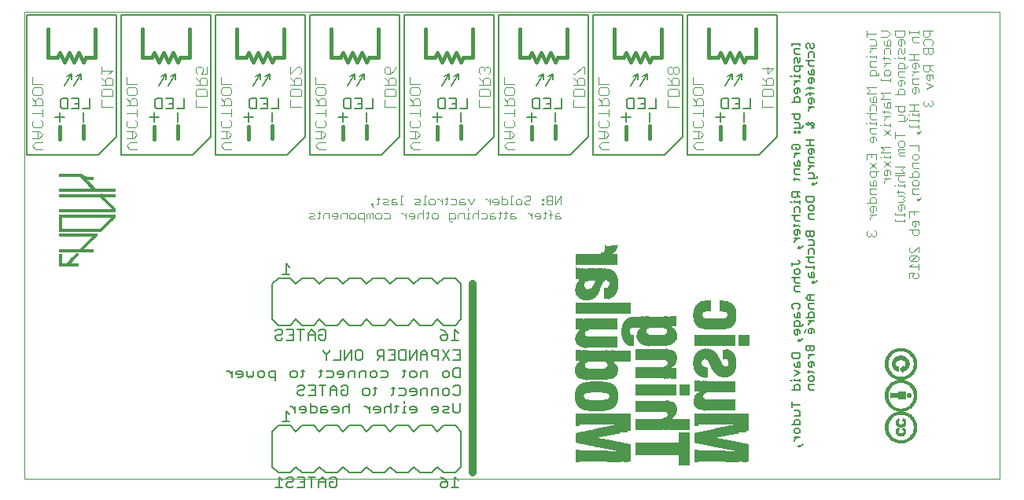
<source format=gbo>
G75*
%MOIN*%
%OFA0B0*%
%FSLAX25Y25*%
%IPPOS*%
%LPD*%
%AMOC8*
5,1,8,0,0,1.08239X$1,22.5*
%
%ADD10C,0.00000*%
%ADD11C,0.00800*%
%ADD12C,0.03200*%
%ADD13C,0.00300*%
%ADD14C,0.00600*%
%ADD15C,0.00500*%
%ADD16C,0.01600*%
%ADD17C,0.00400*%
%ADD18R,0.00076X0.01824*%
%ADD19R,0.00076X0.01216*%
%ADD20R,0.00076X0.03116*%
%ADD21R,0.00076X0.02052*%
%ADD22R,0.00076X0.03952*%
%ADD23R,0.00076X0.02584*%
%ADD24R,0.00076X0.01292*%
%ADD25R,0.00076X0.01368*%
%ADD26R,0.00076X0.04560*%
%ADD27R,0.00076X0.03040*%
%ADD28R,0.00076X0.02204*%
%ADD29R,0.00076X0.02280*%
%ADD30R,0.00076X0.05092*%
%ADD31R,0.00076X0.03420*%
%ADD32R,0.00076X0.02736*%
%ADD33R,0.00076X0.02964*%
%ADD34R,0.00076X0.05548*%
%ADD35R,0.00076X0.03724*%
%ADD36R,0.00076X0.03192*%
%ADD37R,0.00076X0.03420*%
%ADD38R,0.00076X0.05016*%
%ADD39R,0.00076X0.04104*%
%ADD40R,0.00076X0.05928*%
%ADD41R,0.00076X0.04028*%
%ADD42R,0.00076X0.04408*%
%ADD43R,0.00076X0.03572*%
%ADD44R,0.00076X0.04484*%
%ADD45R,0.00076X0.04788*%
%ADD46R,0.00076X0.03876*%
%ADD47R,0.00076X0.05016*%
%ADD48R,0.00076X0.05016*%
%ADD49R,0.00076X0.04104*%
%ADD50R,0.00076X0.06308*%
%ADD51R,0.00076X0.04332*%
%ADD52R,0.00076X0.04408*%
%ADD53R,0.00076X0.03876*%
%ADD54R,0.00076X0.04484*%
%ADD55R,0.00076X0.04788*%
%ADD56R,0.00076X0.04256*%
%ADD57R,0.00076X0.04940*%
%ADD58R,0.00076X0.06688*%
%ADD59R,0.00076X0.04636*%
%ADD60R,0.00076X0.04180*%
%ADD61R,0.00076X0.04256*%
%ADD62R,0.00076X0.06916*%
%ADD63R,0.00076X0.04484*%
%ADD64R,0.00076X0.04864*%
%ADD65R,0.00076X0.04940*%
%ADD66R,0.00076X0.07220*%
%ADD67R,0.00076X0.04712*%
%ADD68R,0.00076X0.07448*%
%ADD69R,0.00076X0.05244*%
%ADD70R,0.00076X0.04864*%
%ADD71R,0.00076X0.05396*%
%ADD72R,0.00076X0.07752*%
%ADD73R,0.00076X0.05092*%
%ADD74R,0.00076X0.04864*%
%ADD75R,0.00076X0.07904*%
%ADD76R,0.00076X0.05548*%
%ADD77R,0.00076X0.05320*%
%ADD78R,0.00076X0.05852*%
%ADD79R,0.00076X0.04864*%
%ADD80R,0.00076X0.08132*%
%ADD81R,0.00076X0.05776*%
%ADD82R,0.00076X0.05472*%
%ADD83R,0.00076X0.06080*%
%ADD84R,0.00076X0.08360*%
%ADD85R,0.00076X0.05928*%
%ADD86R,0.00076X0.05548*%
%ADD87R,0.00076X0.06232*%
%ADD88R,0.00076X0.08512*%
%ADD89R,0.00076X0.06080*%
%ADD90R,0.00076X0.05776*%
%ADD91R,0.00076X0.06460*%
%ADD92R,0.00076X0.08664*%
%ADD93R,0.00076X0.06612*%
%ADD94R,0.00076X0.04560*%
%ADD95R,0.00076X0.08816*%
%ADD96R,0.00076X0.06384*%
%ADD97R,0.00076X0.06080*%
%ADD98R,0.00076X0.06764*%
%ADD99R,0.00076X0.08968*%
%ADD100R,0.00076X0.06460*%
%ADD101R,0.00076X0.06916*%
%ADD102R,0.00076X0.04560*%
%ADD103R,0.00076X0.09120*%
%ADD104R,0.00076X0.06536*%
%ADD105R,0.00076X0.06308*%
%ADD106R,0.00076X0.07144*%
%ADD107R,0.00076X0.09272*%
%ADD108R,0.00076X0.06688*%
%ADD109R,0.00076X0.07296*%
%ADD110R,0.00076X0.09424*%
%ADD111R,0.00076X0.06840*%
%ADD112R,0.00076X0.06536*%
%ADD113R,0.00076X0.07372*%
%ADD114R,0.00076X0.04712*%
%ADD115R,0.00076X0.09576*%
%ADD116R,0.00076X0.06916*%
%ADD117R,0.00076X0.06612*%
%ADD118R,0.00076X0.07524*%
%ADD119R,0.00076X0.09728*%
%ADD120R,0.00076X0.06992*%
%ADD121R,0.00076X0.07676*%
%ADD122R,0.00076X0.09804*%
%ADD123R,0.00076X0.07144*%
%ADD124R,0.00076X0.07828*%
%ADD125R,0.00076X0.09880*%
%ADD126R,0.00076X0.07220*%
%ADD127R,0.00076X0.06992*%
%ADD128R,0.00076X0.12768*%
%ADD129R,0.00076X0.10032*%
%ADD130R,0.00076X0.07372*%
%ADD131R,0.00076X0.07068*%
%ADD132R,0.00076X0.12844*%
%ADD133R,0.00076X0.10108*%
%ADD134R,0.00076X0.07144*%
%ADD135R,0.00076X0.12844*%
%ADD136R,0.00076X0.10184*%
%ADD137R,0.00076X0.07448*%
%ADD138R,0.00076X0.12920*%
%ADD139R,0.00076X0.10336*%
%ADD140R,0.00076X0.07524*%
%ADD141R,0.00076X0.10336*%
%ADD142R,0.00076X0.12008*%
%ADD143R,0.00076X0.07372*%
%ADD144R,0.00076X0.12996*%
%ADD145R,0.00076X0.10488*%
%ADD146R,0.00076X0.12084*%
%ADD147R,0.00076X0.12920*%
%ADD148R,0.00076X0.05016*%
%ADD149R,0.00076X0.10564*%
%ADD150R,0.00076X0.12996*%
%ADD151R,0.00076X0.10640*%
%ADD152R,0.00076X0.12084*%
%ADD153R,0.00076X0.10716*%
%ADD154R,0.00076X0.12160*%
%ADD155R,0.00076X0.13072*%
%ADD156R,0.00076X0.10792*%
%ADD157R,0.00076X0.05168*%
%ADD158R,0.00076X0.10868*%
%ADD159R,0.00076X0.12160*%
%ADD160R,0.00076X0.13148*%
%ADD161R,0.00076X0.05168*%
%ADD162R,0.00076X0.10944*%
%ADD163R,0.00076X0.12236*%
%ADD164R,0.00076X0.12160*%
%ADD165R,0.00076X0.13148*%
%ADD166R,0.00076X0.10944*%
%ADD167R,0.00076X0.12236*%
%ADD168R,0.00076X0.11096*%
%ADD169R,0.00076X0.13224*%
%ADD170R,0.00076X0.11096*%
%ADD171R,0.00076X0.12312*%
%ADD172R,0.00076X0.13224*%
%ADD173R,0.00076X0.05320*%
%ADD174R,0.00076X0.11172*%
%ADD175R,0.00076X0.12312*%
%ADD176R,0.00076X0.11248*%
%ADD177R,0.00076X0.13300*%
%ADD178R,0.00076X0.11400*%
%ADD179R,0.00076X0.13224*%
%ADD180R,0.00076X0.11400*%
%ADD181R,0.00076X0.12388*%
%ADD182R,0.00076X0.13224*%
%ADD183R,0.00076X0.05472*%
%ADD184R,0.00076X0.05244*%
%ADD185R,0.00076X0.05244*%
%ADD186R,0.00076X0.12388*%
%ADD187R,0.00076X0.13300*%
%ADD188R,0.00076X0.05624*%
%ADD189R,0.00076X0.05624*%
%ADD190R,0.00076X0.06004*%
%ADD191R,0.00076X0.05396*%
%ADD192R,0.00076X0.05624*%
%ADD193R,0.00076X0.06156*%
%ADD194R,0.00076X0.05852*%
%ADD195R,0.00076X0.04788*%
%ADD196R,0.00076X0.05472*%
%ADD197R,0.00076X0.05396*%
%ADD198R,0.00076X0.05168*%
%ADD199R,0.00076X0.05700*%
%ADD200R,0.00076X0.04788*%
%ADD201R,0.00076X0.05168*%
%ADD202R,0.00076X0.05624*%
%ADD203R,0.00076X0.05776*%
%ADD204R,0.00076X0.05244*%
%ADD205R,0.00076X0.04712*%
%ADD206R,0.00076X0.05320*%
%ADD207R,0.00076X0.04712*%
%ADD208R,0.00076X0.05092*%
%ADD209R,0.00076X0.05092*%
%ADD210R,0.00076X0.06232*%
%ADD211R,0.00076X0.06232*%
%ADD212R,0.00076X0.06384*%
%ADD213R,0.00076X0.06688*%
%ADD214R,0.00076X0.06840*%
%ADD215R,0.00076X0.06840*%
%ADD216R,0.00076X0.04940*%
%ADD217R,0.00076X0.06992*%
%ADD218R,0.00076X0.05396*%
%ADD219R,0.00076X0.07296*%
%ADD220R,0.00076X0.07296*%
%ADD221R,0.00076X0.05700*%
%ADD222R,0.00076X0.06004*%
%ADD223R,0.00076X0.03648*%
%ADD224R,0.00076X0.03648*%
%ADD225R,0.00076X0.06688*%
%ADD226R,0.00076X0.11856*%
%ADD227R,0.00076X0.11780*%
%ADD228R,0.00076X0.03724*%
%ADD229R,0.00076X0.11628*%
%ADD230R,0.00076X0.11552*%
%ADD231R,0.00076X0.11476*%
%ADD232R,0.00076X0.03648*%
%ADD233R,0.00076X0.03724*%
%ADD234R,0.00076X0.11248*%
%ADD235R,0.00076X0.03724*%
%ADD236R,0.00076X0.11020*%
%ADD237R,0.00076X0.03800*%
%ADD238R,0.00076X0.10412*%
%ADD239R,0.00076X0.10260*%
%ADD240R,0.00076X0.09956*%
%ADD241R,0.00076X0.03800*%
%ADD242R,0.00076X0.09804*%
%ADD243R,0.00076X0.09652*%
%ADD244R,0.00076X0.09500*%
%ADD245R,0.00076X0.09272*%
%ADD246R,0.00076X0.09120*%
%ADD247R,0.00076X0.08892*%
%ADD248R,0.00076X0.08284*%
%ADD249R,0.00076X0.08056*%
%ADD250R,0.00076X0.07828*%
%ADD251R,0.00076X0.03876*%
%ADD252R,0.00076X0.03876*%
%ADD253R,0.00076X0.06384*%
%ADD254R,0.00076X0.06156*%
%ADD255R,0.00076X0.03952*%
%ADD256R,0.00076X0.03952*%
%ADD257R,0.00076X0.04940*%
%ADD258R,0.00076X0.05776*%
%ADD259R,0.00076X0.00228*%
%ADD260R,0.00076X0.06384*%
%ADD261R,0.00076X0.00760*%
%ADD262R,0.00076X0.04028*%
%ADD263R,0.00076X0.03952*%
%ADD264R,0.00076X0.08284*%
%ADD265R,0.00076X0.04028*%
%ADD266R,0.00076X0.04028*%
%ADD267R,0.00076X0.04636*%
%ADD268R,0.00076X0.05548*%
%ADD269R,0.00076X0.05852*%
%ADD270R,0.00076X0.05320*%
%ADD271R,0.00076X0.12160*%
%ADD272R,0.00076X0.11324*%
%ADD273R,0.00076X0.11172*%
%ADD274R,0.00076X0.12008*%
%ADD275R,0.00076X0.12084*%
%ADD276R,0.00076X0.12008*%
%ADD277R,0.00076X0.11932*%
%ADD278R,0.00076X0.11932*%
%ADD279R,0.00076X0.11856*%
%ADD280R,0.00076X0.10640*%
%ADD281R,0.00076X0.11856*%
%ADD282R,0.00076X0.11628*%
%ADD283R,0.00076X0.11552*%
%ADD284R,0.00076X0.03496*%
%ADD285R,0.00076X0.10108*%
%ADD286R,0.00076X0.11780*%
%ADD287R,0.00076X0.11248*%
%ADD288R,0.00076X0.03420*%
%ADD289R,0.00076X0.10032*%
%ADD290R,0.00076X0.11704*%
%ADD291R,0.00076X0.03344*%
%ADD292R,0.00076X0.03268*%
%ADD293R,0.00076X0.06764*%
%ADD294R,0.00076X0.09728*%
%ADD295R,0.00076X0.10792*%
%ADD296R,0.00076X0.03116*%
%ADD297R,0.00076X0.09576*%
%ADD298R,0.00076X0.10412*%
%ADD299R,0.00076X0.02964*%
%ADD300R,0.00076X0.09120*%
%ADD301R,0.00076X0.02888*%
%ADD302R,0.00076X0.02812*%
%ADD303R,0.00076X0.09880*%
%ADD304R,0.00076X0.04560*%
%ADD305R,0.00076X0.08664*%
%ADD306R,0.00076X0.02660*%
%ADD307R,0.00076X0.08512*%
%ADD308R,0.00076X0.02584*%
%ADD309R,0.00076X0.09348*%
%ADD310R,0.00076X0.02432*%
%ADD311R,0.00076X0.08056*%
%ADD312R,0.00076X0.09120*%
%ADD313R,0.00076X0.02356*%
%ADD314R,0.00076X0.07904*%
%ADD315R,0.00076X0.08588*%
%ADD316R,0.00076X0.02128*%
%ADD317R,0.00076X0.08436*%
%ADD318R,0.00076X0.08132*%
%ADD319R,0.00076X0.01900*%
%ADD320R,0.00076X0.06916*%
%ADD321R,0.00076X0.07828*%
%ADD322R,0.00076X0.01824*%
%ADD323R,0.00076X0.01672*%
%ADD324R,0.00076X0.04104*%
%ADD325R,0.00076X0.07068*%
%ADD326R,0.00076X0.01520*%
%ADD327R,0.00076X0.01368*%
%ADD328R,0.00076X0.03496*%
%ADD329R,0.00076X0.01140*%
%ADD330R,0.00076X0.03192*%
%ADD331R,0.00076X0.00912*%
%ADD332R,0.00076X0.02660*%
%ADD333R,0.00076X0.00684*%
%ADD334R,0.00076X0.02128*%
%ADD335R,0.00076X0.04408*%
%ADD336R,0.00076X0.00304*%
%ADD337R,0.00076X0.08588*%
%ADD338R,0.00076X0.08512*%
%ADD339R,0.00076X0.01292*%
%ADD340R,0.00076X0.08588*%
%ADD341R,0.00076X0.08512*%
%ADD342R,0.00076X0.08436*%
%ADD343R,0.00076X0.08360*%
%ADD344R,0.00076X0.08284*%
%ADD345R,0.00076X0.08284*%
%ADD346R,0.00076X0.08208*%
%ADD347R,0.00076X0.08208*%
%ADD348R,0.00076X0.01976*%
%ADD349R,0.00076X0.07980*%
%ADD350R,0.00076X0.07980*%
%ADD351R,0.00076X0.07752*%
%ADD352R,0.00076X0.08740*%
%ADD353R,0.00076X0.09196*%
%ADD354R,0.00076X0.09348*%
%ADD355R,0.00076X0.09652*%
%ADD356R,0.00076X0.09804*%
%ADD357R,0.00076X0.09956*%
%ADD358R,0.00076X0.07752*%
%ADD359R,0.00076X0.10336*%
%ADD360R,0.00076X0.10792*%
%ADD361R,0.00076X0.07676*%
%ADD362R,0.00076X0.10868*%
%ADD363R,0.00076X0.10944*%
%ADD364R,0.00076X0.07600*%
%ADD365R,0.00076X0.11324*%
%ADD366R,0.00076X0.07600*%
%ADD367R,0.00076X0.11476*%
%ADD368R,0.00076X0.11704*%
%ADD369R,0.00076X0.11780*%
%ADD370R,0.00076X0.07448*%
%ADD371R,0.00076X0.05472*%
%ADD372R,0.00076X0.01064*%
%ADD373R,0.00076X0.01976*%
%ADD374R,0.00076X0.02888*%
%ADD375R,0.00076X0.03268*%
%ADD376R,0.00076X0.03572*%
%ADD377R,0.00076X0.04180*%
%ADD378R,0.00076X0.04332*%
%ADD379R,0.00076X0.05852*%
%ADD380R,0.00076X0.06612*%
%ADD381R,0.00076X0.11552*%
%ADD382R,0.00076X0.11704*%
%ADD383R,0.00076X0.11780*%
%ADD384R,0.00076X0.11856*%
%ADD385R,0.00076X0.12008*%
%ADD386R,0.00076X0.12236*%
%ADD387R,0.00076X0.12236*%
%ADD388R,0.00076X0.12312*%
%ADD389R,0.00076X0.12312*%
%ADD390R,0.00076X0.12388*%
%ADD391R,0.00076X0.06004*%
%ADD392R,0.00076X0.12388*%
%ADD393R,0.00076X0.12084*%
%ADD394R,0.00076X0.07372*%
%ADD395R,0.00076X0.07524*%
%ADD396R,0.00076X0.07296*%
%ADD397R,0.00076X0.06992*%
%ADD398R,0.00076X0.06612*%
%ADD399R,0.00076X0.06156*%
%ADD400R,0.00076X0.06232*%
%ADD401R,0.00076X0.04180*%
%ADD402R,0.00076X0.04104*%
%ADD403R,0.00076X0.02736*%
%ADD404R,0.00076X0.02888*%
%ADD405R,0.00076X0.02204*%
%ADD406R,0.00076X0.02508*%
%ADD407R,0.00076X0.01292*%
%ADD408R,0.00076X0.01900*%
%ADD409R,0.00076X0.01140*%
%ADD410R,0.00076X0.14136*%
%ADD411R,0.00076X0.14136*%
%ADD412R,0.00076X0.02204*%
%ADD413R,0.00076X0.03572*%
%ADD414R,0.00076X0.07220*%
%ADD415R,0.00076X0.08816*%
%ADD416R,0.00076X0.09044*%
%ADD417R,0.00076X0.06460*%
%ADD418R,0.00076X0.06764*%
%ADD419R,0.00076X0.10260*%
%ADD420R,0.00076X0.10184*%
%ADD421R,0.00076X0.10184*%
%ADD422R,0.00076X0.10412*%
%ADD423R,0.00076X0.10564*%
%ADD424R,0.00076X0.10488*%
%ADD425R,0.00076X0.11020*%
%ADD426R,0.00076X0.11020*%
%ADD427R,0.00076X0.11172*%
%ADD428R,0.00076X0.11324*%
%ADD429R,0.00076X0.11248*%
%ADD430R,0.00076X0.06156*%
%ADD431R,0.00076X0.05928*%
%ADD432R,0.00076X0.04484*%
%ADD433R,0.00076X0.04256*%
%ADD434R,0.00076X0.04408*%
%ADD435R,0.00076X0.04256*%
%ADD436R,0.00076X0.07144*%
%ADD437R,0.00076X0.07524*%
%ADD438R,0.00076X0.07752*%
%ADD439R,0.00076X0.08892*%
%ADD440R,0.00076X0.08816*%
%ADD441R,0.00076X0.08740*%
%ADD442R,0.00076X0.08664*%
%ADD443R,0.00076X0.07980*%
%ADD444R,0.00076X0.06536*%
%ADD445R,0.00076X0.06080*%
%ADD446R,0.00076X0.04180*%
%ADD447R,0.00076X0.04332*%
%ADD448R,0.00076X0.04332*%
%ADD449R,0.00076X0.04636*%
%ADD450R,0.00076X0.10944*%
%ADD451R,0.00076X0.10336*%
%ADD452R,0.00076X0.09728*%
%ADD453R,0.00076X0.09652*%
%ADD454R,0.00076X0.09044*%
%ADD455R,0.00076X0.08208*%
%ADD456R,0.00076X0.07980*%
%ADD457R,0.00035X0.00035*%
%ADD458R,0.00035X0.01050*%
%ADD459R,0.00035X0.01190*%
%ADD460R,0.00035X0.00035*%
%ADD461R,0.00035X0.01820*%
%ADD462R,0.00035X0.00035*%
%ADD463R,0.00035X0.01785*%
%ADD464R,0.00035X0.01890*%
%ADD465R,0.00035X0.02240*%
%ADD466R,0.00035X0.02345*%
%ADD467R,0.00035X0.00035*%
%ADD468R,0.00035X0.02310*%
%ADD469R,0.00035X0.02660*%
%ADD470R,0.00035X0.02695*%
%ADD471R,0.00035X0.02730*%
%ADD472R,0.00035X0.02975*%
%ADD473R,0.00035X0.03080*%
%ADD474R,0.00035X0.03255*%
%ADD475R,0.00035X0.03325*%
%ADD476R,0.00035X0.03535*%
%ADD477R,0.00035X0.03605*%
%ADD478R,0.00035X0.03745*%
%ADD479R,0.00035X0.03850*%
%ADD480R,0.00035X0.03990*%
%ADD481R,0.00035X0.04095*%
%ADD482R,0.00035X0.04200*%
%ADD483R,0.00035X0.04305*%
%ADD484R,0.00035X0.04445*%
%ADD485R,0.00035X0.04480*%
%ADD486R,0.00035X0.04550*%
%ADD487R,0.00035X0.04620*%
%ADD488R,0.00035X0.04690*%
%ADD489R,0.00035X0.04795*%
%ADD490R,0.00035X0.04900*%
%ADD491R,0.00035X0.04970*%
%ADD492R,0.00035X0.05040*%
%ADD493R,0.00035X0.05075*%
%ADD494R,0.00035X0.05145*%
%ADD495R,0.00035X0.05215*%
%ADD496R,0.00035X0.05250*%
%ADD497R,0.00035X0.05320*%
%ADD498R,0.00035X0.05390*%
%ADD499R,0.00035X0.05460*%
%ADD500R,0.00035X0.05530*%
%ADD501R,0.00035X0.05635*%
%ADD502R,0.00035X0.05705*%
%ADD503R,0.00035X0.05775*%
%ADD504R,0.00035X0.05810*%
%ADD505R,0.00035X0.05845*%
%ADD506R,0.00035X0.05950*%
%ADD507R,0.00035X0.05985*%
%ADD508R,0.00035X0.06055*%
%ADD509R,0.00035X0.06090*%
%ADD510R,0.00035X0.06125*%
%ADD511R,0.00035X0.06195*%
%ADD512R,0.00035X0.06265*%
%ADD513R,0.00035X0.06265*%
%ADD514R,0.00035X0.06335*%
%ADD515R,0.00035X0.06370*%
%ADD516R,0.00035X0.06405*%
%ADD517R,0.00035X0.06440*%
%ADD518R,0.00035X0.06510*%
%ADD519R,0.00035X0.06545*%
%ADD520R,0.00035X0.06580*%
%ADD521R,0.00035X0.06615*%
%ADD522R,0.00035X0.06615*%
%ADD523R,0.00035X0.06720*%
%ADD524R,0.00035X0.06755*%
%ADD525R,0.00035X0.06825*%
%ADD526R,0.00035X0.06860*%
%ADD527R,0.00035X0.06930*%
%ADD528R,0.00035X0.07000*%
%ADD529R,0.00035X0.06965*%
%ADD530R,0.00035X0.07070*%
%ADD531R,0.00035X0.07070*%
%ADD532R,0.00035X0.07105*%
%ADD533R,0.00035X0.07175*%
%ADD534R,0.00035X0.07210*%
%ADD535R,0.00035X0.07280*%
%ADD536R,0.00035X0.07315*%
%ADD537R,0.00035X0.07315*%
%ADD538R,0.00035X0.07385*%
%ADD539R,0.00035X0.07420*%
%ADD540R,0.00035X0.07385*%
%ADD541R,0.00035X0.07490*%
%ADD542R,0.00035X0.07525*%
%ADD543R,0.00035X0.07595*%
%ADD544R,0.00035X0.07595*%
%ADD545R,0.00035X0.07700*%
%ADD546R,0.00035X0.07735*%
%ADD547R,0.00035X0.03920*%
%ADD548R,0.00035X0.00070*%
%ADD549R,0.00035X0.03745*%
%ADD550R,0.00035X0.03465*%
%ADD551R,0.00035X0.00070*%
%ADD552R,0.00035X0.00105*%
%ADD553R,0.00035X0.03360*%
%ADD554R,0.00035X0.03185*%
%ADD555R,0.00035X0.03255*%
%ADD556R,0.00035X0.03150*%
%ADD557R,0.00035X0.03115*%
%ADD558R,0.00035X0.03010*%
%ADD559R,0.00035X0.02905*%
%ADD560R,0.00035X0.02940*%
%ADD561R,0.00035X0.02870*%
%ADD562R,0.00035X0.02905*%
%ADD563R,0.00035X0.02765*%
%ADD564R,0.00035X0.02730*%
%ADD565R,0.00035X0.02835*%
%ADD566R,0.00035X0.02800*%
%ADD567R,0.00035X0.02765*%
%ADD568R,0.00035X0.02695*%
%ADD569R,0.00035X0.02730*%
%ADD570R,0.00035X0.02695*%
%ADD571R,0.00035X0.02625*%
%ADD572R,0.00035X0.02590*%
%ADD573R,0.00035X0.02520*%
%ADD574R,0.00035X0.02555*%
%ADD575R,0.00035X0.02520*%
%ADD576R,0.00035X0.02555*%
%ADD577R,0.00035X0.02485*%
%ADD578R,0.00035X0.02485*%
%ADD579R,0.00035X0.02450*%
%ADD580R,0.00035X0.02415*%
%ADD581R,0.00035X0.02450*%
%ADD582R,0.00035X0.02380*%
%ADD583R,0.00035X0.02415*%
%ADD584R,0.00035X0.02380*%
%ADD585R,0.00035X0.02345*%
%ADD586R,0.00035X0.02310*%
%ADD587R,0.00035X0.02275*%
%ADD588R,0.00035X0.02205*%
%ADD589R,0.00035X0.02205*%
%ADD590R,0.00035X0.02205*%
%ADD591R,0.00035X0.02240*%
%ADD592R,0.00035X0.02170*%
%ADD593R,0.00035X0.02135*%
%ADD594R,0.00035X0.02170*%
%ADD595R,0.00035X0.02170*%
%ADD596R,0.00035X0.02135*%
%ADD597R,0.00035X0.02100*%
%ADD598R,0.00035X0.02135*%
%ADD599R,0.00035X0.02065*%
%ADD600R,0.00035X0.02065*%
%ADD601R,0.00035X0.02065*%
%ADD602R,0.00035X0.02065*%
%ADD603R,0.00035X0.02030*%
%ADD604R,0.00035X0.02030*%
%ADD605R,0.00035X0.02030*%
%ADD606R,0.00035X0.01995*%
%ADD607R,0.00035X0.01960*%
%ADD608R,0.00035X0.01995*%
%ADD609R,0.00035X0.01960*%
%ADD610R,0.00035X0.01960*%
%ADD611R,0.00035X0.01925*%
%ADD612R,0.00035X0.01960*%
%ADD613R,0.00035X0.01925*%
%ADD614R,0.00035X0.01890*%
%ADD615R,0.00035X0.01855*%
%ADD616R,0.00035X0.01855*%
%ADD617R,0.00035X0.01855*%
%ADD618R,0.00035X0.01890*%
%ADD619R,0.00035X0.01820*%
%ADD620R,0.00035X0.01820*%
%ADD621R,0.00035X0.01785*%
%ADD622R,0.00035X0.01785*%
%ADD623R,0.00035X0.02100*%
%ADD624R,0.00035X0.01785*%
%ADD625R,0.00035X0.01750*%
%ADD626R,0.00035X0.01750*%
%ADD627R,0.00035X0.01715*%
%ADD628R,0.00035X0.01715*%
%ADD629R,0.00035X0.01715*%
%ADD630R,0.00035X0.01715*%
%ADD631R,0.00035X0.01680*%
%ADD632R,0.00035X0.01680*%
%ADD633R,0.00035X0.01645*%
%ADD634R,0.00035X0.01645*%
%ADD635R,0.00035X0.01680*%
%ADD636R,0.00035X0.01680*%
%ADD637R,0.00035X0.01645*%
%ADD638R,0.00035X0.01610*%
%ADD639R,0.00035X0.01610*%
%ADD640R,0.00035X0.01575*%
%ADD641R,0.00035X0.01610*%
%ADD642R,0.00035X0.01575*%
%ADD643R,0.00035X0.01610*%
%ADD644R,0.00035X0.01645*%
%ADD645R,0.00035X0.00070*%
%ADD646R,0.00035X0.00420*%
%ADD647R,0.00035X0.01155*%
%ADD648R,0.00035X0.01540*%
%ADD649R,0.00035X0.01540*%
%ADD650R,0.00035X0.01540*%
%ADD651R,0.00035X0.01505*%
%ADD652R,0.00035X0.01505*%
%ADD653R,0.00035X0.01470*%
%ADD654R,0.00035X0.01505*%
%ADD655R,0.00035X0.02975*%
%ADD656R,0.00035X0.01505*%
%ADD657R,0.00035X0.01470*%
%ADD658R,0.00035X0.03290*%
%ADD659R,0.00035X0.01470*%
%ADD660R,0.00035X0.03395*%
%ADD661R,0.00035X0.03500*%
%ADD662R,0.00035X0.01470*%
%ADD663R,0.00035X0.03640*%
%ADD664R,0.00035X0.03710*%
%ADD665R,0.00035X0.01435*%
%ADD666R,0.00035X0.03815*%
%ADD667R,0.00035X0.01435*%
%ADD668R,0.00035X0.03920*%
%ADD669R,0.00035X0.04025*%
%ADD670R,0.00035X0.01435*%
%ADD671R,0.00035X0.04095*%
%ADD672R,0.00035X0.01400*%
%ADD673R,0.00035X0.04165*%
%ADD674R,0.00035X0.04270*%
%ADD675R,0.00035X0.04375*%
%ADD676R,0.00035X0.04445*%
%ADD677R,0.00035X0.01400*%
%ADD678R,0.00035X0.01435*%
%ADD679R,0.00035X0.04515*%
%ADD680R,0.00035X0.01365*%
%ADD681R,0.00035X0.04585*%
%ADD682R,0.00035X0.04655*%
%ADD683R,0.00035X0.01365*%
%ADD684R,0.00035X0.04830*%
%ADD685R,0.00035X0.01330*%
%ADD686R,0.00035X0.01365*%
%ADD687R,0.00035X0.04970*%
%ADD688R,0.00035X0.01330*%
%ADD689R,0.00035X0.05145*%
%ADD690R,0.00035X0.01330*%
%ADD691R,0.00035X0.01330*%
%ADD692R,0.00035X0.05180*%
%ADD693R,0.00035X0.05285*%
%ADD694R,0.00035X0.05355*%
%ADD695R,0.00035X0.05355*%
%ADD696R,0.00035X0.05425*%
%ADD697R,0.00035X0.01295*%
%ADD698R,0.00035X0.01295*%
%ADD699R,0.00035X0.01295*%
%ADD700R,0.00035X0.02170*%
%ADD701R,0.00035X0.00385*%
%ADD702R,0.00035X0.00070*%
%ADD703R,0.00035X0.00490*%
%ADD704R,0.00035X0.00980*%
%ADD705R,0.00035X0.00945*%
%ADD706R,0.00035X0.01260*%
%ADD707R,0.00035X0.01225*%
%ADD708R,0.00035X0.01260*%
%ADD709R,0.00035X0.01295*%
%ADD710R,0.00035X0.01995*%
%ADD711R,0.00035X0.02205*%
%ADD712R,0.00035X0.01260*%
%ADD713R,0.00035X0.01260*%
%ADD714R,0.00035X0.02380*%
%ADD715R,0.00035X0.02660*%
%ADD716R,0.00035X0.01855*%
%ADD717R,0.00035X0.02800*%
%ADD718R,0.00035X0.02870*%
%ADD719R,0.00035X0.03010*%
%ADD720R,0.00035X0.01820*%
%ADD721R,0.00035X0.03080*%
%ADD722R,0.00035X0.03220*%
%ADD723R,0.00035X0.03220*%
%ADD724R,0.00035X0.03290*%
%ADD725R,0.00035X0.01225*%
%ADD726R,0.00035X0.01190*%
%ADD727R,0.00035X0.03640*%
%ADD728R,0.00035X0.00140*%
%ADD729R,0.00035X0.00105*%
%ADD730R,0.00035X0.00175*%
%ADD731R,0.00035X0.00105*%
%ADD732R,0.00035X0.01190*%
%ADD733R,0.00035X0.01050*%
%ADD734R,0.00035X0.01085*%
%ADD735R,0.00035X0.00840*%
%ADD736R,0.00035X0.00840*%
%ADD737R,0.00035X0.00735*%
%ADD738R,0.00035X0.00770*%
%ADD739R,0.00035X0.00630*%
%ADD740R,0.00035X0.00665*%
%ADD741R,0.00035X0.00560*%
%ADD742R,0.00035X0.00350*%
%ADD743R,0.00035X0.00280*%
%ADD744R,0.00035X0.00315*%
%ADD745R,0.00035X0.00245*%
%ADD746R,0.00035X0.00210*%
%ADD747R,0.00035X0.02485*%
%ADD748R,0.00035X0.00140*%
%ADD749R,0.00035X0.00315*%
%ADD750R,0.00035X0.00455*%
%ADD751R,0.00035X0.00490*%
%ADD752R,0.00035X0.00525*%
%ADD753R,0.00035X0.02415*%
%ADD754R,0.00035X0.00665*%
%ADD755R,0.00035X0.00805*%
%ADD756R,0.00035X0.00910*%
%ADD757R,0.00035X0.01120*%
%ADD758R,0.00035X0.01155*%
%ADD759R,0.00035X0.00280*%
%ADD760R,0.00035X0.00350*%
%ADD761R,0.00035X0.00455*%
%ADD762R,0.00035X0.00560*%
%ADD763R,0.00035X0.00630*%
%ADD764R,0.00035X0.02590*%
%ADD765R,0.00035X0.00735*%
%ADD766R,0.00035X0.02660*%
%ADD767R,0.00035X0.00840*%
%ADD768R,0.00035X0.00805*%
%ADD769R,0.00035X0.00945*%
%ADD770R,0.00035X0.01085*%
%ADD771R,0.00035X0.03430*%
%ADD772R,0.00035X0.03220*%
%ADD773R,0.00035X0.03115*%
%ADD774R,0.00035X0.03045*%
%ADD775R,0.00035X0.02940*%
%ADD776R,0.00035X0.02555*%
%ADD777R,0.00035X0.02520*%
%ADD778R,0.00035X0.03570*%
%ADD779R,0.00035X0.02030*%
%ADD780R,0.00035X0.03570*%
%ADD781R,0.00035X0.03465*%
%ADD782R,0.00035X0.01015*%
%ADD783R,0.00035X0.00980*%
%ADD784R,0.00035X0.05390*%
%ADD785R,0.00035X0.05355*%
%ADD786R,0.00035X0.05285*%
%ADD787R,0.00035X0.05145*%
%ADD788R,0.00035X0.01365*%
%ADD789R,0.00035X0.05075*%
%ADD790R,0.00035X0.00420*%
%ADD791R,0.00035X0.04935*%
%ADD792R,0.00035X0.00770*%
%ADD793R,0.00035X0.04865*%
%ADD794R,0.00035X0.00980*%
%ADD795R,0.00035X0.04830*%
%ADD796R,0.00035X0.01120*%
%ADD797R,0.00035X0.04725*%
%ADD798R,0.00035X0.04550*%
%ADD799R,0.00035X0.04480*%
%ADD800R,0.00035X0.04410*%
%ADD801R,0.00035X0.04340*%
%ADD802R,0.00035X0.04270*%
%ADD803R,0.00035X0.04165*%
%ADD804R,0.00035X0.04060*%
%ADD805R,0.00035X0.03990*%
%ADD806R,0.00035X0.03885*%
%ADD807R,0.00035X0.03815*%
%ADD808R,0.00035X0.03675*%
%ADD809R,0.00035X0.02835*%
%ADD810R,0.00035X0.00630*%
%ADD811R,0.00035X0.02240*%
%ADD812R,0.00035X0.02415*%
%ADD813R,0.00035X0.02870*%
%ADD814R,0.00035X0.02905*%
%ADD815R,0.00035X0.02870*%
%ADD816R,0.00035X0.02940*%
%ADD817R,0.00035X0.03010*%
%ADD818R,0.00035X0.03185*%
%ADD819R,0.00035X0.03395*%
%ADD820R,0.00035X0.03325*%
%ADD821R,0.00035X0.07805*%
%ADD822R,0.00035X0.07805*%
%ADD823R,0.00035X0.07770*%
%ADD824R,0.00035X0.07665*%
%ADD825R,0.00035X0.07700*%
%ADD826R,0.00035X0.07665*%
%ADD827R,0.00035X0.07280*%
%ADD828R,0.00035X0.07315*%
%ADD829R,0.00035X0.07280*%
%ADD830R,0.00035X0.07175*%
%ADD831R,0.00035X0.07140*%
%ADD832R,0.00035X0.07035*%
%ADD833R,0.00035X0.06965*%
%ADD834R,0.00035X0.06930*%
%ADD835R,0.00035X0.06720*%
%ADD836R,0.00035X0.06720*%
%ADD837R,0.00035X0.06685*%
%ADD838R,0.00035X0.06580*%
%ADD839R,0.00035X0.06615*%
%ADD840R,0.00035X0.06580*%
%ADD841R,0.00035X0.06475*%
%ADD842R,0.00035X0.06300*%
%ADD843R,0.00035X0.06335*%
%ADD844R,0.00035X0.06230*%
%ADD845R,0.00035X0.06230*%
%ADD846R,0.00035X0.06160*%
%ADD847R,0.00035X0.06055*%
%ADD848R,0.00035X0.06055*%
%ADD849R,0.00035X0.06090*%
%ADD850R,0.00035X0.05950*%
%ADD851R,0.00035X0.05915*%
%ADD852R,0.00035X0.05670*%
%ADD853R,0.00035X0.05600*%
%ADD854R,0.00035X0.05495*%
%ADD855R,0.00035X0.05320*%
%ADD856R,0.00035X0.05320*%
%ADD857R,0.00035X0.05110*%
%ADD858R,0.00035X0.04760*%
%ADD859R,0.00035X0.04585*%
%ADD860R,0.00035X0.04620*%
%ADD861R,0.00035X0.04410*%
%ADD862R,0.00035X0.04165*%
%ADD863R,0.00035X0.04200*%
%ADD864R,0.00035X0.03920*%
%ADD865R,0.00035X0.03955*%
%ADD866R,0.00035X0.02730*%
%ADD867R,0.00035X0.01120*%
%ADD868R,0.00020X0.05429*%
%ADD869R,0.00020X0.01196*%
%ADD870R,0.00020X0.07056*%
%ADD871R,0.00020X0.01176*%
%ADD872R,0.00020X0.05429*%
%ADD873R,0.00020X0.01196*%
%ADD874R,0.00020X0.07056*%
%ADD875R,0.00020X0.01176*%
%ADD876R,0.00020X0.01176*%
%ADD877R,0.00020X0.01176*%
%ADD878R,0.00020X0.01215*%
%ADD879R,0.00020X0.01235*%
%ADD880R,0.00020X0.01274*%
%ADD881R,0.00020X0.01294*%
%ADD882R,0.00020X0.01313*%
%ADD883R,0.00020X0.01333*%
%ADD884R,0.00020X0.01352*%
%ADD885R,0.00020X0.01372*%
%ADD886R,0.00020X0.01392*%
%ADD887R,0.00020X0.01411*%
%ADD888R,0.00020X0.01431*%
%ADD889R,0.00020X0.01450*%
%ADD890R,0.00020X0.01470*%
%ADD891R,0.00020X0.01490*%
%ADD892R,0.00020X0.01509*%
%ADD893R,0.00020X0.01529*%
%ADD894R,0.00020X0.01548*%
%ADD895R,0.00020X0.01568*%
%ADD896R,0.00020X0.01588*%
%ADD897R,0.00020X0.01607*%
%ADD898R,0.00020X0.01646*%
%ADD899R,0.00020X0.01666*%
%ADD900R,0.00020X0.01686*%
%ADD901R,0.00020X0.01705*%
%ADD902R,0.00020X0.01725*%
%ADD903R,0.00020X0.01744*%
%ADD904R,0.00020X0.01764*%
%ADD905R,0.00020X0.01784*%
%ADD906R,0.00020X0.01803*%
%ADD907R,0.00020X0.01823*%
%ADD908R,0.00020X0.01842*%
%ADD909R,0.00020X0.01862*%
%ADD910R,0.00020X0.01882*%
%ADD911R,0.00020X0.01901*%
%ADD912R,0.00020X0.01921*%
%ADD913R,0.00020X0.01940*%
%ADD914R,0.00020X0.01960*%
%ADD915R,0.00020X0.01980*%
%ADD916R,0.00020X0.02019*%
%ADD917R,0.00020X0.02038*%
%ADD918R,0.00020X0.02058*%
%ADD919R,0.00020X0.02078*%
%ADD920R,0.00020X0.02097*%
%ADD921R,0.00020X0.02117*%
%ADD922R,0.00020X0.02136*%
%ADD923R,0.00020X0.02156*%
%ADD924R,0.00020X0.02176*%
%ADD925R,0.00020X0.02195*%
%ADD926R,0.00020X0.02215*%
%ADD927R,0.00020X0.02234*%
%ADD928R,0.00020X0.02254*%
%ADD929R,0.00020X0.02274*%
%ADD930R,0.00020X0.02293*%
%ADD931R,0.00020X0.02313*%
%ADD932R,0.00020X0.02332*%
%ADD933R,0.00020X0.02372*%
%ADD934R,0.00020X0.02391*%
%ADD935R,0.00020X0.02411*%
%ADD936R,0.00020X0.02430*%
%ADD937R,0.00020X0.02450*%
%ADD938R,0.00020X0.02470*%
%ADD939R,0.00020X0.02489*%
%ADD940R,0.00020X0.02509*%
%ADD941R,0.00020X0.02528*%
%ADD942R,0.00020X0.02548*%
%ADD943R,0.00020X0.02568*%
%ADD944R,0.00020X0.02587*%
%ADD945R,0.00020X0.02607*%
%ADD946R,0.00020X0.02626*%
%ADD947R,0.00020X0.02646*%
%ADD948R,0.00020X0.02666*%
%ADD949R,0.00020X0.02685*%
%ADD950R,0.00020X0.02724*%
%ADD951R,0.00020X0.02744*%
%ADD952R,0.00020X0.02764*%
%ADD953R,0.00020X0.02783*%
%ADD954R,0.00020X0.02803*%
%ADD955R,0.00020X0.02822*%
%ADD956R,0.00020X0.02842*%
%ADD957R,0.00020X0.02862*%
%ADD958R,0.00020X0.02881*%
%ADD959R,0.00020X0.02901*%
%ADD960R,0.00020X0.01705*%
%ADD961R,0.00020X0.01725*%
%ADD962R,0.00020X0.01725*%
%ADD963R,0.00020X0.01686*%
%ADD964R,0.00020X0.01686*%
%ADD965R,0.00020X0.01666*%
%ADD966R,0.00020X0.01646*%
%ADD967R,0.00020X0.01646*%
%ADD968R,0.00020X0.01627*%
%ADD969R,0.00020X0.01627*%
%ADD970R,0.00020X0.01607*%
%ADD971R,0.00020X0.01607*%
%ADD972R,0.00020X0.01588*%
%ADD973R,0.00020X0.01568*%
%ADD974R,0.00020X0.01450*%
%ADD975R,0.00020X0.01392*%
%ADD976R,0.00020X0.01372*%
%ADD977R,0.00020X0.01352*%
%ADD978R,0.00020X0.01254*%
%ADD979R,0.00020X0.01215*%
%ADD980R,0.00020X0.01156*%
%ADD981R,0.00020X0.01137*%
%ADD982R,0.00020X0.01117*%
%ADD983R,0.00020X0.01098*%
%ADD984R,0.00020X0.01078*%
%ADD985R,0.00020X0.01058*%
%ADD986R,0.00020X0.01019*%
%ADD987R,0.00020X0.01000*%
%ADD988R,0.00020X0.00980*%
%ADD989R,0.00020X0.00960*%
%ADD990R,0.00020X0.00941*%
%ADD991R,0.00020X0.00921*%
%ADD992R,0.00020X0.00902*%
%ADD993R,0.00020X0.00882*%
%ADD994R,0.00020X0.00862*%
%ADD995R,0.00020X0.00843*%
%ADD996R,0.00020X0.00823*%
%ADD997R,0.00020X0.00804*%
%ADD998R,0.00020X0.00764*%
%ADD999R,0.00020X0.00745*%
%ADD1000R,0.00020X0.00725*%
%ADD1001R,0.00020X0.00706*%
%ADD1002R,0.00020X0.00686*%
%ADD1003R,0.00020X0.00666*%
%ADD1004R,0.00020X0.00647*%
%ADD1005R,0.00020X0.00627*%
%ADD1006R,0.00020X0.00608*%
%ADD1007R,0.00020X0.01215*%
%ADD1008R,0.00020X0.01254*%
%ADD1009R,0.00020X0.01294*%
%ADD1010R,0.00020X0.01294*%
%ADD1011R,0.00020X0.01333*%
%ADD1012R,0.00020X0.01431*%
%ADD1013R,0.00020X0.01470*%
%ADD1014R,0.00020X0.01509*%
%ADD1015R,0.00020X0.01509*%
%ADD1016R,0.00020X0.01529*%
%ADD1017R,0.00020X0.01548*%
%ADD1018R,0.00020X0.01823*%
%ADD1019R,0.00020X0.01862*%
%ADD1020R,0.00020X0.01999*%
%ADD1021R,0.00020X0.02038*%
%ADD1022R,0.00020X0.02078*%
%ADD1023R,0.00020X0.02136*%
%ADD1024R,0.00020X0.01686*%
%ADD1025R,0.00020X0.02176*%
%ADD1026R,0.00020X0.02254*%
%ADD1027R,0.00020X0.02293*%
%ADD1028R,0.00020X0.02332*%
%ADD1029R,0.00020X0.02352*%
%ADD1030R,0.00020X0.02411*%
%ADD1031R,0.00020X0.02470*%
%ADD1032R,0.00020X0.02509*%
%ADD1033R,0.00020X0.02568*%
%ADD1034R,0.00020X0.02626*%
%ADD1035R,0.00020X0.02685*%
%ADD1036R,0.00020X0.02705*%
%ADD1037R,0.00020X0.02724*%
%ADD1038R,0.00020X0.01548*%
%ADD1039R,0.00020X0.01901*%
%ADD1040R,0.00020X0.01921*%
%ADD1041R,0.00020X0.02117*%
%ADD1042R,0.00020X0.02332*%
%ADD1043R,0.00020X0.02352*%
%ADD1044R,0.00020X0.02372*%
%ADD1045R,0.00020X0.02548*%
%ADD1046R,0.00020X0.02587*%
%ADD1047R,0.00020X0.02607*%
%ADD1048R,0.00020X0.02764*%
%ADD1049R,0.00020X0.02803*%
%ADD1050R,0.00020X0.01568*%
%ADD1051R,0.00020X0.02881*%
%ADD1052R,0.00020X0.02842*%
%ADD1053R,0.00020X0.01607*%
%ADD1054R,0.00020X0.02783*%
%ADD1055R,0.00020X0.02391*%
%ADD1056R,0.00020X0.02548*%
%ADD1057R,0.00020X0.02332*%
%ADD1058R,0.00020X0.01901*%
%ADD1059R,0.00020X0.02117*%
%ADD1060R,0.00020X0.01882*%
%ADD1061R,0.00020X0.01215*%
%ADD1062R,0.00020X0.01490*%
%ADD1063R,0.00020X0.01254*%
%ADD1064R,0.00020X0.01470*%
%ADD1065R,0.00020X0.01940*%
%ADD1066R,0.00020X0.02078*%
%ADD1067R,0.00020X0.02156*%
%ADD1068R,0.00020X0.02293*%
%ADD1069R,0.00020X0.02509*%
%ADD1070R,0.00020X0.02724*%
%ADD1071R,0.00020X0.01509*%
%ADD1072R,0.00020X0.01470*%
%ADD1073R,0.00020X0.02450*%
%ADD1074R,0.00020X0.02744*%
%ADD1075R,0.00020X0.02254*%
%ADD1076R,0.00020X0.02489*%
%ADD1077R,0.00020X0.02038*%
%ADD1078R,0.00020X0.02215*%
%ADD1079R,0.00020X0.01803*%
%ADD1080R,0.00020X0.01960*%
%ADD1081R,0.00020X0.01352*%
%ADD1082R,0.00020X0.01392*%
D10*
X0001000Y0006667D02*
X0414386Y0006667D01*
X0414386Y0204738D01*
X0001000Y0204738D01*
X0001000Y0006667D01*
D11*
X0088918Y0049567D02*
X0088918Y0052369D01*
X0088918Y0050968D02*
X0087516Y0052369D01*
X0086816Y0052369D01*
X0090719Y0051668D02*
X0090719Y0050968D01*
X0093522Y0050968D01*
X0093522Y0051668D02*
X0093522Y0050267D01*
X0092821Y0049567D01*
X0091420Y0049567D01*
X0090719Y0051668D02*
X0091420Y0052369D01*
X0092821Y0052369D01*
X0093522Y0051668D01*
X0095323Y0052369D02*
X0095323Y0050267D01*
X0096024Y0049567D01*
X0096724Y0050267D01*
X0097425Y0049567D01*
X0098125Y0050267D01*
X0098125Y0052369D01*
X0099927Y0051668D02*
X0099927Y0050267D01*
X0100628Y0049567D01*
X0102029Y0049567D01*
X0102729Y0050267D01*
X0102729Y0051668D01*
X0102029Y0052369D01*
X0100628Y0052369D01*
X0099927Y0051668D01*
X0104531Y0051668D02*
X0104531Y0050267D01*
X0105231Y0049567D01*
X0107333Y0049567D01*
X0107333Y0048165D02*
X0107333Y0052369D01*
X0105231Y0052369D01*
X0104531Y0051668D01*
X0113739Y0051668D02*
X0113739Y0050267D01*
X0114439Y0049567D01*
X0115841Y0049567D01*
X0116541Y0050267D01*
X0116541Y0051668D01*
X0115841Y0052369D01*
X0114439Y0052369D01*
X0113739Y0051668D01*
X0118209Y0052369D02*
X0119610Y0052369D01*
X0118910Y0053070D02*
X0118910Y0050267D01*
X0118209Y0049567D01*
X0117509Y0046270D02*
X0118910Y0046270D01*
X0119610Y0045570D01*
X0119610Y0044869D01*
X0118910Y0044168D01*
X0117509Y0044168D01*
X0116808Y0043468D01*
X0116808Y0042767D01*
X0117509Y0042067D01*
X0118910Y0042067D01*
X0119610Y0042767D01*
X0121412Y0042067D02*
X0124214Y0042067D01*
X0124214Y0046270D01*
X0121412Y0046270D01*
X0122813Y0044168D02*
X0124214Y0044168D01*
X0126016Y0046270D02*
X0128818Y0046270D01*
X0127417Y0046270D02*
X0127417Y0042067D01*
X0130620Y0042067D02*
X0130620Y0044869D01*
X0132021Y0046270D01*
X0133422Y0044869D01*
X0133422Y0042067D01*
X0135224Y0042767D02*
X0135224Y0044168D01*
X0136625Y0044168D01*
X0138026Y0042767D02*
X0137326Y0042067D01*
X0135924Y0042067D01*
X0135224Y0042767D01*
X0133422Y0044168D02*
X0130620Y0044168D01*
X0135224Y0045570D02*
X0135924Y0046270D01*
X0137326Y0046270D01*
X0138026Y0045570D01*
X0138026Y0042767D01*
X0144432Y0042767D02*
X0144432Y0044168D01*
X0145132Y0044869D01*
X0146533Y0044869D01*
X0147234Y0044168D01*
X0147234Y0042767D01*
X0146533Y0042067D01*
X0145132Y0042067D01*
X0144432Y0042767D01*
X0148902Y0042067D02*
X0149603Y0042767D01*
X0149603Y0045570D01*
X0150303Y0044869D02*
X0148902Y0044869D01*
X0156575Y0044869D02*
X0157976Y0044869D01*
X0157276Y0045570D02*
X0157276Y0042767D01*
X0156575Y0042067D01*
X0159778Y0042067D02*
X0161880Y0042067D01*
X0162580Y0042767D01*
X0162580Y0044168D01*
X0161880Y0044869D01*
X0159778Y0044869D01*
X0164382Y0044168D02*
X0164382Y0043468D01*
X0167184Y0043468D01*
X0167184Y0044168D02*
X0166484Y0044869D01*
X0165083Y0044869D01*
X0164382Y0044168D01*
X0165083Y0042067D02*
X0166484Y0042067D01*
X0167184Y0042767D01*
X0167184Y0044168D01*
X0168986Y0044168D02*
X0168986Y0042067D01*
X0168986Y0044168D02*
X0169686Y0044869D01*
X0171788Y0044869D01*
X0171788Y0042067D01*
X0173590Y0042067D02*
X0173590Y0044168D01*
X0174290Y0044869D01*
X0176392Y0044869D01*
X0176392Y0042067D01*
X0178194Y0042767D02*
X0178194Y0044168D01*
X0178894Y0044869D01*
X0180295Y0044869D01*
X0180996Y0044168D01*
X0180996Y0042767D01*
X0180295Y0042067D01*
X0178894Y0042067D01*
X0178194Y0042767D01*
X0182798Y0042767D02*
X0183498Y0042067D01*
X0184899Y0042067D01*
X0185600Y0042767D01*
X0185600Y0045570D01*
X0184899Y0046270D01*
X0183498Y0046270D01*
X0182798Y0045570D01*
X0183498Y0049567D02*
X0182798Y0050267D01*
X0182798Y0053070D01*
X0183498Y0053770D01*
X0185600Y0053770D01*
X0185600Y0049567D01*
X0183498Y0049567D01*
X0180996Y0050267D02*
X0180996Y0051668D01*
X0180295Y0052369D01*
X0178894Y0052369D01*
X0178194Y0051668D01*
X0178194Y0050267D01*
X0178894Y0049567D01*
X0180295Y0049567D01*
X0180996Y0050267D01*
X0171788Y0049567D02*
X0171788Y0052369D01*
X0169686Y0052369D01*
X0168986Y0051668D01*
X0168986Y0049567D01*
X0167184Y0050267D02*
X0166484Y0049567D01*
X0165083Y0049567D01*
X0164382Y0050267D01*
X0164382Y0051668D01*
X0165083Y0052369D01*
X0166484Y0052369D01*
X0167184Y0051668D01*
X0167184Y0050267D01*
X0162580Y0052369D02*
X0161179Y0052369D01*
X0161880Y0053070D02*
X0161880Y0050267D01*
X0161179Y0049567D01*
X0154907Y0050267D02*
X0154907Y0051668D01*
X0154207Y0052369D01*
X0152105Y0052369D01*
X0150303Y0051668D02*
X0150303Y0050267D01*
X0149603Y0049567D01*
X0148201Y0049567D01*
X0147501Y0050267D01*
X0147501Y0051668D01*
X0148201Y0052369D01*
X0149603Y0052369D01*
X0150303Y0051668D01*
X0152105Y0049567D02*
X0154207Y0049567D01*
X0154907Y0050267D01*
X0145699Y0049567D02*
X0145699Y0052369D01*
X0143598Y0052369D01*
X0142897Y0051668D01*
X0142897Y0049567D01*
X0141095Y0049567D02*
X0141095Y0052369D01*
X0138994Y0052369D01*
X0138293Y0051668D01*
X0138293Y0049567D01*
X0136491Y0050267D02*
X0136491Y0051668D01*
X0135791Y0052369D01*
X0134390Y0052369D01*
X0133689Y0051668D01*
X0133689Y0050968D01*
X0136491Y0050968D01*
X0136491Y0050267D02*
X0135791Y0049567D01*
X0134390Y0049567D01*
X0131888Y0050267D02*
X0131888Y0051668D01*
X0131187Y0052369D01*
X0129085Y0052369D01*
X0127284Y0052369D02*
X0125882Y0052369D01*
X0126583Y0053070D02*
X0126583Y0050267D01*
X0125882Y0049567D01*
X0129085Y0049567D02*
X0131187Y0049567D01*
X0131888Y0050267D01*
X0132154Y0057067D02*
X0134957Y0057067D01*
X0134957Y0061270D01*
X0136758Y0061270D02*
X0136758Y0057067D01*
X0139561Y0061270D01*
X0139561Y0057067D01*
X0141362Y0057767D02*
X0141362Y0060570D01*
X0142063Y0061270D01*
X0143464Y0061270D01*
X0144165Y0060570D01*
X0144165Y0057767D01*
X0143464Y0057067D01*
X0142063Y0057067D01*
X0141362Y0057767D01*
X0150570Y0057067D02*
X0151971Y0058468D01*
X0151271Y0058468D02*
X0153373Y0058468D01*
X0153373Y0057067D02*
X0153373Y0061270D01*
X0151271Y0061270D01*
X0150570Y0060570D01*
X0150570Y0059168D01*
X0151271Y0058468D01*
X0155174Y0057067D02*
X0157976Y0057067D01*
X0157976Y0061270D01*
X0155174Y0061270D01*
X0156575Y0059168D02*
X0157976Y0059168D01*
X0159778Y0057767D02*
X0159778Y0060570D01*
X0160479Y0061270D01*
X0162580Y0061270D01*
X0162580Y0057067D01*
X0160479Y0057067D01*
X0159778Y0057767D01*
X0164382Y0057067D02*
X0164382Y0061270D01*
X0167184Y0061270D02*
X0164382Y0057067D01*
X0167184Y0057067D02*
X0167184Y0061270D01*
X0168986Y0059869D02*
X0168986Y0057067D01*
X0168986Y0059168D02*
X0171788Y0059168D01*
X0171788Y0059869D02*
X0171788Y0057067D01*
X0173590Y0059168D02*
X0174290Y0058468D01*
X0176392Y0058468D01*
X0176392Y0057067D02*
X0176392Y0061270D01*
X0174290Y0061270D01*
X0173590Y0060570D01*
X0173590Y0059168D01*
X0171788Y0059869D02*
X0170387Y0061270D01*
X0168986Y0059869D01*
X0178194Y0061270D02*
X0180996Y0057067D01*
X0182798Y0057067D02*
X0185600Y0057067D01*
X0185600Y0061270D01*
X0182798Y0061270D01*
X0180996Y0061270D02*
X0178194Y0057067D01*
X0184199Y0059168D02*
X0185600Y0059168D01*
X0161880Y0039471D02*
X0161880Y0038770D01*
X0161880Y0037369D02*
X0161880Y0034567D01*
X0162580Y0034567D02*
X0161179Y0034567D01*
X0158811Y0035267D02*
X0158110Y0034567D01*
X0158811Y0035267D02*
X0158811Y0038070D01*
X0159511Y0037369D02*
X0158110Y0037369D01*
X0156442Y0036668D02*
X0155741Y0037369D01*
X0154340Y0037369D01*
X0153639Y0036668D01*
X0153639Y0034567D01*
X0151838Y0035267D02*
X0151137Y0034567D01*
X0149736Y0034567D01*
X0149036Y0035968D02*
X0151838Y0035968D01*
X0151838Y0036668D02*
X0151137Y0037369D01*
X0149736Y0037369D01*
X0149036Y0036668D01*
X0149036Y0035968D01*
X0147234Y0035968D02*
X0145833Y0037369D01*
X0145132Y0037369D01*
X0147234Y0037369D02*
X0147234Y0034567D01*
X0151838Y0035267D02*
X0151838Y0036668D01*
X0156442Y0034567D02*
X0156442Y0038770D01*
X0161880Y0037369D02*
X0162580Y0037369D01*
X0164382Y0036668D02*
X0165083Y0037369D01*
X0166484Y0037369D01*
X0167184Y0036668D01*
X0167184Y0035267D01*
X0166484Y0034567D01*
X0165083Y0034567D01*
X0164382Y0035968D02*
X0167184Y0035968D01*
X0164382Y0035968D02*
X0164382Y0036668D01*
X0173590Y0036668D02*
X0173590Y0035968D01*
X0176392Y0035968D01*
X0176392Y0036668D02*
X0175692Y0037369D01*
X0174290Y0037369D01*
X0173590Y0036668D01*
X0174290Y0034567D02*
X0175692Y0034567D01*
X0176392Y0035267D01*
X0176392Y0036668D01*
X0178194Y0037369D02*
X0180295Y0037369D01*
X0180996Y0036668D01*
X0180295Y0035968D01*
X0178894Y0035968D01*
X0178194Y0035267D01*
X0178894Y0034567D01*
X0180996Y0034567D01*
X0182798Y0035267D02*
X0182798Y0038770D01*
X0185600Y0038770D02*
X0185600Y0035267D01*
X0184899Y0034567D01*
X0183498Y0034567D01*
X0182798Y0035267D01*
X0138793Y0034567D02*
X0138793Y0038770D01*
X0138093Y0037369D02*
X0136692Y0037369D01*
X0135991Y0036668D01*
X0135991Y0034567D01*
X0134190Y0035267D02*
X0133489Y0034567D01*
X0132088Y0034567D01*
X0131387Y0035968D02*
X0134190Y0035968D01*
X0134190Y0036668D02*
X0133489Y0037369D01*
X0132088Y0037369D01*
X0131387Y0036668D01*
X0131387Y0035968D01*
X0129586Y0035267D02*
X0128885Y0035968D01*
X0126783Y0035968D01*
X0126783Y0036668D02*
X0126783Y0034567D01*
X0128885Y0034567D01*
X0129586Y0035267D01*
X0128885Y0037369D02*
X0127484Y0037369D01*
X0126783Y0036668D01*
X0124982Y0036668D02*
X0124281Y0037369D01*
X0122179Y0037369D01*
X0122179Y0038770D02*
X0122179Y0034567D01*
X0124281Y0034567D01*
X0124982Y0035267D01*
X0124982Y0036668D01*
X0120378Y0036668D02*
X0119677Y0037369D01*
X0118276Y0037369D01*
X0117575Y0036668D01*
X0117575Y0035968D01*
X0120378Y0035968D01*
X0120378Y0036668D02*
X0120378Y0035267D01*
X0119677Y0034567D01*
X0118276Y0034567D01*
X0115774Y0034567D02*
X0115774Y0037369D01*
X0115774Y0035968D02*
X0114373Y0037369D01*
X0113672Y0037369D01*
X0116808Y0045570D02*
X0117509Y0046270D01*
X0128952Y0057067D02*
X0128952Y0059168D01*
X0127551Y0060570D01*
X0127551Y0061270D01*
X0128952Y0059168D02*
X0130353Y0060570D01*
X0130353Y0061270D01*
X0138093Y0037369D02*
X0138793Y0036668D01*
X0134190Y0036668D02*
X0134190Y0035267D01*
X0121906Y0144072D02*
X0152417Y0144072D01*
X0160094Y0151749D01*
X0160094Y0203261D01*
X0121906Y0203261D01*
X0121906Y0144072D01*
X0120094Y0151749D02*
X0112417Y0144072D01*
X0081906Y0144072D01*
X0081906Y0203261D01*
X0120094Y0203261D01*
X0120094Y0151749D01*
X0080094Y0151749D02*
X0072417Y0144072D01*
X0041906Y0144072D01*
X0041906Y0203261D01*
X0080094Y0203261D01*
X0080094Y0151749D01*
X0040094Y0151749D02*
X0032417Y0144072D01*
X0001906Y0144072D01*
X0001906Y0203261D01*
X0040094Y0203261D01*
X0040094Y0151749D01*
X0161906Y0144072D02*
X0192417Y0144072D01*
X0200094Y0151749D01*
X0200094Y0203261D01*
X0161906Y0203261D01*
X0161906Y0144072D01*
X0201906Y0144072D02*
X0232417Y0144072D01*
X0240094Y0151749D01*
X0240094Y0203261D01*
X0201906Y0203261D01*
X0201906Y0144072D01*
X0241906Y0144072D02*
X0272417Y0144072D01*
X0280094Y0151749D01*
X0280094Y0203261D01*
X0241906Y0203261D01*
X0241906Y0144072D01*
X0281906Y0144072D02*
X0312417Y0144072D01*
X0320094Y0151749D01*
X0320094Y0203261D01*
X0281906Y0203261D01*
X0281906Y0144072D01*
D12*
X0191000Y0089167D02*
X0191000Y0009167D01*
D13*
X0376147Y0091534D02*
X0376147Y0094002D01*
X0377998Y0094002D01*
X0377381Y0092768D01*
X0377381Y0092151D01*
X0377998Y0091534D01*
X0379233Y0091534D01*
X0379850Y0092151D01*
X0379850Y0093385D01*
X0379233Y0094002D01*
X0379850Y0095217D02*
X0379850Y0097686D01*
X0379850Y0096451D02*
X0376147Y0096451D01*
X0377381Y0097686D01*
X0376764Y0098900D02*
X0379233Y0101369D01*
X0379850Y0100752D01*
X0379850Y0099517D01*
X0379233Y0098900D01*
X0376764Y0098900D01*
X0376147Y0099517D01*
X0376147Y0100752D01*
X0376764Y0101369D01*
X0379233Y0101369D01*
X0379850Y0102583D02*
X0379850Y0105052D01*
X0377381Y0102583D01*
X0376764Y0102583D01*
X0376147Y0103200D01*
X0376147Y0104435D01*
X0376764Y0105052D01*
X0377998Y0109949D02*
X0377381Y0110567D01*
X0377381Y0112418D01*
X0376147Y0112418D02*
X0379850Y0112418D01*
X0379850Y0110567D01*
X0379233Y0109949D01*
X0377998Y0109949D01*
X0377998Y0113633D02*
X0378616Y0113633D01*
X0378616Y0116101D01*
X0379233Y0116101D02*
X0377998Y0116101D01*
X0377381Y0115484D01*
X0377381Y0114250D01*
X0377998Y0113633D01*
X0379850Y0114250D02*
X0379850Y0115484D01*
X0379233Y0116101D01*
X0377998Y0118550D02*
X0377998Y0119785D01*
X0376147Y0119785D02*
X0376147Y0117316D01*
X0373850Y0116715D02*
X0373850Y0115481D01*
X0373850Y0116098D02*
X0370147Y0116098D01*
X0370147Y0116715D01*
X0370147Y0118553D02*
X0373850Y0118553D01*
X0373850Y0117936D02*
X0373850Y0119171D01*
X0372616Y0120385D02*
X0372616Y0122854D01*
X0373233Y0122854D02*
X0371998Y0122854D01*
X0371381Y0122237D01*
X0371381Y0121002D01*
X0371998Y0120385D01*
X0372616Y0120385D01*
X0373850Y0121002D02*
X0373850Y0122237D01*
X0373233Y0122854D01*
X0373233Y0124068D02*
X0371381Y0124068D01*
X0373233Y0124068D02*
X0373850Y0124685D01*
X0373233Y0125303D01*
X0373850Y0125920D01*
X0373233Y0126537D01*
X0371381Y0126537D01*
X0371381Y0127758D02*
X0371381Y0128992D01*
X0370764Y0128375D02*
X0373233Y0128375D01*
X0373850Y0127758D01*
X0373850Y0130213D02*
X0373850Y0131448D01*
X0373850Y0130831D02*
X0371381Y0130831D01*
X0371381Y0131448D01*
X0371998Y0132662D02*
X0373850Y0132662D01*
X0371998Y0132662D02*
X0371381Y0133279D01*
X0371381Y0134514D01*
X0371998Y0135131D01*
X0370147Y0135131D02*
X0373850Y0135131D01*
X0373850Y0136345D02*
X0370147Y0136345D01*
X0367850Y0135735D02*
X0367850Y0136969D01*
X0367233Y0137586D01*
X0365998Y0137586D01*
X0365381Y0136969D01*
X0365381Y0135735D01*
X0365998Y0135118D01*
X0366616Y0135118D01*
X0366616Y0137586D01*
X0367850Y0138801D02*
X0365381Y0141270D01*
X0365381Y0143108D02*
X0367850Y0143108D01*
X0367850Y0143725D02*
X0367850Y0142491D01*
X0367850Y0141270D02*
X0365381Y0138801D01*
X0363084Y0136973D02*
X0359381Y0136973D01*
X0359381Y0135121D01*
X0359998Y0134504D01*
X0361233Y0134504D01*
X0361850Y0135121D01*
X0361850Y0136973D01*
X0361850Y0138187D02*
X0359381Y0140656D01*
X0358147Y0141870D02*
X0358147Y0144339D01*
X0361850Y0144339D01*
X0361850Y0141870D01*
X0361850Y0140656D02*
X0359381Y0138187D01*
X0359998Y0143104D02*
X0359998Y0144339D01*
X0363530Y0143108D02*
X0364147Y0143108D01*
X0365381Y0143108D02*
X0365381Y0143725D01*
X0364147Y0144939D02*
X0367850Y0144939D01*
X0367850Y0147408D02*
X0364147Y0147408D01*
X0365381Y0146174D01*
X0364147Y0144939D01*
X0361850Y0149854D02*
X0361850Y0151088D01*
X0361233Y0151705D01*
X0359998Y0151705D01*
X0359381Y0151088D01*
X0359381Y0149854D01*
X0359998Y0149236D01*
X0360616Y0149236D01*
X0360616Y0151705D01*
X0359998Y0152919D02*
X0361850Y0152919D01*
X0359998Y0152919D02*
X0359381Y0153537D01*
X0359381Y0155388D01*
X0361850Y0155388D01*
X0361850Y0156609D02*
X0361850Y0157844D01*
X0361850Y0157226D02*
X0359381Y0157226D01*
X0359381Y0157844D01*
X0359998Y0159058D02*
X0361850Y0159058D01*
X0359998Y0159058D02*
X0359381Y0159675D01*
X0359381Y0160910D01*
X0359998Y0161527D01*
X0359381Y0162741D02*
X0359381Y0164593D01*
X0359998Y0165210D01*
X0361233Y0165210D01*
X0361850Y0164593D01*
X0361850Y0162741D01*
X0361850Y0161527D02*
X0358147Y0161527D01*
X0364764Y0162137D02*
X0367233Y0162137D01*
X0367850Y0161520D01*
X0367850Y0160299D02*
X0365381Y0160299D01*
X0365381Y0161520D02*
X0365381Y0162755D01*
X0365998Y0163969D02*
X0365381Y0164586D01*
X0365381Y0165820D01*
X0366616Y0165820D02*
X0366616Y0163969D01*
X0365998Y0163969D02*
X0367850Y0163969D01*
X0367850Y0165820D01*
X0367233Y0166438D01*
X0366616Y0165820D01*
X0367850Y0167652D02*
X0364147Y0167652D01*
X0365381Y0168886D01*
X0364147Y0170121D01*
X0367850Y0170121D01*
X0370147Y0169494D02*
X0373850Y0169494D01*
X0373850Y0171345D01*
X0373233Y0171962D01*
X0371998Y0171962D01*
X0371381Y0171345D01*
X0371381Y0169494D01*
X0377381Y0170725D02*
X0377381Y0171959D01*
X0377998Y0172576D01*
X0379233Y0172576D01*
X0379850Y0171959D01*
X0379850Y0170725D01*
X0378616Y0170107D02*
X0378616Y0172576D01*
X0377998Y0173791D02*
X0379850Y0173791D01*
X0377998Y0173791D02*
X0377381Y0174408D01*
X0377381Y0176259D01*
X0379850Y0176259D01*
X0377381Y0177477D02*
X0377381Y0178094D01*
X0378616Y0179329D01*
X0378616Y0180543D02*
X0378616Y0183012D01*
X0379233Y0183012D02*
X0377998Y0183012D01*
X0377381Y0182395D01*
X0377381Y0181160D01*
X0377998Y0180543D01*
X0378616Y0180543D01*
X0379850Y0181160D02*
X0379850Y0182395D01*
X0379233Y0183012D01*
X0379850Y0184226D02*
X0376147Y0184226D01*
X0377998Y0184226D02*
X0377998Y0186695D01*
X0376147Y0186695D02*
X0379850Y0186695D01*
X0382147Y0187299D02*
X0382764Y0186682D01*
X0383381Y0186682D01*
X0383998Y0187299D01*
X0383998Y0189150D01*
X0382764Y0190365D02*
X0382147Y0190982D01*
X0382147Y0192216D01*
X0382764Y0192834D01*
X0385233Y0192834D01*
X0385850Y0192216D01*
X0385850Y0190982D01*
X0385233Y0190365D01*
X0385850Y0189150D02*
X0382147Y0189150D01*
X0382147Y0187299D01*
X0383998Y0187299D02*
X0384616Y0186682D01*
X0385233Y0186682D01*
X0385850Y0187299D01*
X0385850Y0189150D01*
X0379850Y0191592D02*
X0377998Y0191592D01*
X0377381Y0192210D01*
X0377381Y0194061D01*
X0379850Y0194061D01*
X0379850Y0195282D02*
X0379850Y0196517D01*
X0379850Y0195899D02*
X0376147Y0195899D01*
X0376147Y0195282D02*
X0376147Y0196517D01*
X0373850Y0196517D02*
X0373850Y0194665D01*
X0373233Y0194048D01*
X0370764Y0194048D01*
X0370147Y0194665D01*
X0370147Y0196517D01*
X0373850Y0196517D01*
X0382147Y0196517D02*
X0382147Y0194665D01*
X0382764Y0194048D01*
X0383998Y0194048D01*
X0384616Y0194665D01*
X0384616Y0196517D01*
X0385850Y0196517D02*
X0382147Y0196517D01*
X0373850Y0192216D02*
X0373233Y0192834D01*
X0371998Y0192834D01*
X0371381Y0192216D01*
X0371381Y0190982D01*
X0371998Y0190365D01*
X0372616Y0190365D01*
X0372616Y0192834D01*
X0373850Y0192216D02*
X0373850Y0190982D01*
X0373850Y0189150D02*
X0373850Y0187299D01*
X0373233Y0186682D01*
X0372616Y0187299D01*
X0372616Y0188533D01*
X0371998Y0189150D01*
X0371381Y0188533D01*
X0371381Y0186682D01*
X0371381Y0185467D02*
X0371381Y0184850D01*
X0373850Y0184850D01*
X0373850Y0185467D02*
X0373850Y0184233D01*
X0373233Y0183012D02*
X0373850Y0182395D01*
X0373850Y0180543D01*
X0374467Y0180543D02*
X0371381Y0180543D01*
X0371381Y0182395D01*
X0371998Y0183012D01*
X0373233Y0183012D01*
X0375084Y0181777D02*
X0375084Y0181160D01*
X0374467Y0180543D01*
X0373850Y0179329D02*
X0371381Y0179329D01*
X0371381Y0177477D01*
X0371998Y0176860D01*
X0373850Y0176860D01*
X0373233Y0175646D02*
X0373850Y0175028D01*
X0373850Y0173794D01*
X0372616Y0173177D02*
X0372616Y0175646D01*
X0373233Y0175646D02*
X0371998Y0175646D01*
X0371381Y0175028D01*
X0371381Y0173794D01*
X0371998Y0173177D01*
X0372616Y0173177D01*
X0367850Y0175025D02*
X0367850Y0176259D01*
X0367850Y0175642D02*
X0364147Y0175642D01*
X0364147Y0176259D01*
X0362467Y0177474D02*
X0359381Y0177474D01*
X0359381Y0179325D01*
X0359998Y0179943D01*
X0361233Y0179943D01*
X0361850Y0179325D01*
X0361850Y0177474D01*
X0362467Y0177474D02*
X0363084Y0178091D01*
X0363084Y0178708D01*
X0365381Y0178091D02*
X0365381Y0179325D01*
X0365998Y0179943D01*
X0367233Y0179943D01*
X0367850Y0179325D01*
X0367850Y0178091D01*
X0367233Y0177474D01*
X0365998Y0177474D01*
X0365381Y0178091D01*
X0365381Y0181160D02*
X0365381Y0181777D01*
X0366616Y0183012D01*
X0367850Y0183012D02*
X0365381Y0183012D01*
X0365381Y0184233D02*
X0365381Y0185467D01*
X0364764Y0184850D02*
X0367233Y0184850D01*
X0367850Y0184233D01*
X0369530Y0184850D02*
X0370147Y0184850D01*
X0367850Y0186682D02*
X0367850Y0188533D01*
X0367233Y0189150D01*
X0365998Y0189150D01*
X0365381Y0188533D01*
X0365381Y0186682D01*
X0361850Y0186081D02*
X0361850Y0184847D01*
X0361850Y0185464D02*
X0359381Y0185464D01*
X0359381Y0186081D01*
X0359381Y0187299D02*
X0359381Y0187916D01*
X0360616Y0189150D01*
X0361850Y0189150D02*
X0359381Y0189150D01*
X0359381Y0190365D02*
X0361850Y0190365D01*
X0361850Y0192216D01*
X0361233Y0192834D01*
X0359381Y0192834D01*
X0358147Y0194048D02*
X0358147Y0196517D01*
X0358147Y0195282D02*
X0361850Y0195282D01*
X0364147Y0194048D02*
X0366616Y0194048D01*
X0367850Y0195282D01*
X0366616Y0196517D01*
X0364147Y0196517D01*
X0365381Y0192216D02*
X0365381Y0190982D01*
X0365998Y0190365D01*
X0367850Y0190365D01*
X0367850Y0192216D01*
X0367233Y0192834D01*
X0366616Y0192216D01*
X0366616Y0190365D01*
X0358147Y0185464D02*
X0357530Y0185464D01*
X0359381Y0183626D02*
X0359381Y0181774D01*
X0359998Y0181157D01*
X0361850Y0181157D01*
X0361850Y0183626D02*
X0359381Y0183626D01*
X0377381Y0179329D02*
X0379850Y0179329D01*
X0382147Y0179933D02*
X0382764Y0179315D01*
X0383998Y0179315D01*
X0384616Y0179933D01*
X0384616Y0181784D01*
X0385850Y0181784D02*
X0382147Y0181784D01*
X0382147Y0179933D01*
X0384616Y0180550D02*
X0385850Y0179315D01*
X0385233Y0178101D02*
X0383998Y0178101D01*
X0383381Y0177484D01*
X0383381Y0176249D01*
X0383998Y0175632D01*
X0384616Y0175632D01*
X0384616Y0178101D01*
X0385233Y0178101D02*
X0385850Y0177484D01*
X0385850Y0176249D01*
X0385850Y0173183D02*
X0383381Y0171949D01*
X0383381Y0174418D02*
X0385850Y0173183D01*
X0378616Y0170107D02*
X0377998Y0170107D01*
X0377381Y0170725D01*
X0377998Y0165210D02*
X0377998Y0162741D01*
X0377381Y0161527D02*
X0377381Y0160910D01*
X0379850Y0160910D01*
X0379850Y0161527D02*
X0379850Y0160292D01*
X0379850Y0159071D02*
X0379850Y0157837D01*
X0379850Y0158454D02*
X0376147Y0158454D01*
X0376147Y0159071D01*
X0375084Y0159061D02*
X0375084Y0159679D01*
X0375084Y0159061D02*
X0374467Y0158444D01*
X0371381Y0158444D01*
X0371381Y0160913D02*
X0373233Y0160913D01*
X0373850Y0160296D01*
X0373850Y0158444D01*
X0376147Y0156616D02*
X0376147Y0155999D01*
X0379850Y0155999D01*
X0379850Y0156616D02*
X0379850Y0155382D01*
X0381084Y0154161D02*
X0379850Y0152926D01*
X0379850Y0153543D01*
X0379233Y0153543D01*
X0379233Y0152926D01*
X0379850Y0152926D01*
X0373850Y0152312D02*
X0370147Y0152312D01*
X0370147Y0151078D02*
X0370147Y0153547D01*
X0367850Y0154774D02*
X0365381Y0152306D01*
X0365381Y0154774D02*
X0367850Y0152306D01*
X0367850Y0155995D02*
X0367850Y0157230D01*
X0367850Y0156613D02*
X0365381Y0156613D01*
X0365381Y0157230D01*
X0365381Y0158448D02*
X0365381Y0159065D01*
X0366616Y0160299D01*
X0364147Y0156613D02*
X0363530Y0156613D01*
X0358147Y0157226D02*
X0357530Y0157226D01*
X0371381Y0162745D02*
X0371381Y0164596D01*
X0370147Y0164596D02*
X0373850Y0164596D01*
X0373850Y0162745D01*
X0373233Y0162127D01*
X0371998Y0162127D01*
X0371381Y0162745D01*
X0375530Y0160910D02*
X0376147Y0160910D01*
X0376147Y0162741D02*
X0379850Y0162741D01*
X0379850Y0165210D02*
X0376147Y0165210D01*
X0382147Y0165200D02*
X0382764Y0164583D01*
X0383381Y0164583D01*
X0383998Y0165200D01*
X0384616Y0164583D01*
X0385233Y0164583D01*
X0385850Y0165200D01*
X0385850Y0166434D01*
X0385233Y0167052D01*
X0383998Y0165817D02*
X0383998Y0165200D01*
X0382147Y0165200D02*
X0382147Y0166434D01*
X0382764Y0167052D01*
X0361850Y0166424D02*
X0361850Y0168276D01*
X0361233Y0168893D01*
X0360616Y0168276D01*
X0360616Y0166424D01*
X0359998Y0166424D02*
X0361850Y0166424D01*
X0359998Y0166424D02*
X0359381Y0167042D01*
X0359381Y0168276D01*
X0358147Y0170107D02*
X0361850Y0170107D01*
X0361850Y0172576D02*
X0358147Y0172576D01*
X0359381Y0171342D01*
X0358147Y0170107D01*
X0371998Y0149863D02*
X0373233Y0149863D01*
X0373850Y0149246D01*
X0373850Y0148012D01*
X0373233Y0147395D01*
X0371998Y0147395D01*
X0371381Y0148012D01*
X0371381Y0149246D01*
X0371998Y0149863D01*
X0371381Y0146180D02*
X0371381Y0145563D01*
X0371998Y0144946D01*
X0371381Y0144329D01*
X0371998Y0143712D01*
X0373850Y0143712D01*
X0373850Y0144946D02*
X0371998Y0144946D01*
X0371381Y0146180D02*
X0373850Y0146180D01*
X0376147Y0148022D02*
X0379850Y0148022D01*
X0379850Y0145553D01*
X0379233Y0144339D02*
X0379850Y0143722D01*
X0379850Y0142487D01*
X0379233Y0141870D01*
X0377998Y0141870D01*
X0377381Y0142487D01*
X0377381Y0143722D01*
X0377998Y0144339D01*
X0379233Y0144339D01*
X0379850Y0140656D02*
X0377381Y0140656D01*
X0377381Y0138804D01*
X0377998Y0138187D01*
X0379850Y0138187D01*
X0379233Y0136973D02*
X0377998Y0136973D01*
X0377381Y0136355D01*
X0377381Y0134504D01*
X0376147Y0134504D02*
X0379850Y0134504D01*
X0379850Y0136355D01*
X0379233Y0136973D01*
X0373850Y0136345D02*
X0372616Y0137580D01*
X0373850Y0138814D01*
X0370147Y0138814D01*
X0367850Y0133903D02*
X0365381Y0133903D01*
X0365381Y0132669D02*
X0365381Y0132052D01*
X0365381Y0132669D02*
X0366616Y0133903D01*
X0361850Y0132672D02*
X0361233Y0133289D01*
X0360616Y0132672D01*
X0360616Y0130821D01*
X0359998Y0130821D02*
X0361850Y0130821D01*
X0361850Y0132672D01*
X0359381Y0132672D02*
X0359381Y0131438D01*
X0359998Y0130821D01*
X0359381Y0129606D02*
X0359381Y0127755D01*
X0359998Y0127137D01*
X0361850Y0127137D01*
X0361233Y0125923D02*
X0361850Y0125306D01*
X0361850Y0123454D01*
X0358147Y0123454D01*
X0359381Y0123454D02*
X0359381Y0125306D01*
X0359998Y0125923D01*
X0361233Y0125923D01*
X0361850Y0129606D02*
X0359381Y0129606D01*
X0369530Y0130831D02*
X0370147Y0130831D01*
X0377381Y0131438D02*
X0377381Y0132672D01*
X0377998Y0133289D01*
X0379233Y0133289D01*
X0379850Y0132672D01*
X0379850Y0131438D01*
X0379233Y0130821D01*
X0377998Y0130821D01*
X0377381Y0131438D01*
X0377381Y0129606D02*
X0377381Y0127755D01*
X0377998Y0127137D01*
X0379850Y0127137D01*
X0381084Y0125923D02*
X0379850Y0124689D01*
X0379850Y0125306D01*
X0379233Y0125306D01*
X0379233Y0124689D01*
X0379850Y0124689D01*
X0379850Y0119785D02*
X0376147Y0119785D01*
X0370147Y0119171D02*
X0370147Y0118553D01*
X0361850Y0118557D02*
X0359381Y0118557D01*
X0359381Y0117322D02*
X0359381Y0116705D01*
X0359381Y0117322D02*
X0360616Y0118557D01*
X0360616Y0119771D02*
X0360616Y0122240D01*
X0361233Y0122240D02*
X0359998Y0122240D01*
X0359381Y0121623D01*
X0359381Y0120388D01*
X0359998Y0119771D01*
X0360616Y0119771D01*
X0361850Y0120388D02*
X0361850Y0121623D01*
X0361233Y0122240D01*
X0377381Y0129606D02*
X0379850Y0129606D01*
X0361850Y0111187D02*
X0361233Y0111804D01*
X0361850Y0111187D02*
X0361850Y0109953D01*
X0361233Y0109336D01*
X0360616Y0109336D01*
X0359998Y0109953D01*
X0359998Y0110570D01*
X0359998Y0109953D02*
X0359381Y0109336D01*
X0358764Y0109336D01*
X0358147Y0109953D01*
X0358147Y0111187D01*
X0358764Y0111804D01*
X0228350Y0117434D02*
X0227733Y0116817D01*
X0225881Y0116817D01*
X0225881Y0118668D01*
X0226498Y0119285D01*
X0227733Y0119285D01*
X0227733Y0118051D02*
X0225881Y0118051D01*
X0224667Y0118668D02*
X0223432Y0118668D01*
X0222211Y0119285D02*
X0220977Y0119285D01*
X0221594Y0119903D02*
X0221594Y0117434D01*
X0220977Y0116817D01*
X0219756Y0117434D02*
X0219756Y0118668D01*
X0219139Y0119285D01*
X0217904Y0119285D01*
X0217287Y0118668D01*
X0217287Y0118051D01*
X0219756Y0118051D01*
X0219756Y0117434D02*
X0219139Y0116817D01*
X0217904Y0116817D01*
X0216073Y0116817D02*
X0216073Y0119285D01*
X0216073Y0118051D02*
X0214838Y0119285D01*
X0214221Y0119285D01*
X0209320Y0117434D02*
X0208703Y0116817D01*
X0206852Y0116817D01*
X0206852Y0118668D01*
X0207469Y0119285D01*
X0208703Y0119285D01*
X0208703Y0118051D02*
X0206852Y0118051D01*
X0205637Y0119285D02*
X0204403Y0119285D01*
X0205020Y0119903D02*
X0205020Y0117434D01*
X0204403Y0116817D01*
X0202565Y0117434D02*
X0201947Y0116817D01*
X0202565Y0117434D02*
X0202565Y0119903D01*
X0203182Y0119285D02*
X0201947Y0119285D01*
X0200109Y0119285D02*
X0198875Y0119285D01*
X0198258Y0118668D01*
X0198258Y0116817D01*
X0200109Y0116817D01*
X0200726Y0117434D01*
X0200109Y0118051D01*
X0198258Y0118051D01*
X0197043Y0117434D02*
X0196426Y0116817D01*
X0194575Y0116817D01*
X0193360Y0116817D02*
X0193360Y0120520D01*
X0192743Y0119285D02*
X0191509Y0119285D01*
X0190891Y0118668D01*
X0190891Y0116817D01*
X0189677Y0116817D02*
X0188443Y0116817D01*
X0189060Y0116817D02*
X0189060Y0119285D01*
X0189677Y0119285D01*
X0189060Y0120520D02*
X0189060Y0121137D01*
X0190284Y0122817D02*
X0189050Y0125285D01*
X0187218Y0125285D02*
X0185984Y0125285D01*
X0185367Y0124668D01*
X0185367Y0122817D01*
X0187218Y0122817D01*
X0187835Y0123434D01*
X0187218Y0124051D01*
X0185367Y0124051D01*
X0184152Y0124668D02*
X0184152Y0123434D01*
X0183535Y0122817D01*
X0181684Y0122817D01*
X0179852Y0123434D02*
X0179235Y0122817D01*
X0179852Y0123434D02*
X0179852Y0125903D01*
X0180469Y0125285D02*
X0179235Y0125285D01*
X0178014Y0125285D02*
X0178014Y0122817D01*
X0178014Y0124051D02*
X0176779Y0125285D01*
X0176162Y0125285D01*
X0174944Y0124668D02*
X0174944Y0123434D01*
X0174327Y0122817D01*
X0173093Y0122817D01*
X0172476Y0123434D01*
X0172476Y0124668D01*
X0173093Y0125285D01*
X0174327Y0125285D01*
X0174944Y0124668D01*
X0171261Y0122817D02*
X0170027Y0122817D01*
X0170644Y0122817D02*
X0170644Y0126520D01*
X0171261Y0126520D01*
X0168806Y0124668D02*
X0168189Y0125285D01*
X0166337Y0125285D01*
X0166954Y0124051D02*
X0168189Y0124051D01*
X0168806Y0124668D01*
X0168806Y0122817D02*
X0166954Y0122817D01*
X0166337Y0123434D01*
X0166954Y0124051D01*
X0170034Y0120520D02*
X0170034Y0116817D01*
X0171255Y0116817D02*
X0171872Y0117434D01*
X0171872Y0119903D01*
X0172489Y0119285D02*
X0171255Y0119285D01*
X0170034Y0118668D02*
X0169416Y0119285D01*
X0168182Y0119285D01*
X0167565Y0118668D01*
X0167565Y0116817D01*
X0166350Y0117434D02*
X0166350Y0118668D01*
X0165733Y0119285D01*
X0164499Y0119285D01*
X0163882Y0118668D01*
X0163882Y0118051D01*
X0166350Y0118051D01*
X0166350Y0117434D02*
X0165733Y0116817D01*
X0164499Y0116817D01*
X0162667Y0116817D02*
X0162667Y0119285D01*
X0162667Y0118051D02*
X0161433Y0119285D01*
X0160816Y0119285D01*
X0155915Y0118668D02*
X0155915Y0117434D01*
X0155298Y0116817D01*
X0153446Y0116817D01*
X0152232Y0117434D02*
X0151615Y0116817D01*
X0150380Y0116817D01*
X0149763Y0117434D01*
X0149763Y0118668D01*
X0150380Y0119285D01*
X0151615Y0119285D01*
X0152232Y0118668D01*
X0152232Y0117434D01*
X0153446Y0119285D02*
X0155298Y0119285D01*
X0155915Y0118668D01*
X0156515Y0122817D02*
X0158367Y0122817D01*
X0158984Y0123434D01*
X0158367Y0124051D01*
X0156515Y0124051D01*
X0156515Y0124668D02*
X0156515Y0122817D01*
X0155301Y0122817D02*
X0153449Y0122817D01*
X0152832Y0123434D01*
X0153449Y0124051D01*
X0154684Y0124051D01*
X0155301Y0124668D01*
X0154684Y0125285D01*
X0152832Y0125285D01*
X0151618Y0125285D02*
X0150383Y0125285D01*
X0151001Y0125903D02*
X0151001Y0123434D01*
X0150383Y0122817D01*
X0149162Y0121582D02*
X0147928Y0122817D01*
X0148545Y0122817D01*
X0148545Y0123434D01*
X0147928Y0123434D01*
X0147928Y0122817D01*
X0147931Y0119285D02*
X0147314Y0118668D01*
X0146697Y0119285D01*
X0146080Y0118668D01*
X0146080Y0116817D01*
X0144865Y0116817D02*
X0143014Y0116817D01*
X0142397Y0117434D01*
X0142397Y0118668D01*
X0143014Y0119285D01*
X0144865Y0119285D01*
X0144865Y0115582D01*
X0147314Y0116817D02*
X0147314Y0118668D01*
X0147931Y0119285D02*
X0148549Y0119285D01*
X0148549Y0116817D01*
X0141182Y0117434D02*
X0140565Y0116817D01*
X0139331Y0116817D01*
X0138714Y0117434D01*
X0138714Y0118668D01*
X0139331Y0119285D01*
X0140565Y0119285D01*
X0141182Y0118668D01*
X0141182Y0117434D01*
X0137499Y0116817D02*
X0137499Y0119285D01*
X0135648Y0119285D01*
X0135030Y0118668D01*
X0135030Y0116817D01*
X0133816Y0117434D02*
X0133199Y0116817D01*
X0131964Y0116817D01*
X0131347Y0118051D02*
X0133816Y0118051D01*
X0133816Y0117434D02*
X0133816Y0118668D01*
X0133199Y0119285D01*
X0131964Y0119285D01*
X0131347Y0118668D01*
X0131347Y0118051D01*
X0130133Y0116817D02*
X0130133Y0119285D01*
X0128281Y0119285D01*
X0127664Y0118668D01*
X0127664Y0116817D01*
X0125833Y0117434D02*
X0125215Y0116817D01*
X0125833Y0117434D02*
X0125833Y0119903D01*
X0126450Y0119285D02*
X0125215Y0119285D01*
X0123994Y0118668D02*
X0123377Y0119285D01*
X0121526Y0119285D01*
X0122143Y0118051D02*
X0123377Y0118051D01*
X0123994Y0118668D01*
X0123994Y0116817D02*
X0122143Y0116817D01*
X0121526Y0117434D01*
X0122143Y0118051D01*
X0156515Y0124668D02*
X0157133Y0125285D01*
X0158367Y0125285D01*
X0160822Y0126520D02*
X0160822Y0122817D01*
X0160205Y0122817D02*
X0161440Y0122817D01*
X0161440Y0126520D02*
X0160822Y0126520D01*
X0173703Y0118668D02*
X0174321Y0119285D01*
X0175555Y0119285D01*
X0176172Y0118668D01*
X0176172Y0117434D01*
X0175555Y0116817D01*
X0174321Y0116817D01*
X0173703Y0117434D01*
X0173703Y0118668D01*
X0181070Y0119285D02*
X0181070Y0116199D01*
X0181687Y0115582D01*
X0182304Y0115582D01*
X0182921Y0116817D02*
X0181070Y0116817D01*
X0182921Y0116817D02*
X0183538Y0117434D01*
X0183538Y0118668D01*
X0182921Y0119285D01*
X0181070Y0119285D01*
X0184753Y0118668D02*
X0184753Y0116817D01*
X0184753Y0118668D02*
X0185370Y0119285D01*
X0187222Y0119285D01*
X0187222Y0116817D01*
X0192743Y0119285D02*
X0193360Y0118668D01*
X0194575Y0119285D02*
X0196426Y0119285D01*
X0197043Y0118668D01*
X0197043Y0117434D01*
X0198271Y0122817D02*
X0198271Y0125285D01*
X0198271Y0124051D02*
X0197037Y0125285D01*
X0196419Y0125285D01*
X0199485Y0124668D02*
X0199485Y0124051D01*
X0201954Y0124051D01*
X0201954Y0123434D02*
X0201954Y0124668D01*
X0201337Y0125285D01*
X0200103Y0125285D01*
X0199485Y0124668D01*
X0200103Y0122817D02*
X0201337Y0122817D01*
X0201954Y0123434D01*
X0203169Y0122817D02*
X0205020Y0122817D01*
X0205637Y0123434D01*
X0205637Y0124668D01*
X0205020Y0125285D01*
X0203169Y0125285D01*
X0203169Y0126520D02*
X0203169Y0122817D01*
X0206858Y0122817D02*
X0208093Y0122817D01*
X0207476Y0122817D02*
X0207476Y0126520D01*
X0208093Y0126520D01*
X0209924Y0125285D02*
X0211159Y0125285D01*
X0211776Y0124668D01*
X0211776Y0123434D01*
X0211159Y0122817D01*
X0209924Y0122817D01*
X0209307Y0123434D01*
X0209307Y0124668D01*
X0209924Y0125285D01*
X0212990Y0125903D02*
X0213607Y0126520D01*
X0214842Y0126520D01*
X0215459Y0125903D01*
X0215459Y0125285D01*
X0214842Y0124668D01*
X0213607Y0124668D01*
X0212990Y0124051D01*
X0212990Y0123434D01*
X0213607Y0122817D01*
X0214842Y0122817D01*
X0215459Y0123434D01*
X0220367Y0123434D02*
X0220367Y0122817D01*
X0220984Y0122817D01*
X0220984Y0123434D01*
X0220367Y0123434D01*
X0220367Y0124668D02*
X0220984Y0124668D01*
X0220984Y0125285D01*
X0220367Y0125285D01*
X0220367Y0124668D01*
X0222198Y0124051D02*
X0222198Y0123434D01*
X0222815Y0122817D01*
X0224667Y0122817D01*
X0224667Y0126520D01*
X0222815Y0126520D01*
X0222198Y0125903D01*
X0222198Y0125285D01*
X0222815Y0124668D01*
X0224667Y0124668D01*
X0222815Y0124668D02*
X0222198Y0124051D01*
X0225881Y0122817D02*
X0225881Y0126520D01*
X0228350Y0126520D02*
X0225881Y0122817D01*
X0228350Y0122817D02*
X0228350Y0126520D01*
X0223432Y0120520D02*
X0224050Y0119903D01*
X0224050Y0116817D01*
X0227733Y0118051D02*
X0228350Y0117434D01*
X0209320Y0117434D02*
X0208703Y0118051D01*
X0191519Y0125285D02*
X0190284Y0122817D01*
X0184152Y0124668D02*
X0183535Y0125285D01*
X0181684Y0125285D01*
D14*
X0183500Y0091667D02*
X0178500Y0091667D01*
X0176000Y0089167D01*
X0173500Y0091667D01*
X0168500Y0091667D01*
X0166000Y0089167D01*
X0163500Y0091667D01*
X0158500Y0091667D01*
X0156000Y0089167D01*
X0153500Y0091667D01*
X0148500Y0091667D01*
X0146000Y0089167D01*
X0143500Y0091667D01*
X0138500Y0091667D01*
X0136000Y0089167D01*
X0133500Y0091667D01*
X0128500Y0091667D01*
X0126000Y0089167D01*
X0123500Y0091667D01*
X0118500Y0091667D01*
X0116000Y0089167D01*
X0113500Y0091667D01*
X0108500Y0091667D01*
X0106000Y0089167D01*
X0106000Y0074167D01*
X0108500Y0071667D01*
X0113500Y0071667D01*
X0116000Y0074167D01*
X0118500Y0071667D01*
X0123500Y0071667D01*
X0126000Y0074167D01*
X0128500Y0071667D01*
X0133500Y0071667D01*
X0136000Y0074167D01*
X0138500Y0071667D01*
X0143500Y0071667D01*
X0146000Y0074167D01*
X0148500Y0071667D01*
X0153500Y0071667D01*
X0156000Y0074167D01*
X0158500Y0071667D01*
X0163500Y0071667D01*
X0166000Y0074167D01*
X0168500Y0071667D01*
X0173500Y0071667D01*
X0176000Y0074167D01*
X0178500Y0071667D01*
X0183500Y0071667D01*
X0186000Y0074167D01*
X0186000Y0089167D01*
X0183500Y0091667D01*
X0183500Y0029167D02*
X0178500Y0029167D01*
X0176000Y0026667D01*
X0173500Y0029167D01*
X0168500Y0029167D01*
X0166000Y0026667D01*
X0163500Y0029167D01*
X0158500Y0029167D01*
X0156000Y0026667D01*
X0153500Y0029167D01*
X0148500Y0029167D01*
X0146000Y0026667D01*
X0143500Y0029167D01*
X0138500Y0029167D01*
X0136000Y0026667D01*
X0133500Y0029167D01*
X0128500Y0029167D01*
X0126000Y0026667D01*
X0123500Y0029167D01*
X0118500Y0029167D01*
X0116000Y0026667D01*
X0113500Y0029167D01*
X0108500Y0029167D01*
X0106000Y0026667D01*
X0106000Y0011667D01*
X0108500Y0009167D01*
X0113500Y0009167D01*
X0116000Y0011667D01*
X0118500Y0009167D01*
X0123500Y0009167D01*
X0126000Y0011667D01*
X0128500Y0009167D01*
X0133500Y0009167D01*
X0136000Y0011667D01*
X0138500Y0009167D01*
X0143500Y0009167D01*
X0146000Y0011667D01*
X0148500Y0009167D01*
X0153500Y0009167D01*
X0156000Y0011667D01*
X0158500Y0009167D01*
X0163500Y0009167D01*
X0166000Y0011667D01*
X0168500Y0009167D01*
X0173500Y0009167D01*
X0176000Y0011667D01*
X0178500Y0009167D01*
X0183500Y0009167D01*
X0186000Y0011667D01*
X0186000Y0026667D01*
X0183500Y0029167D01*
X0326297Y0029495D02*
X0329700Y0029495D01*
X0329700Y0031197D01*
X0329133Y0031764D01*
X0327999Y0031764D01*
X0327431Y0031197D01*
X0327431Y0029495D01*
X0327999Y0028081D02*
X0329133Y0028081D01*
X0329700Y0027513D01*
X0329700Y0026379D01*
X0329133Y0025812D01*
X0327999Y0025812D01*
X0327431Y0026379D01*
X0327431Y0027513D01*
X0327999Y0028081D01*
X0328566Y0024397D02*
X0327431Y0023263D01*
X0327431Y0022696D01*
X0327431Y0024397D02*
X0329700Y0024397D01*
X0330834Y0021328D02*
X0329700Y0020194D01*
X0329700Y0020761D01*
X0329133Y0020761D01*
X0329133Y0020194D01*
X0329700Y0020194D01*
X0329700Y0033178D02*
X0327431Y0033178D01*
X0327431Y0035447D02*
X0329133Y0035447D01*
X0329700Y0034880D01*
X0329700Y0033178D01*
X0326297Y0036861D02*
X0326297Y0039130D01*
X0326297Y0037996D02*
X0329700Y0037996D01*
X0329700Y0044228D02*
X0326297Y0044228D01*
X0327431Y0044228D02*
X0327431Y0045929D01*
X0327999Y0046496D01*
X0329133Y0046496D01*
X0329700Y0045929D01*
X0329700Y0044228D01*
X0333431Y0044795D02*
X0333431Y0046496D01*
X0335700Y0046496D01*
X0335133Y0047911D02*
X0333999Y0047911D01*
X0333431Y0048478D01*
X0333431Y0049612D01*
X0333999Y0050180D01*
X0335133Y0050180D01*
X0335700Y0049612D01*
X0335700Y0048478D01*
X0335133Y0047911D01*
X0329700Y0047817D02*
X0329700Y0048952D01*
X0329700Y0048385D02*
X0327431Y0048385D01*
X0327431Y0048952D01*
X0326297Y0048385D02*
X0325730Y0048385D01*
X0327431Y0050366D02*
X0329700Y0051501D01*
X0327431Y0052635D01*
X0327999Y0054049D02*
X0329700Y0054049D01*
X0329700Y0055751D01*
X0329133Y0056318D01*
X0328566Y0055751D01*
X0328566Y0054049D01*
X0327999Y0054049D02*
X0327431Y0054617D01*
X0327431Y0055751D01*
X0326864Y0057733D02*
X0326297Y0058300D01*
X0326297Y0060001D01*
X0329700Y0060001D01*
X0329700Y0058300D01*
X0329133Y0057733D01*
X0326864Y0057733D01*
X0332297Y0061369D02*
X0332864Y0060802D01*
X0333431Y0060802D01*
X0333999Y0061369D01*
X0333999Y0063070D01*
X0333999Y0061369D02*
X0334566Y0060802D01*
X0335133Y0060802D01*
X0335700Y0061369D01*
X0335700Y0063070D01*
X0332297Y0063070D01*
X0332297Y0061369D01*
X0333431Y0059387D02*
X0335700Y0059387D01*
X0334566Y0059387D02*
X0333431Y0058253D01*
X0333431Y0057686D01*
X0333999Y0056318D02*
X0333431Y0055751D01*
X0333431Y0054617D01*
X0333999Y0054049D01*
X0334566Y0054049D01*
X0334566Y0056318D01*
X0335133Y0056318D02*
X0333999Y0056318D01*
X0335133Y0056318D02*
X0335700Y0055751D01*
X0335700Y0054617D01*
X0335133Y0052068D02*
X0335700Y0051501D01*
X0335133Y0052068D02*
X0332864Y0052068D01*
X0333431Y0052635D02*
X0333431Y0051501D01*
X0333431Y0044795D02*
X0333999Y0044228D01*
X0335700Y0044228D01*
X0329700Y0065005D02*
X0329700Y0065573D01*
X0329133Y0065573D01*
X0329133Y0065005D01*
X0329700Y0065005D01*
X0330834Y0066140D01*
X0329700Y0068121D02*
X0329700Y0069256D01*
X0329133Y0069823D01*
X0327999Y0069823D01*
X0327431Y0069256D01*
X0327431Y0068121D01*
X0327999Y0067554D01*
X0328566Y0067554D01*
X0328566Y0069823D01*
X0329700Y0071237D02*
X0329700Y0072939D01*
X0329133Y0073506D01*
X0327999Y0073506D01*
X0327431Y0072939D01*
X0327431Y0071237D01*
X0330267Y0071237D01*
X0330834Y0071805D01*
X0330834Y0072372D01*
X0333431Y0072372D02*
X0333431Y0071805D01*
X0333431Y0072372D02*
X0334566Y0073506D01*
X0335700Y0073506D02*
X0333431Y0073506D01*
X0333431Y0074921D02*
X0333431Y0076622D01*
X0333999Y0077189D01*
X0335133Y0077189D01*
X0335700Y0076622D01*
X0335700Y0074921D01*
X0332297Y0074921D01*
X0329700Y0074921D02*
X0329700Y0076622D01*
X0329133Y0077189D01*
X0328566Y0076622D01*
X0328566Y0074921D01*
X0327999Y0074921D02*
X0329700Y0074921D01*
X0327999Y0074921D02*
X0327431Y0075488D01*
X0327431Y0076622D01*
X0326864Y0078604D02*
X0326297Y0079171D01*
X0326297Y0080305D01*
X0326864Y0080872D01*
X0329133Y0080872D01*
X0329700Y0080305D01*
X0329700Y0079171D01*
X0329133Y0078604D01*
X0333431Y0079171D02*
X0333431Y0080872D01*
X0335700Y0080872D01*
X0335700Y0082287D02*
X0333431Y0082287D01*
X0332297Y0083421D01*
X0333431Y0084555D01*
X0335700Y0084555D01*
X0333999Y0084555D02*
X0333999Y0082287D01*
X0333431Y0079171D02*
X0333999Y0078604D01*
X0335700Y0078604D01*
X0329700Y0085970D02*
X0327999Y0085970D01*
X0327431Y0086537D01*
X0327431Y0088239D01*
X0329700Y0088239D01*
X0329700Y0089653D02*
X0327999Y0089653D01*
X0327431Y0090220D01*
X0327431Y0091355D01*
X0327999Y0091922D01*
X0327999Y0093336D02*
X0327431Y0093903D01*
X0327431Y0095038D01*
X0327999Y0095605D01*
X0329133Y0095605D01*
X0329700Y0095038D01*
X0329700Y0093903D01*
X0329133Y0093336D01*
X0327999Y0093336D01*
X0329700Y0091922D02*
X0326297Y0091922D01*
X0333431Y0092676D02*
X0333999Y0092109D01*
X0335700Y0092109D01*
X0335700Y0093810D01*
X0335133Y0094377D01*
X0334566Y0093810D01*
X0334566Y0092109D01*
X0333431Y0092676D02*
X0333431Y0093810D01*
X0332297Y0096265D02*
X0335700Y0096265D01*
X0335700Y0095698D02*
X0335700Y0096833D01*
X0335700Y0098247D02*
X0333999Y0098247D01*
X0333431Y0098814D01*
X0333431Y0099949D01*
X0333999Y0100516D01*
X0333431Y0101930D02*
X0333431Y0103632D01*
X0333999Y0104199D01*
X0335133Y0104199D01*
X0335700Y0103632D01*
X0335700Y0101930D01*
X0335700Y0100516D02*
X0332297Y0100516D01*
X0329700Y0098721D02*
X0329133Y0099288D01*
X0329700Y0098721D02*
X0329700Y0098154D01*
X0329133Y0097587D01*
X0326297Y0097587D01*
X0326297Y0098154D02*
X0326297Y0097019D01*
X0332297Y0096833D02*
X0332297Y0096265D01*
X0336834Y0090694D02*
X0335700Y0089560D01*
X0335700Y0090127D01*
X0335133Y0090127D01*
X0335133Y0089560D01*
X0335700Y0089560D01*
X0329700Y0104292D02*
X0329700Y0104860D01*
X0329133Y0104860D01*
X0329133Y0104292D01*
X0329700Y0104292D01*
X0330834Y0105427D01*
X0333431Y0105613D02*
X0335700Y0105613D01*
X0335700Y0107315D01*
X0335133Y0107882D01*
X0333431Y0107882D01*
X0333431Y0109297D02*
X0333999Y0109864D01*
X0333999Y0111565D01*
X0335700Y0111565D02*
X0335700Y0109864D01*
X0335133Y0109297D01*
X0334566Y0109297D01*
X0333999Y0109864D01*
X0333431Y0109297D02*
X0332864Y0109297D01*
X0332297Y0109864D01*
X0332297Y0111565D01*
X0335700Y0111565D01*
X0329700Y0111612D02*
X0329700Y0110478D01*
X0329700Y0111612D02*
X0329133Y0112179D01*
X0327999Y0112179D01*
X0327431Y0111612D01*
X0327431Y0110478D01*
X0327999Y0109910D01*
X0328566Y0109910D01*
X0328566Y0112179D01*
X0329700Y0113500D02*
X0329133Y0114067D01*
X0326864Y0114067D01*
X0327431Y0113500D02*
X0327431Y0114635D01*
X0327999Y0116049D02*
X0329700Y0116049D01*
X0327999Y0116049D02*
X0327431Y0116616D01*
X0327431Y0117751D01*
X0327999Y0118318D01*
X0327431Y0119732D02*
X0327431Y0121434D01*
X0327999Y0122001D01*
X0329133Y0122001D01*
X0329700Y0121434D01*
X0329700Y0119732D01*
X0329700Y0118318D02*
X0326297Y0118318D01*
X0329700Y0123322D02*
X0329700Y0124456D01*
X0329700Y0123889D02*
X0327431Y0123889D01*
X0327431Y0124456D01*
X0326297Y0123889D02*
X0325730Y0123889D01*
X0326864Y0125871D02*
X0327999Y0125871D01*
X0328566Y0126438D01*
X0328566Y0128139D01*
X0328566Y0127005D02*
X0329700Y0125871D01*
X0329700Y0128139D02*
X0326297Y0128139D01*
X0326297Y0126438D01*
X0326864Y0125871D01*
X0332297Y0126298D02*
X0332297Y0124596D01*
X0332864Y0124029D01*
X0335133Y0124029D01*
X0335700Y0124596D01*
X0335700Y0126298D01*
X0332297Y0126298D01*
X0333999Y0122615D02*
X0335133Y0122615D01*
X0335700Y0122048D01*
X0335700Y0120913D01*
X0335133Y0120346D01*
X0333999Y0120346D01*
X0333431Y0120913D01*
X0333431Y0122048D01*
X0333999Y0122615D01*
X0333431Y0118932D02*
X0333431Y0117230D01*
X0333999Y0116663D01*
X0335700Y0116663D01*
X0335700Y0118932D02*
X0333431Y0118932D01*
X0329700Y0108496D02*
X0327431Y0108496D01*
X0327431Y0107362D02*
X0327431Y0106794D01*
X0327431Y0107362D02*
X0328566Y0108496D01*
X0335133Y0131302D02*
X0335133Y0131869D01*
X0335700Y0131869D01*
X0335700Y0131302D01*
X0335133Y0131302D01*
X0335700Y0131302D02*
X0336834Y0132436D01*
X0336267Y0133851D02*
X0336834Y0134418D01*
X0336834Y0134985D01*
X0336267Y0133851D02*
X0333431Y0133851D01*
X0333431Y0136120D02*
X0335133Y0136120D01*
X0335700Y0135552D01*
X0335700Y0133851D01*
X0333431Y0137487D02*
X0333431Y0138054D01*
X0334566Y0139189D01*
X0335700Y0139189D02*
X0333431Y0139189D01*
X0333999Y0140603D02*
X0335700Y0140603D01*
X0333999Y0140603D02*
X0333431Y0141170D01*
X0333431Y0142872D01*
X0335700Y0142872D01*
X0334566Y0144286D02*
X0334566Y0146555D01*
X0335133Y0146555D02*
X0333999Y0146555D01*
X0333431Y0145988D01*
X0333431Y0144854D01*
X0333999Y0144286D01*
X0334566Y0144286D01*
X0335700Y0144854D02*
X0335700Y0145988D01*
X0335133Y0146555D01*
X0335700Y0147970D02*
X0332297Y0147970D01*
X0333999Y0147970D02*
X0333999Y0150238D01*
X0335700Y0150238D02*
X0332297Y0150238D01*
X0329700Y0147830D02*
X0329133Y0148397D01*
X0326864Y0148397D01*
X0326297Y0147830D01*
X0326297Y0146695D01*
X0326864Y0146128D01*
X0327999Y0146128D02*
X0327999Y0147262D01*
X0327999Y0146128D02*
X0329133Y0146128D01*
X0329700Y0146695D01*
X0329700Y0147830D01*
X0329700Y0144714D02*
X0327431Y0144714D01*
X0328566Y0144714D02*
X0327431Y0143579D01*
X0327431Y0143012D01*
X0327431Y0141077D02*
X0327431Y0139943D01*
X0327999Y0139376D01*
X0329700Y0139376D01*
X0329700Y0141077D01*
X0329133Y0141644D01*
X0328566Y0141077D01*
X0328566Y0139376D01*
X0329700Y0137961D02*
X0327431Y0137961D01*
X0327431Y0136260D01*
X0327999Y0135692D01*
X0329700Y0135692D01*
X0329133Y0133711D02*
X0326864Y0133711D01*
X0327431Y0134278D02*
X0327431Y0133144D01*
X0329133Y0133711D02*
X0329700Y0133144D01*
X0329700Y0153354D02*
X0329700Y0153921D01*
X0329133Y0153921D01*
X0329133Y0153354D01*
X0329700Y0153354D01*
X0327999Y0153354D02*
X0327999Y0153921D01*
X0327431Y0153921D01*
X0327431Y0153354D01*
X0327999Y0153354D01*
X0327431Y0155336D02*
X0330267Y0155336D01*
X0330834Y0155903D01*
X0330834Y0156470D01*
X0329700Y0157037D02*
X0329700Y0155336D01*
X0329700Y0157037D02*
X0329133Y0157605D01*
X0327431Y0157605D01*
X0327999Y0159019D02*
X0327431Y0159586D01*
X0327431Y0161288D01*
X0326297Y0161288D02*
X0329700Y0161288D01*
X0329700Y0159586D01*
X0329133Y0159019D01*
X0327999Y0159019D01*
X0332297Y0157037D02*
X0332864Y0157605D01*
X0333431Y0157605D01*
X0335700Y0155336D01*
X0334566Y0155336D02*
X0335700Y0156470D01*
X0335700Y0157037D01*
X0335133Y0157605D01*
X0334566Y0157605D01*
X0333431Y0156470D01*
X0332864Y0156470D01*
X0332297Y0157037D01*
X0333431Y0162655D02*
X0333431Y0163223D01*
X0334566Y0164357D01*
X0335700Y0164357D02*
X0333431Y0164357D01*
X0333999Y0165771D02*
X0334566Y0165771D01*
X0334566Y0168040D01*
X0335133Y0168040D02*
X0333999Y0168040D01*
X0333431Y0167473D01*
X0333431Y0166339D01*
X0333999Y0165771D01*
X0335700Y0166339D02*
X0335700Y0167473D01*
X0335133Y0168040D01*
X0333999Y0169361D02*
X0333999Y0170496D01*
X0332864Y0169928D02*
X0332297Y0169361D01*
X0332864Y0169928D02*
X0335700Y0169928D01*
X0335700Y0172384D02*
X0332864Y0172384D01*
X0332297Y0171817D01*
X0333999Y0171817D02*
X0333999Y0172951D01*
X0333999Y0174365D02*
X0334566Y0174365D01*
X0334566Y0176634D01*
X0335133Y0176634D02*
X0333999Y0176634D01*
X0333431Y0176067D01*
X0333431Y0174933D01*
X0333999Y0174365D01*
X0335700Y0174933D02*
X0335700Y0176067D01*
X0335133Y0176634D01*
X0335700Y0178049D02*
X0335700Y0179750D01*
X0335133Y0180317D01*
X0334566Y0179750D01*
X0334566Y0178049D01*
X0333999Y0178049D02*
X0335700Y0178049D01*
X0333999Y0178049D02*
X0333431Y0178616D01*
X0333431Y0179750D01*
X0333999Y0181732D02*
X0335700Y0181732D01*
X0333999Y0181732D02*
X0333431Y0182299D01*
X0333431Y0183433D01*
X0333999Y0184000D01*
X0333431Y0185415D02*
X0333431Y0187116D01*
X0333999Y0187684D01*
X0335133Y0187684D01*
X0335700Y0187116D01*
X0335700Y0185415D01*
X0335700Y0184000D02*
X0332297Y0184000D01*
X0329700Y0183527D02*
X0329133Y0182959D01*
X0328566Y0183527D01*
X0328566Y0184661D01*
X0327999Y0185228D01*
X0327431Y0184661D01*
X0327431Y0182959D01*
X0327431Y0181545D02*
X0327431Y0179843D01*
X0327999Y0179276D01*
X0329133Y0179276D01*
X0329700Y0179843D01*
X0329700Y0181545D01*
X0330834Y0181545D02*
X0327431Y0181545D01*
X0329700Y0183527D02*
X0329700Y0185228D01*
X0329700Y0186643D02*
X0327999Y0186643D01*
X0327431Y0187210D01*
X0327431Y0188911D01*
X0329700Y0188911D01*
X0329700Y0190232D02*
X0329700Y0191367D01*
X0329700Y0190800D02*
X0326297Y0190800D01*
X0326297Y0191367D02*
X0326297Y0190232D01*
X0332297Y0189665D02*
X0332297Y0190800D01*
X0332864Y0191367D01*
X0333431Y0191367D01*
X0333999Y0190800D01*
X0333999Y0189665D01*
X0334566Y0189098D01*
X0335133Y0189098D01*
X0335700Y0189665D01*
X0335700Y0190800D01*
X0335133Y0191367D01*
X0332864Y0189098D02*
X0332297Y0189665D01*
X0329700Y0177862D02*
X0329700Y0176727D01*
X0329700Y0177295D02*
X0327431Y0177295D01*
X0327431Y0177862D01*
X0326297Y0177295D02*
X0325730Y0177295D01*
X0327431Y0175406D02*
X0329700Y0175406D01*
X0328566Y0175406D02*
X0327431Y0174272D01*
X0327431Y0173705D01*
X0327999Y0172337D02*
X0327431Y0171770D01*
X0327431Y0170636D01*
X0327999Y0170068D01*
X0328566Y0170068D01*
X0328566Y0172337D01*
X0329133Y0172337D02*
X0327999Y0172337D01*
X0329133Y0172337D02*
X0329700Y0171770D01*
X0329700Y0170636D01*
X0329133Y0168654D02*
X0327999Y0168654D01*
X0327431Y0168087D01*
X0327431Y0166385D01*
X0326297Y0166385D02*
X0329700Y0166385D01*
X0329700Y0168087D01*
X0329133Y0168654D01*
X0308512Y0167870D02*
X0308512Y0163467D01*
X0305576Y0163467D01*
X0303908Y0163467D02*
X0300972Y0163467D01*
X0299304Y0163467D02*
X0297102Y0163467D01*
X0296368Y0164201D01*
X0296368Y0167136D01*
X0297102Y0167870D01*
X0299304Y0167870D01*
X0299304Y0163467D01*
X0302440Y0165669D02*
X0303908Y0165669D01*
X0303908Y0167870D02*
X0300972Y0167870D01*
X0303908Y0167870D02*
X0303908Y0163467D01*
X0268512Y0163467D02*
X0265576Y0163467D01*
X0263908Y0163467D02*
X0260972Y0163467D01*
X0259304Y0163467D02*
X0257102Y0163467D01*
X0256368Y0164201D01*
X0256368Y0167136D01*
X0257102Y0167870D01*
X0259304Y0167870D01*
X0259304Y0163467D01*
X0262440Y0165669D02*
X0263908Y0165669D01*
X0263908Y0167870D02*
X0260972Y0167870D01*
X0263908Y0167870D02*
X0263908Y0163467D01*
X0268512Y0163467D02*
X0268512Y0167870D01*
X0228512Y0167870D02*
X0228512Y0163467D01*
X0225576Y0163467D01*
X0223908Y0163467D02*
X0220972Y0163467D01*
X0219304Y0163467D02*
X0217102Y0163467D01*
X0216368Y0164201D01*
X0216368Y0167136D01*
X0217102Y0167870D01*
X0219304Y0167870D01*
X0219304Y0163467D01*
X0222440Y0165669D02*
X0223908Y0165669D01*
X0223908Y0167870D02*
X0223908Y0163467D01*
X0223908Y0167870D02*
X0220972Y0167870D01*
X0188512Y0167870D02*
X0188512Y0163467D01*
X0185576Y0163467D01*
X0183908Y0163467D02*
X0180972Y0163467D01*
X0179304Y0163467D02*
X0177102Y0163467D01*
X0176368Y0164201D01*
X0176368Y0167136D01*
X0177102Y0167870D01*
X0179304Y0167870D01*
X0179304Y0163467D01*
X0182440Y0165669D02*
X0183908Y0165669D01*
X0183908Y0167870D02*
X0180972Y0167870D01*
X0183908Y0167870D02*
X0183908Y0163467D01*
X0148512Y0163467D02*
X0145576Y0163467D01*
X0143908Y0163467D02*
X0140972Y0163467D01*
X0139304Y0163467D02*
X0137102Y0163467D01*
X0136368Y0164201D01*
X0136368Y0167136D01*
X0137102Y0167870D01*
X0139304Y0167870D01*
X0139304Y0163467D01*
X0142440Y0165669D02*
X0143908Y0165669D01*
X0143908Y0167870D02*
X0140972Y0167870D01*
X0143908Y0167870D02*
X0143908Y0163467D01*
X0148512Y0163467D02*
X0148512Y0167870D01*
X0108512Y0167870D02*
X0108512Y0163467D01*
X0105576Y0163467D01*
X0103908Y0163467D02*
X0100972Y0163467D01*
X0099304Y0163467D02*
X0097102Y0163467D01*
X0096368Y0164201D01*
X0096368Y0167136D01*
X0097102Y0167870D01*
X0099304Y0167870D01*
X0099304Y0163467D01*
X0102440Y0165669D02*
X0103908Y0165669D01*
X0103908Y0167870D02*
X0100972Y0167870D01*
X0103908Y0167870D02*
X0103908Y0163467D01*
X0068512Y0163467D02*
X0065576Y0163467D01*
X0063908Y0163467D02*
X0060972Y0163467D01*
X0059304Y0163467D02*
X0057102Y0163467D01*
X0056368Y0164201D01*
X0056368Y0167136D01*
X0057102Y0167870D01*
X0059304Y0167870D01*
X0059304Y0163467D01*
X0062440Y0165669D02*
X0063908Y0165669D01*
X0063908Y0167870D02*
X0060972Y0167870D01*
X0063908Y0167870D02*
X0063908Y0163467D01*
X0068512Y0163467D02*
X0068512Y0167870D01*
X0028512Y0167870D02*
X0028512Y0163467D01*
X0025576Y0163467D01*
X0023908Y0163467D02*
X0020972Y0163467D01*
X0019304Y0163467D02*
X0017102Y0163467D01*
X0016368Y0164201D01*
X0016368Y0167136D01*
X0017102Y0167870D01*
X0019304Y0167870D01*
X0019304Y0163467D01*
X0022440Y0165669D02*
X0023908Y0165669D01*
X0023908Y0167870D02*
X0023908Y0163467D01*
X0023908Y0167870D02*
X0020972Y0167870D01*
X0331730Y0068735D02*
X0332297Y0069870D01*
X0333431Y0069870D02*
X0333999Y0070437D01*
X0335133Y0070437D01*
X0335700Y0069870D01*
X0335700Y0068735D01*
X0334566Y0068168D02*
X0334566Y0070437D01*
X0333431Y0069870D02*
X0333431Y0068735D01*
X0333999Y0068168D01*
X0334566Y0068168D01*
D15*
X0184958Y0068419D02*
X0183457Y0069920D01*
X0183457Y0065417D01*
X0184958Y0065417D02*
X0181955Y0065417D01*
X0180354Y0066167D02*
X0179603Y0065417D01*
X0178102Y0065417D01*
X0177351Y0066167D01*
X0177351Y0066918D01*
X0178102Y0067669D01*
X0180354Y0067669D01*
X0180354Y0066167D01*
X0180354Y0067669D02*
X0178853Y0069170D01*
X0177351Y0069920D01*
X0128770Y0069170D02*
X0128770Y0066167D01*
X0128019Y0065417D01*
X0126518Y0065417D01*
X0125767Y0066167D01*
X0125767Y0067669D01*
X0127268Y0067669D01*
X0125767Y0069170D02*
X0126518Y0069920D01*
X0128019Y0069920D01*
X0128770Y0069170D01*
X0124166Y0068419D02*
X0124166Y0065417D01*
X0124166Y0067669D02*
X0121163Y0067669D01*
X0121163Y0068419D02*
X0121163Y0065417D01*
X0118061Y0065417D02*
X0118061Y0069920D01*
X0119562Y0069920D02*
X0116559Y0069920D01*
X0114958Y0069920D02*
X0114958Y0065417D01*
X0111955Y0065417D01*
X0110354Y0066167D02*
X0109603Y0065417D01*
X0108102Y0065417D01*
X0107351Y0066167D01*
X0107351Y0066918D01*
X0108102Y0067669D01*
X0109603Y0067669D01*
X0110354Y0068419D01*
X0110354Y0069170D01*
X0109603Y0069920D01*
X0108102Y0069920D01*
X0107351Y0069170D01*
X0111955Y0069920D02*
X0114958Y0069920D01*
X0114958Y0067669D02*
X0113457Y0067669D01*
X0121163Y0068419D02*
X0122664Y0069920D01*
X0124166Y0068419D01*
X0113354Y0093417D02*
X0110351Y0093417D01*
X0111853Y0093417D02*
X0111853Y0097920D01*
X0113354Y0096419D01*
X0111853Y0035420D02*
X0111853Y0030917D01*
X0113354Y0030917D02*
X0110351Y0030917D01*
X0113354Y0033919D02*
X0111853Y0035420D01*
X0112706Y0007420D02*
X0111955Y0006670D01*
X0112706Y0007420D02*
X0114207Y0007420D01*
X0114958Y0006670D01*
X0114958Y0005919D01*
X0114207Y0005169D01*
X0112706Y0005169D01*
X0111955Y0004418D01*
X0111955Y0003667D01*
X0112706Y0002917D01*
X0114207Y0002917D01*
X0114958Y0003667D01*
X0116559Y0002917D02*
X0119562Y0002917D01*
X0119562Y0007420D01*
X0116559Y0007420D01*
X0118061Y0005169D02*
X0119562Y0005169D01*
X0121163Y0007420D02*
X0124166Y0007420D01*
X0122664Y0007420D02*
X0122664Y0002917D01*
X0125767Y0002917D02*
X0125767Y0005919D01*
X0127268Y0007420D01*
X0128770Y0005919D01*
X0128770Y0002917D01*
X0130371Y0003667D02*
X0130371Y0005169D01*
X0131872Y0005169D01*
X0130371Y0006670D02*
X0131122Y0007420D01*
X0132623Y0007420D01*
X0133374Y0006670D01*
X0133374Y0003667D01*
X0132623Y0002917D01*
X0131122Y0002917D01*
X0130371Y0003667D01*
X0128770Y0005169D02*
X0125767Y0005169D01*
X0110354Y0005919D02*
X0108853Y0007420D01*
X0108853Y0002917D01*
X0110354Y0002917D02*
X0107351Y0002917D01*
X0177351Y0003667D02*
X0177351Y0004418D01*
X0178102Y0005169D01*
X0180354Y0005169D01*
X0180354Y0003667D01*
X0179603Y0002917D01*
X0178102Y0002917D01*
X0177351Y0003667D01*
X0178853Y0006670D02*
X0180354Y0005169D01*
X0178853Y0006670D02*
X0177351Y0007420D01*
X0183457Y0007420D02*
X0183457Y0002917D01*
X0184958Y0002917D02*
X0181955Y0002917D01*
X0184958Y0005919D02*
X0183457Y0007420D01*
X0186000Y0157879D02*
X0186000Y0161879D01*
X0178000Y0159879D02*
X0176000Y0159879D01*
X0174000Y0159879D01*
X0176000Y0159879D01*
X0178000Y0159879D01*
X0176000Y0159879D02*
X0176000Y0161879D01*
X0176000Y0159879D01*
X0176000Y0157879D01*
X0146000Y0157879D02*
X0146000Y0161879D01*
X0138000Y0159879D02*
X0136000Y0159879D01*
X0134000Y0159879D01*
X0136000Y0159879D01*
X0138000Y0159879D01*
X0136000Y0159879D02*
X0136000Y0157879D01*
X0136000Y0159879D02*
X0136000Y0161879D01*
X0136000Y0159879D01*
X0138000Y0173167D02*
X0141000Y0178167D01*
X0139000Y0177167D01*
X0141000Y0178167D02*
X0141102Y0176063D01*
X0143000Y0177167D02*
X0145000Y0178167D01*
X0145102Y0176063D01*
X0145000Y0178167D02*
X0142000Y0173167D01*
X0178000Y0173167D02*
X0181000Y0178167D01*
X0179000Y0177167D01*
X0181000Y0178167D02*
X0181102Y0176063D01*
X0183000Y0177167D02*
X0185000Y0178167D01*
X0185102Y0176063D01*
X0185000Y0178167D02*
X0182000Y0173167D01*
X0214000Y0159879D02*
X0216000Y0159879D01*
X0214000Y0159879D01*
X0216000Y0159879D02*
X0218000Y0159879D01*
X0216000Y0159879D01*
X0216000Y0161879D01*
X0216000Y0159879D01*
X0216000Y0157879D01*
X0226000Y0157879D02*
X0226000Y0161879D01*
X0222000Y0173167D02*
X0225000Y0178167D01*
X0223000Y0177167D01*
X0221102Y0176063D02*
X0221000Y0178167D01*
X0219000Y0177167D01*
X0221000Y0178167D02*
X0218000Y0173167D01*
X0225102Y0176063D02*
X0225000Y0178167D01*
X0258000Y0173167D02*
X0261000Y0178167D01*
X0259000Y0177167D01*
X0261000Y0178167D02*
X0261102Y0176063D01*
X0263000Y0177167D02*
X0265000Y0178167D01*
X0265102Y0176063D01*
X0265000Y0178167D02*
X0262000Y0173167D01*
X0266000Y0161879D02*
X0266000Y0157879D01*
X0258000Y0159879D02*
X0256000Y0159879D01*
X0254000Y0159879D01*
X0256000Y0159879D01*
X0258000Y0159879D01*
X0256000Y0159879D02*
X0256000Y0157879D01*
X0256000Y0159879D02*
X0256000Y0161879D01*
X0256000Y0159879D01*
X0294000Y0159879D02*
X0296000Y0159879D01*
X0294000Y0159879D01*
X0296000Y0159879D02*
X0296000Y0157879D01*
X0296000Y0159879D02*
X0298000Y0159879D01*
X0296000Y0159879D01*
X0296000Y0161879D01*
X0296000Y0159879D01*
X0306000Y0161879D02*
X0306000Y0157879D01*
X0302000Y0173167D02*
X0305000Y0178167D01*
X0303000Y0177167D01*
X0301102Y0176063D02*
X0301000Y0178167D01*
X0299000Y0177167D01*
X0301000Y0178167D02*
X0298000Y0173167D01*
X0305102Y0176063D02*
X0305000Y0178167D01*
X0106000Y0161879D02*
X0106000Y0157879D01*
X0098000Y0159879D02*
X0096000Y0159879D01*
X0094000Y0159879D01*
X0096000Y0159879D01*
X0098000Y0159879D01*
X0096000Y0159879D02*
X0096000Y0161879D01*
X0096000Y0159879D01*
X0096000Y0157879D01*
X0098000Y0173167D02*
X0101000Y0178167D01*
X0099000Y0177167D01*
X0101000Y0178167D02*
X0101102Y0176063D01*
X0103000Y0177167D02*
X0105000Y0178167D01*
X0105102Y0176063D01*
X0105000Y0178167D02*
X0102000Y0173167D01*
X0065102Y0176063D02*
X0065000Y0178167D01*
X0063000Y0177167D01*
X0061102Y0176063D02*
X0061000Y0178167D01*
X0059000Y0177167D01*
X0061000Y0178167D02*
X0058000Y0173167D01*
X0062000Y0173167D02*
X0065000Y0178167D01*
X0066000Y0161879D02*
X0066000Y0157879D01*
X0058000Y0159879D02*
X0056000Y0159879D01*
X0054000Y0159879D01*
X0056000Y0159879D01*
X0058000Y0159879D01*
X0056000Y0159879D02*
X0056000Y0161879D01*
X0056000Y0159879D01*
X0056000Y0157879D01*
X0026000Y0157879D02*
X0026000Y0161879D01*
X0018000Y0159879D02*
X0016000Y0159879D01*
X0014000Y0159879D01*
X0016000Y0159879D01*
X0018000Y0159879D01*
X0016000Y0159879D02*
X0016000Y0157879D01*
X0016000Y0159879D02*
X0016000Y0161879D01*
X0016000Y0159879D01*
X0018000Y0173167D02*
X0021000Y0178167D01*
X0019000Y0177167D01*
X0021000Y0178167D02*
X0021102Y0176063D01*
X0023000Y0177167D02*
X0025000Y0178167D01*
X0025102Y0176063D01*
X0025000Y0178167D02*
X0022000Y0173167D01*
D16*
X0022000Y0183167D02*
X0020000Y0187167D01*
X0018000Y0183167D01*
X0016000Y0187167D01*
X0015000Y0185167D01*
X0011000Y0185167D01*
X0011000Y0197167D01*
X0024000Y0187167D02*
X0022000Y0183167D01*
X0026000Y0183167D02*
X0024000Y0187167D01*
X0027000Y0185167D02*
X0026000Y0183167D01*
X0027000Y0185167D02*
X0031000Y0185167D01*
X0031000Y0197167D01*
X0051000Y0197167D02*
X0051000Y0185167D01*
X0055000Y0185167D01*
X0056000Y0187167D01*
X0058000Y0183167D01*
X0060000Y0187167D01*
X0062000Y0183167D01*
X0064000Y0187167D01*
X0066000Y0183167D01*
X0067000Y0185167D01*
X0071000Y0185167D01*
X0071000Y0197167D01*
X0091000Y0197167D02*
X0091000Y0185167D01*
X0095000Y0185167D01*
X0096000Y0187167D01*
X0098000Y0183167D01*
X0100000Y0187167D01*
X0102000Y0183167D01*
X0104000Y0187167D01*
X0106000Y0183167D01*
X0107000Y0185167D01*
X0111000Y0185167D01*
X0111000Y0197167D01*
X0131000Y0197167D02*
X0131000Y0185167D01*
X0135000Y0185167D01*
X0136000Y0187167D01*
X0138000Y0183167D01*
X0140000Y0187167D01*
X0142000Y0183167D01*
X0144000Y0187167D01*
X0146000Y0183167D01*
X0147000Y0185167D01*
X0151000Y0185167D01*
X0151000Y0197167D01*
X0171000Y0197167D02*
X0171000Y0185167D01*
X0175000Y0185167D01*
X0176000Y0187167D01*
X0178000Y0183167D01*
X0180000Y0187167D01*
X0182000Y0183167D01*
X0184000Y0187167D01*
X0186000Y0183167D01*
X0187000Y0185167D01*
X0191000Y0185167D01*
X0191000Y0197167D01*
X0211000Y0197167D02*
X0211000Y0185167D01*
X0215000Y0185167D01*
X0216000Y0187167D01*
X0218000Y0183167D01*
X0220000Y0187167D01*
X0222000Y0183167D01*
X0224000Y0187167D01*
X0226000Y0183167D01*
X0227000Y0185167D01*
X0231000Y0185167D01*
X0231000Y0197167D01*
X0251000Y0197167D02*
X0251000Y0185167D01*
X0255000Y0185167D01*
X0256000Y0187167D01*
X0258000Y0183167D01*
X0260000Y0187167D01*
X0262000Y0183167D01*
X0264000Y0187167D01*
X0266000Y0183167D01*
X0267000Y0185167D01*
X0271000Y0185167D01*
X0271000Y0197167D01*
X0291000Y0197167D02*
X0291000Y0185167D01*
X0295000Y0185167D01*
X0296000Y0187167D01*
X0298000Y0183167D01*
X0300000Y0187167D01*
X0302000Y0183167D01*
X0304000Y0187167D01*
X0306000Y0183167D01*
X0307000Y0185167D01*
X0311000Y0185167D01*
X0311000Y0197167D01*
X0306020Y0156314D02*
X0306000Y0150999D01*
X0296045Y0150591D02*
X0296025Y0155906D01*
X0266020Y0156314D02*
X0266000Y0150999D01*
X0256045Y0150591D02*
X0256025Y0155906D01*
X0226020Y0156314D02*
X0226000Y0150999D01*
X0216045Y0150591D02*
X0216025Y0155906D01*
X0186020Y0156314D02*
X0186000Y0150999D01*
X0176045Y0150591D02*
X0176025Y0155906D01*
X0146020Y0156314D02*
X0146000Y0150999D01*
X0136045Y0150591D02*
X0136025Y0155906D01*
X0106020Y0156314D02*
X0106000Y0150999D01*
X0096045Y0150591D02*
X0096025Y0155906D01*
X0066020Y0156314D02*
X0066000Y0150999D01*
X0056045Y0150591D02*
X0056025Y0155906D01*
X0026020Y0156314D02*
X0026000Y0150999D01*
X0016045Y0150591D02*
X0016025Y0155906D01*
D17*
X0008804Y0156342D02*
X0008804Y0157876D01*
X0008037Y0158644D01*
X0008804Y0160178D02*
X0008804Y0163248D01*
X0008804Y0164782D02*
X0004200Y0164782D01*
X0005735Y0164782D02*
X0005735Y0167084D01*
X0006502Y0167852D01*
X0008037Y0167852D01*
X0008804Y0167084D01*
X0008804Y0164782D01*
X0005735Y0166317D02*
X0004200Y0167852D01*
X0004967Y0169386D02*
X0004200Y0170154D01*
X0004200Y0171688D01*
X0004967Y0172456D01*
X0008037Y0172456D01*
X0008804Y0171688D01*
X0008804Y0170154D01*
X0008037Y0169386D01*
X0004967Y0169386D01*
X0004200Y0173990D02*
X0004200Y0177059D01*
X0004200Y0173990D02*
X0008804Y0173990D01*
X0008804Y0161713D02*
X0004200Y0161713D01*
X0004967Y0158644D02*
X0004200Y0157876D01*
X0004200Y0156342D01*
X0004967Y0155575D01*
X0008037Y0155575D01*
X0008804Y0156342D01*
X0007269Y0154040D02*
X0004200Y0154040D01*
X0006502Y0154040D02*
X0006502Y0150971D01*
X0007269Y0150971D02*
X0008804Y0152505D01*
X0007269Y0154040D01*
X0007269Y0150971D02*
X0004200Y0150971D01*
X0005735Y0149436D02*
X0008804Y0149436D01*
X0008804Y0146367D02*
X0005735Y0146367D01*
X0004200Y0147901D01*
X0005735Y0149436D01*
X0033700Y0164367D02*
X0033700Y0167436D01*
X0033700Y0168971D02*
X0033700Y0171273D01*
X0034467Y0172040D01*
X0037537Y0172040D01*
X0038304Y0171273D01*
X0038304Y0168971D01*
X0033700Y0168971D01*
X0033700Y0173575D02*
X0038304Y0173575D01*
X0038304Y0175876D01*
X0037537Y0176644D01*
X0036002Y0176644D01*
X0035235Y0175876D01*
X0035235Y0173575D01*
X0035235Y0175109D02*
X0033700Y0176644D01*
X0033700Y0178178D02*
X0033700Y0181248D01*
X0033700Y0179713D02*
X0038304Y0179713D01*
X0036769Y0178178D01*
X0044200Y0177059D02*
X0044200Y0173990D01*
X0048804Y0173990D01*
X0048037Y0172456D02*
X0044967Y0172456D01*
X0044200Y0171688D01*
X0044200Y0170154D01*
X0044967Y0169386D01*
X0048037Y0169386D01*
X0048804Y0170154D01*
X0048804Y0171688D01*
X0048037Y0172456D01*
X0048037Y0167852D02*
X0046502Y0167852D01*
X0045735Y0167084D01*
X0045735Y0164782D01*
X0045735Y0166317D02*
X0044200Y0167852D01*
X0044200Y0164782D02*
X0048804Y0164782D01*
X0048804Y0167084D01*
X0048037Y0167852D01*
X0048804Y0163248D02*
X0048804Y0160178D01*
X0048804Y0161713D02*
X0044200Y0161713D01*
X0044967Y0158644D02*
X0044200Y0157876D01*
X0044200Y0156342D01*
X0044967Y0155575D01*
X0048037Y0155575D01*
X0048804Y0156342D01*
X0048804Y0157876D01*
X0048037Y0158644D01*
X0038304Y0164367D02*
X0033700Y0164367D01*
X0044200Y0154040D02*
X0047269Y0154040D01*
X0048804Y0152505D01*
X0047269Y0150971D01*
X0044200Y0150971D01*
X0045735Y0149436D02*
X0048804Y0149436D01*
X0046502Y0150971D02*
X0046502Y0154040D01*
X0045735Y0149436D02*
X0044200Y0147901D01*
X0045735Y0146367D01*
X0048804Y0146367D01*
X0073700Y0164367D02*
X0073700Y0167436D01*
X0073700Y0168971D02*
X0073700Y0171273D01*
X0074467Y0172040D01*
X0077537Y0172040D01*
X0078304Y0171273D01*
X0078304Y0168971D01*
X0073700Y0168971D01*
X0073700Y0173575D02*
X0078304Y0173575D01*
X0078304Y0175876D01*
X0077537Y0176644D01*
X0076002Y0176644D01*
X0075235Y0175876D01*
X0075235Y0173575D01*
X0075235Y0175109D02*
X0073700Y0176644D01*
X0074467Y0178178D02*
X0073700Y0178946D01*
X0073700Y0180480D01*
X0074467Y0181248D01*
X0076002Y0181248D01*
X0076769Y0180480D01*
X0076769Y0179713D01*
X0076002Y0178178D01*
X0078304Y0178178D01*
X0078304Y0181248D01*
X0084200Y0177059D02*
X0084200Y0173990D01*
X0088804Y0173990D01*
X0088037Y0172456D02*
X0084967Y0172456D01*
X0084200Y0171688D01*
X0084200Y0170154D01*
X0084967Y0169386D01*
X0088037Y0169386D01*
X0088804Y0170154D01*
X0088804Y0171688D01*
X0088037Y0172456D01*
X0088037Y0167852D02*
X0086502Y0167852D01*
X0085735Y0167084D01*
X0085735Y0164782D01*
X0085735Y0166317D02*
X0084200Y0167852D01*
X0084200Y0164782D02*
X0088804Y0164782D01*
X0088804Y0167084D01*
X0088037Y0167852D01*
X0088804Y0163248D02*
X0088804Y0160178D01*
X0088804Y0161713D02*
X0084200Y0161713D01*
X0084967Y0158644D02*
X0084200Y0157876D01*
X0084200Y0156342D01*
X0084967Y0155575D01*
X0088037Y0155575D01*
X0088804Y0156342D01*
X0088804Y0157876D01*
X0088037Y0158644D01*
X0087269Y0154040D02*
X0084200Y0154040D01*
X0086502Y0154040D02*
X0086502Y0150971D01*
X0087269Y0150971D02*
X0084200Y0150971D01*
X0085735Y0149436D02*
X0088804Y0149436D01*
X0087269Y0150971D02*
X0088804Y0152505D01*
X0087269Y0154040D01*
X0085735Y0149436D02*
X0084200Y0147901D01*
X0085735Y0146367D01*
X0088804Y0146367D01*
X0078304Y0164367D02*
X0073700Y0164367D01*
X0113700Y0164367D02*
X0113700Y0167436D01*
X0113700Y0168971D02*
X0113700Y0171273D01*
X0114467Y0172040D01*
X0117537Y0172040D01*
X0118304Y0171273D01*
X0118304Y0168971D01*
X0113700Y0168971D01*
X0113700Y0173575D02*
X0118304Y0173575D01*
X0118304Y0175876D01*
X0117537Y0176644D01*
X0116002Y0176644D01*
X0115235Y0175876D01*
X0115235Y0173575D01*
X0115235Y0175109D02*
X0113700Y0176644D01*
X0113700Y0178178D02*
X0116769Y0181248D01*
X0117537Y0181248D01*
X0118304Y0180480D01*
X0118304Y0178946D01*
X0117537Y0178178D01*
X0113700Y0178178D02*
X0113700Y0181248D01*
X0124200Y0177059D02*
X0124200Y0173990D01*
X0128804Y0173990D01*
X0128037Y0172456D02*
X0128804Y0171688D01*
X0128804Y0170154D01*
X0128037Y0169386D01*
X0124967Y0169386D01*
X0124200Y0170154D01*
X0124200Y0171688D01*
X0124967Y0172456D01*
X0128037Y0172456D01*
X0128037Y0167852D02*
X0126502Y0167852D01*
X0125735Y0167084D01*
X0125735Y0164782D01*
X0125735Y0166317D02*
X0124200Y0167852D01*
X0124200Y0164782D02*
X0128804Y0164782D01*
X0128804Y0167084D01*
X0128037Y0167852D01*
X0128804Y0163248D02*
X0128804Y0160178D01*
X0128804Y0161713D02*
X0124200Y0161713D01*
X0124967Y0158644D02*
X0124200Y0157876D01*
X0124200Y0156342D01*
X0124967Y0155575D01*
X0128037Y0155575D01*
X0128804Y0156342D01*
X0128804Y0157876D01*
X0128037Y0158644D01*
X0118304Y0164367D02*
X0113700Y0164367D01*
X0124200Y0154040D02*
X0127269Y0154040D01*
X0128804Y0152505D01*
X0127269Y0150971D01*
X0124200Y0150971D01*
X0125735Y0149436D02*
X0128804Y0149436D01*
X0126502Y0150971D02*
X0126502Y0154040D01*
X0125735Y0149436D02*
X0124200Y0147901D01*
X0125735Y0146367D01*
X0128804Y0146367D01*
X0153700Y0164367D02*
X0153700Y0167436D01*
X0153700Y0168971D02*
X0153700Y0171273D01*
X0154467Y0172040D01*
X0157537Y0172040D01*
X0158304Y0171273D01*
X0158304Y0168971D01*
X0153700Y0168971D01*
X0153700Y0173575D02*
X0158304Y0173575D01*
X0158304Y0175876D01*
X0157537Y0176644D01*
X0156002Y0176644D01*
X0155235Y0175876D01*
X0155235Y0173575D01*
X0155235Y0175109D02*
X0153700Y0176644D01*
X0154467Y0178178D02*
X0153700Y0178946D01*
X0153700Y0180480D01*
X0154467Y0181248D01*
X0155235Y0181248D01*
X0156002Y0180480D01*
X0156002Y0178178D01*
X0154467Y0178178D01*
X0156002Y0178178D02*
X0157537Y0179713D01*
X0158304Y0181248D01*
X0164200Y0177059D02*
X0164200Y0173990D01*
X0168804Y0173990D01*
X0168037Y0172456D02*
X0164967Y0172456D01*
X0164200Y0171688D01*
X0164200Y0170154D01*
X0164967Y0169386D01*
X0168037Y0169386D01*
X0168804Y0170154D01*
X0168804Y0171688D01*
X0168037Y0172456D01*
X0168037Y0167852D02*
X0166502Y0167852D01*
X0165735Y0167084D01*
X0165735Y0164782D01*
X0165735Y0166317D02*
X0164200Y0167852D01*
X0164200Y0164782D02*
X0168804Y0164782D01*
X0168804Y0167084D01*
X0168037Y0167852D01*
X0168804Y0163248D02*
X0168804Y0160178D01*
X0168804Y0161713D02*
X0164200Y0161713D01*
X0164967Y0158644D02*
X0164200Y0157876D01*
X0164200Y0156342D01*
X0164967Y0155575D01*
X0168037Y0155575D01*
X0168804Y0156342D01*
X0168804Y0157876D01*
X0168037Y0158644D01*
X0158304Y0164367D02*
X0153700Y0164367D01*
X0164200Y0154040D02*
X0167269Y0154040D01*
X0168804Y0152505D01*
X0167269Y0150971D01*
X0164200Y0150971D01*
X0165735Y0149436D02*
X0168804Y0149436D01*
X0166502Y0150971D02*
X0166502Y0154040D01*
X0165735Y0149436D02*
X0164200Y0147901D01*
X0165735Y0146367D01*
X0168804Y0146367D01*
X0193700Y0164367D02*
X0193700Y0167436D01*
X0193700Y0168971D02*
X0193700Y0171273D01*
X0194467Y0172040D01*
X0197537Y0172040D01*
X0198304Y0171273D01*
X0198304Y0168971D01*
X0193700Y0168971D01*
X0193700Y0173575D02*
X0198304Y0173575D01*
X0198304Y0175876D01*
X0197537Y0176644D01*
X0196002Y0176644D01*
X0195235Y0175876D01*
X0195235Y0173575D01*
X0195235Y0175109D02*
X0193700Y0176644D01*
X0194467Y0178178D02*
X0193700Y0178946D01*
X0193700Y0180480D01*
X0194467Y0181248D01*
X0195235Y0181248D01*
X0196002Y0180480D01*
X0196002Y0179713D01*
X0196002Y0180480D02*
X0196769Y0181248D01*
X0197537Y0181248D01*
X0198304Y0180480D01*
X0198304Y0178946D01*
X0197537Y0178178D01*
X0204200Y0177059D02*
X0204200Y0173990D01*
X0208804Y0173990D01*
X0208037Y0172456D02*
X0204967Y0172456D01*
X0204200Y0171688D01*
X0204200Y0170154D01*
X0204967Y0169386D01*
X0208037Y0169386D01*
X0208804Y0170154D01*
X0208804Y0171688D01*
X0208037Y0172456D01*
X0208037Y0167852D02*
X0206502Y0167852D01*
X0205735Y0167084D01*
X0205735Y0164782D01*
X0205735Y0166317D02*
X0204200Y0167852D01*
X0204200Y0164782D02*
X0208804Y0164782D01*
X0208804Y0167084D01*
X0208037Y0167852D01*
X0208804Y0163248D02*
X0208804Y0160178D01*
X0208804Y0161713D02*
X0204200Y0161713D01*
X0204967Y0158644D02*
X0204200Y0157876D01*
X0204200Y0156342D01*
X0204967Y0155575D01*
X0208037Y0155575D01*
X0208804Y0156342D01*
X0208804Y0157876D01*
X0208037Y0158644D01*
X0207269Y0154040D02*
X0204200Y0154040D01*
X0206502Y0154040D02*
X0206502Y0150971D01*
X0207269Y0150971D02*
X0208804Y0152505D01*
X0207269Y0154040D01*
X0207269Y0150971D02*
X0204200Y0150971D01*
X0205735Y0149436D02*
X0208804Y0149436D01*
X0208804Y0146367D02*
X0205735Y0146367D01*
X0204200Y0147901D01*
X0205735Y0149436D01*
X0198304Y0164367D02*
X0193700Y0164367D01*
X0233700Y0164367D02*
X0233700Y0167436D01*
X0233700Y0168971D02*
X0233700Y0171273D01*
X0234467Y0172040D01*
X0237537Y0172040D01*
X0238304Y0171273D01*
X0238304Y0168971D01*
X0233700Y0168971D01*
X0233700Y0173575D02*
X0238304Y0173575D01*
X0238304Y0175876D01*
X0237537Y0176644D01*
X0236002Y0176644D01*
X0235235Y0175876D01*
X0235235Y0173575D01*
X0235235Y0175109D02*
X0233700Y0176644D01*
X0233700Y0178178D02*
X0234467Y0178178D01*
X0237537Y0181248D01*
X0238304Y0181248D01*
X0238304Y0178178D01*
X0244200Y0177059D02*
X0244200Y0173990D01*
X0248804Y0173990D01*
X0248037Y0172456D02*
X0244967Y0172456D01*
X0244200Y0171688D01*
X0244200Y0170154D01*
X0244967Y0169386D01*
X0248037Y0169386D01*
X0248804Y0170154D01*
X0248804Y0171688D01*
X0248037Y0172456D01*
X0248037Y0167852D02*
X0246502Y0167852D01*
X0245735Y0167084D01*
X0245735Y0164782D01*
X0245735Y0166317D02*
X0244200Y0167852D01*
X0244200Y0164782D02*
X0248804Y0164782D01*
X0248804Y0167084D01*
X0248037Y0167852D01*
X0248804Y0163248D02*
X0248804Y0160178D01*
X0248804Y0161713D02*
X0244200Y0161713D01*
X0244967Y0158644D02*
X0244200Y0157876D01*
X0244200Y0156342D01*
X0244967Y0155575D01*
X0248037Y0155575D01*
X0248804Y0156342D01*
X0248804Y0157876D01*
X0248037Y0158644D01*
X0238304Y0164367D02*
X0233700Y0164367D01*
X0244200Y0154040D02*
X0247269Y0154040D01*
X0248804Y0152505D01*
X0247269Y0150971D01*
X0244200Y0150971D01*
X0245735Y0149436D02*
X0248804Y0149436D01*
X0246502Y0150971D02*
X0246502Y0154040D01*
X0245735Y0149436D02*
X0244200Y0147901D01*
X0245735Y0146367D01*
X0248804Y0146367D01*
X0273700Y0164367D02*
X0273700Y0167436D01*
X0273700Y0168971D02*
X0273700Y0171273D01*
X0274467Y0172040D01*
X0277537Y0172040D01*
X0278304Y0171273D01*
X0278304Y0168971D01*
X0273700Y0168971D01*
X0273700Y0173575D02*
X0278304Y0173575D01*
X0278304Y0175876D01*
X0277537Y0176644D01*
X0276002Y0176644D01*
X0275235Y0175876D01*
X0275235Y0173575D01*
X0275235Y0175109D02*
X0273700Y0176644D01*
X0274467Y0178178D02*
X0273700Y0178946D01*
X0273700Y0180480D01*
X0274467Y0181248D01*
X0275235Y0181248D01*
X0276002Y0180480D01*
X0276002Y0178946D01*
X0276769Y0178178D01*
X0277537Y0178178D01*
X0278304Y0178946D01*
X0278304Y0180480D01*
X0277537Y0181248D01*
X0276769Y0181248D01*
X0276002Y0180480D01*
X0276002Y0178946D02*
X0275235Y0178178D01*
X0274467Y0178178D01*
X0284200Y0177059D02*
X0284200Y0173990D01*
X0288804Y0173990D01*
X0288037Y0172456D02*
X0284967Y0172456D01*
X0284200Y0171688D01*
X0284200Y0170154D01*
X0284967Y0169386D01*
X0288037Y0169386D01*
X0288804Y0170154D01*
X0288804Y0171688D01*
X0288037Y0172456D01*
X0288037Y0167852D02*
X0286502Y0167852D01*
X0285735Y0167084D01*
X0285735Y0164782D01*
X0285735Y0166317D02*
X0284200Y0167852D01*
X0284200Y0164782D02*
X0288804Y0164782D01*
X0288804Y0167084D01*
X0288037Y0167852D01*
X0288804Y0163248D02*
X0288804Y0160178D01*
X0288804Y0161713D02*
X0284200Y0161713D01*
X0284967Y0158644D02*
X0284200Y0157876D01*
X0284200Y0156342D01*
X0284967Y0155575D01*
X0288037Y0155575D01*
X0288804Y0156342D01*
X0288804Y0157876D01*
X0288037Y0158644D01*
X0287269Y0154040D02*
X0284200Y0154040D01*
X0286502Y0154040D02*
X0286502Y0150971D01*
X0287269Y0150971D02*
X0284200Y0150971D01*
X0285735Y0149436D02*
X0288804Y0149436D01*
X0287269Y0150971D02*
X0288804Y0152505D01*
X0287269Y0154040D01*
X0285735Y0149436D02*
X0284200Y0147901D01*
X0285735Y0146367D01*
X0288804Y0146367D01*
X0278304Y0164367D02*
X0273700Y0164367D01*
X0313700Y0164367D02*
X0313700Y0167436D01*
X0313700Y0168971D02*
X0313700Y0171273D01*
X0314467Y0172040D01*
X0317537Y0172040D01*
X0318304Y0171273D01*
X0318304Y0168971D01*
X0313700Y0168971D01*
X0313700Y0173575D02*
X0318304Y0173575D01*
X0318304Y0175876D01*
X0317537Y0176644D01*
X0316002Y0176644D01*
X0315235Y0175876D01*
X0315235Y0173575D01*
X0315235Y0175109D02*
X0313700Y0176644D01*
X0316002Y0178178D02*
X0316002Y0181248D01*
X0313700Y0180480D02*
X0318304Y0180480D01*
X0316002Y0178178D01*
X0318304Y0164367D02*
X0313700Y0164367D01*
D18*
X0302820Y0076077D03*
X0284808Y0076077D03*
X0302820Y0055633D03*
X0252660Y0041573D03*
X0234648Y0041573D03*
D19*
X0234648Y0052745D03*
D20*
X0234724Y0041535D03*
X0284884Y0076039D03*
X0302744Y0076039D03*
X0250912Y0104007D03*
D21*
X0251824Y0104539D03*
X0234724Y0052707D03*
D22*
X0234800Y0041573D03*
X0248404Y0026829D03*
X0248632Y0026905D03*
X0249696Y0027133D03*
X0250000Y0027209D03*
X0250304Y0027209D03*
X0250836Y0027361D03*
X0251368Y0027437D03*
X0252204Y0027665D03*
X0252432Y0027665D03*
X0247036Y0026601D03*
X0246732Y0021509D03*
X0247036Y0021433D03*
X0247264Y0021433D03*
X0251064Y0020673D03*
X0296968Y0021509D03*
X0297196Y0021433D03*
X0297500Y0021433D03*
X0301604Y0020597D03*
X0302668Y0020369D03*
X0297196Y0026601D03*
X0298336Y0026829D03*
X0298564Y0026829D03*
X0298868Y0026905D03*
X0299932Y0027133D03*
X0300236Y0027209D03*
X0300464Y0027209D03*
X0300996Y0027361D03*
X0301300Y0027437D03*
X0302364Y0027665D03*
D23*
X0234800Y0052745D03*
D24*
X0234800Y0065931D03*
D25*
X0234800Y0086717D03*
D26*
X0235256Y0086793D03*
X0288608Y0059205D03*
X0290508Y0059357D03*
X0288988Y0051909D03*
X0299324Y0052213D03*
X0301452Y0031997D03*
X0301528Y0031997D03*
X0301680Y0031997D03*
X0301756Y0031997D03*
X0301908Y0031997D03*
X0301984Y0031997D03*
X0302060Y0031997D03*
X0302212Y0031997D03*
X0302288Y0031997D03*
X0302440Y0031997D03*
X0302516Y0031997D03*
X0302592Y0031997D03*
X0302592Y0016037D03*
X0302516Y0016037D03*
X0302440Y0016037D03*
X0302288Y0016037D03*
X0302212Y0016037D03*
X0302060Y0016037D03*
X0301984Y0016037D03*
X0301908Y0016037D03*
X0301756Y0016037D03*
X0301680Y0016037D03*
X0301528Y0016037D03*
X0301452Y0016037D03*
X0252508Y0016037D03*
X0252356Y0016037D03*
X0252280Y0016037D03*
X0252128Y0016037D03*
X0252052Y0016037D03*
X0251976Y0016037D03*
X0251824Y0016037D03*
X0251748Y0016037D03*
X0251672Y0016037D03*
X0251520Y0016037D03*
X0251444Y0016037D03*
X0251292Y0016037D03*
X0251292Y0031997D03*
X0251444Y0031997D03*
X0251520Y0031997D03*
X0251672Y0031997D03*
X0251748Y0031997D03*
X0251824Y0031997D03*
X0251976Y0031997D03*
X0252052Y0031997D03*
X0252128Y0031997D03*
X0252280Y0031997D03*
X0252356Y0031997D03*
X0252508Y0031997D03*
X0234876Y0041573D03*
X0251976Y0052745D03*
X0302592Y0076077D03*
X0297348Y0079801D03*
D27*
X0284884Y0055557D03*
X0252584Y0041573D03*
X0234876Y0052745D03*
X0250988Y0104045D03*
D28*
X0234876Y0065931D03*
X0277512Y0035987D03*
D29*
X0234876Y0086717D03*
X0251672Y0104425D03*
D30*
X0246124Y0099827D03*
X0246048Y0099827D03*
X0247112Y0093139D03*
X0240424Y0093139D03*
X0240348Y0093139D03*
X0240272Y0093139D03*
X0240120Y0093139D03*
X0240044Y0093139D03*
X0235408Y0086831D03*
X0238980Y0084855D03*
X0248708Y0085463D03*
X0248784Y0085539D03*
X0257752Y0072467D03*
X0265428Y0072923D03*
X0272876Y0072923D03*
X0272952Y0072923D03*
X0285112Y0076039D03*
X0288456Y0079307D03*
X0299172Y0079231D03*
X0302516Y0076039D03*
X0273256Y0065627D03*
X0288228Y0052403D03*
X0285720Y0039559D03*
X0289140Y0038191D03*
X0273484Y0037203D03*
X0272724Y0029907D03*
X0238372Y0038343D03*
X0234952Y0041535D03*
X0238372Y0044803D03*
X0239360Y0051035D03*
X0239284Y0051111D03*
X0239208Y0051111D03*
X0235408Y0052707D03*
X0239740Y0072011D03*
D31*
X0234952Y0052707D03*
D32*
X0234952Y0065969D03*
X0285112Y0039445D03*
X0251292Y0104197D03*
D33*
X0234952Y0086755D03*
X0302744Y0055671D03*
D34*
X0273484Y0072695D03*
X0264820Y0072695D03*
X0285188Y0076039D03*
X0235560Y0086831D03*
X0235028Y0041535D03*
X0273484Y0030135D03*
D35*
X0293548Y0025955D03*
X0293624Y0025955D03*
X0293776Y0025955D03*
X0294308Y0026107D03*
X0294384Y0026107D03*
X0294460Y0026107D03*
X0294612Y0026107D03*
X0294840Y0026183D03*
X0294916Y0026183D03*
X0293776Y0022079D03*
X0293624Y0022079D03*
X0293548Y0022079D03*
X0294384Y0021927D03*
X0294460Y0021927D03*
X0294612Y0021927D03*
X0294916Y0021851D03*
X0244756Y0021851D03*
X0244452Y0021927D03*
X0244376Y0021927D03*
X0244224Y0021927D03*
X0243616Y0022079D03*
X0243540Y0022079D03*
X0243388Y0022079D03*
X0243388Y0025955D03*
X0243540Y0025955D03*
X0243616Y0025955D03*
X0244148Y0026107D03*
X0244224Y0026107D03*
X0244376Y0026107D03*
X0244452Y0026107D03*
X0244680Y0026183D03*
X0244756Y0026183D03*
X0235028Y0052707D03*
D36*
X0235028Y0065969D03*
X0250760Y0103969D03*
D37*
X0250456Y0103855D03*
X0235028Y0086755D03*
D38*
X0241868Y0085273D03*
X0265732Y0072961D03*
X0272496Y0072961D03*
X0265504Y0065437D03*
X0239664Y0050997D03*
X0273332Y0037241D03*
X0285264Y0031769D03*
X0285568Y0031769D03*
X0285796Y0031769D03*
X0286100Y0031769D03*
X0286404Y0031769D03*
X0286632Y0031769D03*
X0272496Y0029869D03*
X0285264Y0016265D03*
X0285568Y0016265D03*
X0285796Y0016265D03*
X0286100Y0016265D03*
X0286404Y0016265D03*
X0286632Y0016265D03*
X0236396Y0016265D03*
X0236168Y0016265D03*
X0235864Y0016265D03*
X0235636Y0016265D03*
X0235332Y0016265D03*
X0235104Y0016265D03*
X0235104Y0031769D03*
X0235332Y0031769D03*
X0235636Y0031769D03*
X0235864Y0031769D03*
X0236168Y0031769D03*
X0236396Y0031769D03*
D39*
X0235104Y0024017D03*
X0285264Y0024017D03*
D40*
X0289596Y0024017D03*
X0286100Y0039597D03*
X0285264Y0055557D03*
X0273636Y0072505D03*
X0285264Y0076077D03*
X0302364Y0076077D03*
X0251368Y0052745D03*
X0252204Y0041573D03*
X0235104Y0041573D03*
X0239436Y0024017D03*
X0239664Y0024017D03*
X0238600Y0092721D03*
D41*
X0235104Y0052707D03*
X0247568Y0021395D03*
X0248404Y0021243D03*
X0248632Y0021167D03*
X0248936Y0021091D03*
X0249164Y0021091D03*
X0249696Y0020939D03*
X0250000Y0020863D03*
X0250304Y0020863D03*
X0250532Y0020787D03*
X0250836Y0020711D03*
X0251368Y0020635D03*
X0251596Y0020559D03*
X0252204Y0020407D03*
X0252432Y0020407D03*
X0298336Y0021243D03*
X0298564Y0021243D03*
X0298868Y0021167D03*
X0299096Y0021091D03*
X0299932Y0020939D03*
X0300236Y0020863D03*
X0300464Y0020863D03*
X0300768Y0020787D03*
X0300996Y0020711D03*
X0301300Y0020635D03*
X0301832Y0020559D03*
X0302364Y0020407D03*
D42*
X0286100Y0024017D03*
X0285796Y0024017D03*
X0235864Y0024017D03*
X0235636Y0024017D03*
X0289596Y0051757D03*
X0298336Y0051909D03*
X0298868Y0051985D03*
X0288836Y0059281D03*
X0236700Y0058825D03*
X0236396Y0058825D03*
X0236168Y0058825D03*
X0235864Y0058825D03*
X0235636Y0058825D03*
X0235332Y0058825D03*
X0235104Y0058825D03*
X0250000Y0099485D03*
X0250304Y0099485D03*
X0250532Y0099485D03*
X0250836Y0099485D03*
X0251064Y0099485D03*
X0251368Y0099485D03*
X0251596Y0099485D03*
X0251900Y0099485D03*
X0252204Y0099485D03*
D43*
X0250304Y0103779D03*
X0235104Y0066007D03*
D44*
X0235104Y0072315D03*
X0235332Y0072315D03*
X0235636Y0072315D03*
X0235864Y0072315D03*
X0236168Y0072315D03*
X0236396Y0072315D03*
X0236700Y0072315D03*
X0237004Y0072315D03*
X0275536Y0051415D03*
X0275764Y0051415D03*
X0276068Y0051415D03*
X0276296Y0051415D03*
X0276600Y0051415D03*
X0276904Y0051415D03*
X0277132Y0051415D03*
X0285036Y0055519D03*
X0298032Y0051947D03*
X0299400Y0059015D03*
X0287164Y0045791D03*
X0286936Y0045791D03*
X0286632Y0045791D03*
X0286404Y0045791D03*
X0286100Y0045791D03*
X0285796Y0045791D03*
X0285568Y0045791D03*
X0285264Y0045791D03*
D45*
X0283136Y0044347D03*
X0282832Y0044347D03*
X0282604Y0044347D03*
X0282300Y0044347D03*
X0281996Y0044347D03*
X0281768Y0044347D03*
X0281464Y0044347D03*
X0281236Y0044347D03*
X0280932Y0044347D03*
X0280704Y0044347D03*
X0280400Y0044347D03*
X0280096Y0044347D03*
X0279868Y0044347D03*
X0279564Y0044347D03*
X0279336Y0044347D03*
X0279032Y0044347D03*
X0277132Y0044347D03*
X0276904Y0044347D03*
X0276600Y0044347D03*
X0276296Y0044347D03*
X0276068Y0044347D03*
X0275764Y0044347D03*
X0275536Y0044347D03*
X0275232Y0044347D03*
X0275004Y0044347D03*
X0274700Y0044347D03*
X0274396Y0044347D03*
X0274168Y0044347D03*
X0273864Y0044347D03*
X0273636Y0044347D03*
X0273332Y0044347D03*
X0273104Y0044347D03*
X0272800Y0044347D03*
X0272496Y0044347D03*
X0272268Y0044347D03*
X0271964Y0044347D03*
X0271736Y0044347D03*
X0271432Y0044347D03*
X0271204Y0044347D03*
X0270900Y0044347D03*
X0270596Y0044347D03*
X0270368Y0044347D03*
X0270064Y0044347D03*
X0269836Y0044347D03*
X0269532Y0044347D03*
X0269304Y0044347D03*
X0269000Y0044347D03*
X0268696Y0044347D03*
X0268468Y0044347D03*
X0268164Y0044347D03*
X0267936Y0044347D03*
X0267632Y0044347D03*
X0267404Y0044347D03*
X0267100Y0044347D03*
X0266796Y0044347D03*
X0266568Y0044347D03*
X0266264Y0044347D03*
X0266036Y0044347D03*
X0265732Y0044347D03*
X0265504Y0044347D03*
X0265200Y0044347D03*
X0264896Y0044347D03*
X0264668Y0044347D03*
X0264364Y0044347D03*
X0264136Y0044347D03*
X0263832Y0044347D03*
X0263604Y0044347D03*
X0263300Y0044347D03*
X0262996Y0044347D03*
X0262768Y0044347D03*
X0262464Y0044347D03*
X0262236Y0044347D03*
X0261932Y0044347D03*
X0261704Y0044347D03*
X0261400Y0044347D03*
X0261096Y0044347D03*
X0260868Y0044347D03*
X0260564Y0044347D03*
X0260336Y0044347D03*
X0248404Y0045107D03*
X0248100Y0045183D03*
X0247796Y0045259D03*
X0246732Y0045411D03*
X0246504Y0045411D03*
X0245668Y0045487D03*
X0245364Y0045487D03*
X0242096Y0045487D03*
X0241868Y0045487D03*
X0241564Y0045487D03*
X0241032Y0045411D03*
X0240804Y0045411D03*
X0240500Y0045411D03*
X0239132Y0045183D03*
X0238904Y0045107D03*
X0239968Y0037811D03*
X0240196Y0037811D03*
X0241564Y0037659D03*
X0241868Y0037659D03*
X0245364Y0037659D03*
X0245668Y0037659D03*
X0247036Y0037811D03*
X0247264Y0037811D03*
X0247796Y0037887D03*
X0245136Y0031883D03*
X0244832Y0031883D03*
X0244604Y0031883D03*
X0244300Y0031883D03*
X0243996Y0031883D03*
X0243768Y0031883D03*
X0243464Y0031883D03*
X0243236Y0031883D03*
X0242932Y0031883D03*
X0242704Y0031883D03*
X0260336Y0029755D03*
X0260564Y0029755D03*
X0260868Y0029755D03*
X0261096Y0029755D03*
X0261400Y0029755D03*
X0261704Y0029755D03*
X0261932Y0029755D03*
X0262236Y0029755D03*
X0262464Y0029755D03*
X0262768Y0029755D03*
X0262996Y0029755D03*
X0263300Y0029755D03*
X0263604Y0029755D03*
X0263832Y0029755D03*
X0264136Y0029755D03*
X0264364Y0029755D03*
X0264668Y0029755D03*
X0264896Y0029755D03*
X0265200Y0029755D03*
X0265504Y0029755D03*
X0265732Y0029755D03*
X0266036Y0029755D03*
X0266264Y0029755D03*
X0266568Y0029755D03*
X0266796Y0029755D03*
X0267100Y0029755D03*
X0267404Y0029755D03*
X0267632Y0029755D03*
X0267936Y0029755D03*
X0268164Y0029755D03*
X0268468Y0029755D03*
X0268696Y0029755D03*
X0269000Y0029755D03*
X0269304Y0029755D03*
X0269532Y0029755D03*
X0269836Y0029755D03*
X0270064Y0029755D03*
X0270368Y0029755D03*
X0270596Y0029755D03*
X0270900Y0029755D03*
X0271204Y0029755D03*
X0271432Y0029755D03*
X0275764Y0029755D03*
X0276068Y0029755D03*
X0276296Y0029755D03*
X0276600Y0029755D03*
X0276904Y0029755D03*
X0277132Y0029755D03*
X0277436Y0029755D03*
X0277664Y0029755D03*
X0277968Y0029755D03*
X0278196Y0029755D03*
X0278500Y0029755D03*
X0278804Y0029755D03*
X0279032Y0029755D03*
X0279336Y0029755D03*
X0279564Y0029755D03*
X0279868Y0029755D03*
X0280096Y0029755D03*
X0280400Y0029755D03*
X0280704Y0029755D03*
X0280932Y0029755D03*
X0281236Y0029755D03*
X0281464Y0029755D03*
X0281768Y0029755D03*
X0281996Y0029755D03*
X0282300Y0029755D03*
X0282604Y0029755D03*
X0282832Y0029755D03*
X0292636Y0031883D03*
X0292864Y0031883D03*
X0293168Y0031883D03*
X0293396Y0031883D03*
X0293700Y0031883D03*
X0294004Y0031883D03*
X0294232Y0031883D03*
X0294536Y0031883D03*
X0294764Y0031883D03*
X0295068Y0031883D03*
X0295296Y0031883D03*
X0295296Y0016151D03*
X0295068Y0016151D03*
X0294764Y0016151D03*
X0294536Y0016151D03*
X0294232Y0016151D03*
X0294004Y0016151D03*
X0293700Y0016151D03*
X0293396Y0016151D03*
X0293168Y0016151D03*
X0292864Y0016151D03*
X0292636Y0016151D03*
X0245136Y0016151D03*
X0244832Y0016151D03*
X0244604Y0016151D03*
X0244300Y0016151D03*
X0243996Y0016151D03*
X0243768Y0016151D03*
X0243464Y0016151D03*
X0243236Y0016151D03*
X0242932Y0016151D03*
X0242704Y0016151D03*
X0245364Y0050883D03*
X0251900Y0052707D03*
X0260336Y0059243D03*
X0260564Y0059243D03*
X0260868Y0059243D03*
X0261096Y0059243D03*
X0261400Y0059243D03*
X0261704Y0059243D03*
X0261932Y0059243D03*
X0262236Y0059243D03*
X0262464Y0059243D03*
X0262768Y0059243D03*
X0262996Y0059243D03*
X0263300Y0059243D03*
X0263604Y0059243D03*
X0263832Y0059243D03*
X0264136Y0059243D03*
X0264364Y0059243D03*
X0264668Y0059243D03*
X0264896Y0059243D03*
X0265200Y0059243D03*
X0265504Y0059243D03*
X0265732Y0059243D03*
X0266036Y0059243D03*
X0266264Y0059243D03*
X0266568Y0059243D03*
X0266796Y0059243D03*
X0267100Y0059243D03*
X0267404Y0059243D03*
X0267632Y0059243D03*
X0267936Y0059243D03*
X0268164Y0059243D03*
X0268468Y0059243D03*
X0268696Y0059243D03*
X0269000Y0059243D03*
X0269304Y0059243D03*
X0269532Y0059243D03*
X0269836Y0059243D03*
X0270064Y0059243D03*
X0270368Y0059243D03*
X0270596Y0059243D03*
X0270900Y0059243D03*
X0271204Y0059243D03*
X0271432Y0059243D03*
X0271736Y0059243D03*
X0271964Y0059243D03*
X0271964Y0065323D03*
X0270596Y0065247D03*
X0270368Y0065247D03*
X0270064Y0065247D03*
X0269836Y0065247D03*
X0269532Y0065247D03*
X0269304Y0065247D03*
X0269000Y0065247D03*
X0268696Y0065247D03*
X0268468Y0065247D03*
X0268164Y0065247D03*
X0267936Y0065247D03*
X0276904Y0067147D03*
X0270900Y0073075D03*
X0270596Y0073075D03*
X0270368Y0073075D03*
X0270064Y0073075D03*
X0269836Y0073075D03*
X0269532Y0073075D03*
X0269304Y0073075D03*
X0269000Y0073075D03*
X0268696Y0073075D03*
X0268468Y0073075D03*
X0268164Y0073075D03*
X0267936Y0073075D03*
X0267632Y0073075D03*
X0267404Y0073075D03*
X0262236Y0073075D03*
X0261932Y0073075D03*
X0261704Y0073075D03*
X0261400Y0073075D03*
X0261096Y0073075D03*
X0260868Y0073075D03*
X0260564Y0073075D03*
X0260336Y0073075D03*
X0258436Y0072847D03*
X0257904Y0078851D03*
X0257600Y0078851D03*
X0257296Y0078851D03*
X0257068Y0078851D03*
X0256764Y0078851D03*
X0256536Y0078851D03*
X0256232Y0078851D03*
X0256004Y0078851D03*
X0255700Y0078851D03*
X0255396Y0078851D03*
X0255168Y0078851D03*
X0254864Y0078851D03*
X0254636Y0078851D03*
X0254332Y0078851D03*
X0254104Y0078851D03*
X0253800Y0078851D03*
X0253496Y0078851D03*
X0253268Y0078851D03*
X0252964Y0078851D03*
X0252736Y0078851D03*
X0252432Y0078851D03*
X0252204Y0078851D03*
X0251900Y0078851D03*
X0251596Y0078851D03*
X0251368Y0078851D03*
X0251064Y0078851D03*
X0250836Y0078851D03*
X0250532Y0078851D03*
X0250304Y0078851D03*
X0250000Y0078851D03*
X0249696Y0078851D03*
X0249468Y0078851D03*
X0249164Y0078851D03*
X0248936Y0078851D03*
X0248632Y0078851D03*
X0248404Y0078851D03*
X0248100Y0078851D03*
X0247796Y0078851D03*
X0247568Y0078851D03*
X0247264Y0078851D03*
X0247036Y0078851D03*
X0246732Y0078851D03*
X0246504Y0078851D03*
X0246200Y0078851D03*
X0245896Y0078851D03*
X0245668Y0078851D03*
X0245364Y0078851D03*
X0245136Y0078851D03*
X0244832Y0078851D03*
X0244604Y0078851D03*
X0244300Y0078851D03*
X0243996Y0078851D03*
X0243768Y0078851D03*
X0243464Y0078851D03*
X0243236Y0078851D03*
X0242932Y0078851D03*
X0242704Y0078851D03*
X0242400Y0078851D03*
X0242096Y0078851D03*
X0241868Y0078851D03*
X0241564Y0078851D03*
X0241336Y0078851D03*
X0241032Y0078851D03*
X0240804Y0078851D03*
X0240500Y0078851D03*
X0240196Y0078851D03*
X0239968Y0078851D03*
X0239664Y0078851D03*
X0239436Y0078851D03*
X0239132Y0078851D03*
X0238904Y0078851D03*
X0238600Y0078851D03*
X0238296Y0078851D03*
X0238068Y0078851D03*
X0237764Y0078851D03*
X0237536Y0078851D03*
X0237232Y0078851D03*
X0237004Y0078851D03*
X0236700Y0078851D03*
X0236396Y0078851D03*
X0236168Y0078851D03*
X0235864Y0078851D03*
X0235636Y0078851D03*
X0235332Y0078851D03*
X0235104Y0078851D03*
X0241032Y0084855D03*
X0247036Y0085159D03*
X0247264Y0085159D03*
X0247568Y0085159D03*
X0244300Y0099675D03*
X0243996Y0099675D03*
X0243768Y0099675D03*
X0243464Y0099675D03*
X0243236Y0099675D03*
X0242932Y0099675D03*
X0242704Y0099675D03*
X0242400Y0099675D03*
X0242096Y0099675D03*
X0241868Y0099675D03*
X0241564Y0099675D03*
X0241336Y0099675D03*
X0241032Y0099675D03*
X0240804Y0099675D03*
X0240500Y0099675D03*
X0240196Y0099675D03*
X0239968Y0099675D03*
X0239664Y0099675D03*
X0239436Y0099675D03*
X0239132Y0099675D03*
X0238904Y0099675D03*
X0238600Y0099675D03*
X0238296Y0099675D03*
X0238068Y0099675D03*
X0237764Y0099675D03*
X0237536Y0099675D03*
X0237232Y0099675D03*
X0237004Y0099675D03*
X0236700Y0099675D03*
X0236396Y0099675D03*
X0236168Y0099675D03*
X0235864Y0099675D03*
X0235636Y0099675D03*
X0235332Y0099675D03*
X0235104Y0099675D03*
X0289064Y0079611D03*
X0289368Y0079687D03*
X0298868Y0079459D03*
X0298564Y0072543D03*
X0297500Y0072315D03*
X0290432Y0072315D03*
X0290204Y0072315D03*
X0289064Y0072543D03*
X0290736Y0059243D03*
X0258664Y0065247D03*
X0258436Y0065323D03*
X0252204Y0064487D03*
X0251900Y0064487D03*
X0251596Y0064487D03*
X0251368Y0064487D03*
X0251064Y0064487D03*
X0250836Y0064487D03*
X0250532Y0064487D03*
X0250304Y0064487D03*
X0250000Y0064487D03*
X0249696Y0064487D03*
X0249468Y0064487D03*
X0249164Y0064487D03*
X0248936Y0064487D03*
X0248632Y0064487D03*
X0248404Y0064487D03*
X0248100Y0064487D03*
X0247796Y0064487D03*
X0247568Y0064487D03*
X0247264Y0064487D03*
X0247036Y0064487D03*
X0246732Y0064487D03*
X0246504Y0064487D03*
X0246200Y0064487D03*
X0245896Y0064487D03*
X0245668Y0064487D03*
X0245364Y0064487D03*
X0245136Y0064487D03*
X0244832Y0064487D03*
X0244604Y0064487D03*
X0244300Y0064487D03*
X0243996Y0064487D03*
X0243768Y0064487D03*
X0243464Y0064487D03*
X0243236Y0064487D03*
X0242932Y0064487D03*
X0242704Y0064487D03*
X0242400Y0064487D03*
X0242096Y0064487D03*
X0241868Y0064487D03*
X0241564Y0064487D03*
X0241336Y0064487D03*
X0241032Y0064487D03*
X0240804Y0064487D03*
X0240500Y0064487D03*
X0235332Y0052707D03*
D46*
X0246504Y0026487D03*
X0247264Y0026639D03*
X0246200Y0021623D03*
X0246504Y0021547D03*
X0296132Y0021623D03*
X0296436Y0021623D03*
X0296664Y0021547D03*
X0296132Y0026411D03*
X0296664Y0026487D03*
X0297500Y0026639D03*
X0301604Y0027475D03*
X0235104Y0086755D03*
D47*
X0239132Y0084817D03*
X0248632Y0085425D03*
X0247264Y0093177D03*
X0243236Y0093177D03*
X0242932Y0093177D03*
X0242704Y0093177D03*
X0242400Y0093177D03*
X0242096Y0093177D03*
X0241868Y0093177D03*
X0241564Y0093177D03*
X0241336Y0093177D03*
X0241032Y0093177D03*
X0240804Y0093177D03*
X0235104Y0093785D03*
X0245896Y0099789D03*
X0288532Y0079345D03*
X0288532Y0072809D03*
X0273104Y0065513D03*
X0273332Y0059053D03*
X0276904Y0057685D03*
X0272496Y0051681D03*
X0257904Y0065513D03*
X0239968Y0072049D03*
X0239664Y0058521D03*
X0247796Y0051149D03*
X0297196Y0052213D03*
X0287468Y0024017D03*
X0237232Y0024017D03*
D48*
X0236472Y0031769D03*
X0236320Y0031769D03*
X0236244Y0031769D03*
X0236092Y0031769D03*
X0236016Y0031769D03*
X0235940Y0031769D03*
X0235788Y0031769D03*
X0235712Y0031769D03*
X0235560Y0031769D03*
X0235484Y0031769D03*
X0235408Y0031769D03*
X0235256Y0031769D03*
X0235180Y0031769D03*
X0238524Y0038229D03*
X0238448Y0038305D03*
X0248860Y0038305D03*
X0252356Y0041573D03*
X0248860Y0044841D03*
X0247492Y0051073D03*
X0247416Y0051073D03*
X0239816Y0050997D03*
X0239740Y0050997D03*
X0239588Y0050997D03*
X0239512Y0050997D03*
X0239284Y0064601D03*
X0257828Y0072505D03*
X0265580Y0072961D03*
X0265656Y0072961D03*
X0265808Y0072961D03*
X0272572Y0072961D03*
X0272648Y0072961D03*
X0272724Y0072961D03*
X0265656Y0065437D03*
X0265580Y0065437D03*
X0273180Y0059129D03*
X0290888Y0059129D03*
X0273408Y0037241D03*
X0285340Y0031769D03*
X0285416Y0031769D03*
X0285492Y0031769D03*
X0285644Y0031769D03*
X0285720Y0031769D03*
X0285872Y0031769D03*
X0285948Y0031769D03*
X0286024Y0031769D03*
X0286176Y0031769D03*
X0286252Y0031769D03*
X0286328Y0031769D03*
X0286480Y0031769D03*
X0286556Y0031769D03*
X0272648Y0029869D03*
X0272572Y0029869D03*
X0285340Y0016265D03*
X0285416Y0016265D03*
X0285492Y0016265D03*
X0285644Y0016265D03*
X0285720Y0016265D03*
X0285872Y0016265D03*
X0285948Y0016265D03*
X0286024Y0016265D03*
X0286176Y0016265D03*
X0286252Y0016265D03*
X0286328Y0016265D03*
X0286480Y0016265D03*
X0286556Y0016265D03*
X0236472Y0016265D03*
X0236320Y0016265D03*
X0236244Y0016265D03*
X0236092Y0016265D03*
X0236016Y0016265D03*
X0235940Y0016265D03*
X0235788Y0016265D03*
X0235712Y0016265D03*
X0235560Y0016265D03*
X0235484Y0016265D03*
X0235408Y0016265D03*
X0235256Y0016265D03*
X0235180Y0016265D03*
X0248480Y0093101D03*
X0248556Y0093101D03*
D49*
X0235180Y0024017D03*
X0285340Y0024017D03*
D50*
X0276220Y0035835D03*
X0286328Y0039635D03*
X0235180Y0041535D03*
X0276220Y0067223D03*
X0285340Y0076039D03*
X0302288Y0076039D03*
X0246048Y0092531D03*
X0243084Y0086755D03*
X0238448Y0092531D03*
D51*
X0275460Y0073303D03*
X0275612Y0073303D03*
X0275688Y0073303D03*
X0275840Y0073303D03*
X0275916Y0073303D03*
X0275992Y0073303D03*
X0276144Y0073303D03*
X0276220Y0073303D03*
X0276372Y0073303D03*
X0276448Y0073303D03*
X0276524Y0073303D03*
X0276676Y0073303D03*
X0276752Y0073303D03*
X0276828Y0073303D03*
X0276980Y0073303D03*
X0277056Y0073303D03*
X0277208Y0073303D03*
X0277284Y0073303D03*
X0277056Y0067147D03*
X0288912Y0059319D03*
X0289140Y0059395D03*
X0289216Y0059395D03*
X0289520Y0059471D03*
X0289672Y0059471D03*
X0289748Y0059471D03*
X0289824Y0059471D03*
X0289976Y0059471D03*
X0298792Y0059243D03*
X0298944Y0059243D03*
X0298640Y0051947D03*
X0298488Y0051947D03*
X0290128Y0051719D03*
X0290052Y0051719D03*
X0289976Y0051719D03*
X0289824Y0051719D03*
X0235180Y0052707D03*
D52*
X0235180Y0058825D03*
X0235256Y0058825D03*
X0235408Y0058825D03*
X0235484Y0058825D03*
X0235560Y0058825D03*
X0235712Y0058825D03*
X0235788Y0058825D03*
X0235940Y0058825D03*
X0236016Y0058825D03*
X0236092Y0058825D03*
X0236244Y0058825D03*
X0236320Y0058825D03*
X0236472Y0058825D03*
X0236548Y0058825D03*
X0236624Y0058825D03*
X0236776Y0058825D03*
X0236852Y0058825D03*
X0236928Y0058825D03*
X0252052Y0052745D03*
X0288760Y0059281D03*
X0288988Y0059357D03*
X0289520Y0051757D03*
X0289672Y0051757D03*
X0289748Y0051757D03*
X0298108Y0051909D03*
X0298184Y0051909D03*
X0298260Y0051909D03*
X0298412Y0051909D03*
X0298716Y0051985D03*
X0298792Y0051985D03*
X0298944Y0052061D03*
X0299020Y0052061D03*
X0299324Y0059053D03*
X0299172Y0059129D03*
X0286024Y0024017D03*
X0285948Y0024017D03*
X0285872Y0024017D03*
X0235940Y0024017D03*
X0235788Y0024017D03*
X0235712Y0024017D03*
X0249924Y0099485D03*
X0250076Y0099485D03*
X0250152Y0099485D03*
X0250228Y0099485D03*
X0250380Y0099485D03*
X0250456Y0099485D03*
X0250608Y0099485D03*
X0250684Y0099485D03*
X0250760Y0099485D03*
X0250912Y0099485D03*
X0250988Y0099485D03*
X0251140Y0099485D03*
X0251216Y0099485D03*
X0251292Y0099485D03*
X0251444Y0099485D03*
X0251520Y0099485D03*
X0251672Y0099485D03*
X0251748Y0099485D03*
X0251824Y0099485D03*
X0251976Y0099485D03*
X0252052Y0099485D03*
X0252128Y0099485D03*
D53*
X0284960Y0076039D03*
X0277208Y0067147D03*
X0261248Y0067147D03*
X0235180Y0066007D03*
X0284960Y0055519D03*
X0285340Y0039483D03*
X0302288Y0027627D03*
X0297880Y0026715D03*
X0297424Y0026639D03*
X0297348Y0026639D03*
X0296816Y0026487D03*
X0296740Y0026487D03*
X0296588Y0026487D03*
X0296512Y0026487D03*
X0296284Y0026411D03*
X0296208Y0026411D03*
X0295448Y0021775D03*
X0295372Y0021775D03*
X0296208Y0021623D03*
X0296284Y0021623D03*
X0296360Y0021623D03*
X0296740Y0021547D03*
X0296816Y0021547D03*
X0252128Y0027627D03*
X0251444Y0027475D03*
X0247720Y0026715D03*
X0247340Y0026639D03*
X0247188Y0026639D03*
X0246656Y0026487D03*
X0246580Y0026487D03*
X0246428Y0026487D03*
X0246352Y0026487D03*
X0246124Y0026411D03*
X0246048Y0026411D03*
X0245972Y0026411D03*
X0245288Y0021775D03*
X0245212Y0021775D03*
X0245972Y0021623D03*
X0246048Y0021623D03*
X0246124Y0021623D03*
X0246276Y0021623D03*
X0246580Y0021547D03*
X0246656Y0021547D03*
D54*
X0277056Y0035911D03*
X0285492Y0039483D03*
X0285492Y0045791D03*
X0285416Y0045791D03*
X0285340Y0045791D03*
X0285644Y0045791D03*
X0285720Y0045791D03*
X0285872Y0045791D03*
X0285948Y0045791D03*
X0286024Y0045791D03*
X0286176Y0045791D03*
X0286252Y0045791D03*
X0286328Y0045791D03*
X0286480Y0045791D03*
X0286556Y0045791D03*
X0286708Y0045791D03*
X0286784Y0045791D03*
X0286860Y0045791D03*
X0287012Y0045791D03*
X0287088Y0045791D03*
X0287240Y0045791D03*
X0288912Y0051947D03*
X0297880Y0051947D03*
X0297956Y0051947D03*
X0299248Y0059091D03*
X0288684Y0059243D03*
X0277056Y0057723D03*
X0277056Y0051415D03*
X0276980Y0051415D03*
X0276828Y0051415D03*
X0276752Y0051415D03*
X0276676Y0051415D03*
X0276524Y0051415D03*
X0276448Y0051415D03*
X0276372Y0051415D03*
X0276220Y0051415D03*
X0276144Y0051415D03*
X0275992Y0051415D03*
X0275916Y0051415D03*
X0275840Y0051415D03*
X0275688Y0051415D03*
X0275612Y0051415D03*
X0275460Y0051415D03*
X0275384Y0051415D03*
X0277208Y0051415D03*
X0277284Y0051415D03*
X0237080Y0072315D03*
X0236928Y0072315D03*
X0236852Y0072315D03*
X0236776Y0072315D03*
X0236624Y0072315D03*
X0236548Y0072315D03*
X0236472Y0072315D03*
X0236320Y0072315D03*
X0236244Y0072315D03*
X0236092Y0072315D03*
X0236016Y0072315D03*
X0235940Y0072315D03*
X0235788Y0072315D03*
X0235712Y0072315D03*
X0235560Y0072315D03*
X0235484Y0072315D03*
X0235408Y0072315D03*
X0235256Y0072315D03*
X0235180Y0072315D03*
D55*
X0235180Y0078851D03*
X0235256Y0078851D03*
X0235408Y0078851D03*
X0235484Y0078851D03*
X0235560Y0078851D03*
X0235712Y0078851D03*
X0235788Y0078851D03*
X0235940Y0078851D03*
X0236016Y0078851D03*
X0236092Y0078851D03*
X0236244Y0078851D03*
X0236320Y0078851D03*
X0236472Y0078851D03*
X0236548Y0078851D03*
X0236624Y0078851D03*
X0236776Y0078851D03*
X0236852Y0078851D03*
X0236928Y0078851D03*
X0237080Y0078851D03*
X0237156Y0078851D03*
X0237308Y0078851D03*
X0237384Y0078851D03*
X0237460Y0078851D03*
X0237612Y0078851D03*
X0237688Y0078851D03*
X0237840Y0078851D03*
X0237916Y0078851D03*
X0237992Y0078851D03*
X0238144Y0078851D03*
X0238220Y0078851D03*
X0238372Y0078851D03*
X0238448Y0078851D03*
X0238524Y0078851D03*
X0238676Y0078851D03*
X0238752Y0078851D03*
X0238828Y0078851D03*
X0238980Y0078851D03*
X0239056Y0078851D03*
X0239208Y0078851D03*
X0239284Y0078851D03*
X0239360Y0078851D03*
X0239512Y0078851D03*
X0239588Y0078851D03*
X0239740Y0078851D03*
X0239816Y0078851D03*
X0239892Y0078851D03*
X0240044Y0078851D03*
X0240120Y0078851D03*
X0240272Y0078851D03*
X0240348Y0078851D03*
X0240424Y0078851D03*
X0240576Y0078851D03*
X0240652Y0078851D03*
X0240728Y0078851D03*
X0240880Y0078851D03*
X0240956Y0078851D03*
X0241108Y0078851D03*
X0241184Y0078851D03*
X0241260Y0078851D03*
X0241412Y0078851D03*
X0241488Y0078851D03*
X0241640Y0078851D03*
X0241716Y0078851D03*
X0241792Y0078851D03*
X0241944Y0078851D03*
X0242020Y0078851D03*
X0242172Y0078851D03*
X0242248Y0078851D03*
X0242324Y0078851D03*
X0242476Y0078851D03*
X0242552Y0078851D03*
X0242628Y0078851D03*
X0242780Y0078851D03*
X0242856Y0078851D03*
X0243008Y0078851D03*
X0243084Y0078851D03*
X0243160Y0078851D03*
X0243312Y0078851D03*
X0243388Y0078851D03*
X0243540Y0078851D03*
X0243616Y0078851D03*
X0243692Y0078851D03*
X0243844Y0078851D03*
X0243920Y0078851D03*
X0244072Y0078851D03*
X0244148Y0078851D03*
X0244224Y0078851D03*
X0244376Y0078851D03*
X0244452Y0078851D03*
X0244528Y0078851D03*
X0244680Y0078851D03*
X0244756Y0078851D03*
X0244908Y0078851D03*
X0244984Y0078851D03*
X0245060Y0078851D03*
X0245212Y0078851D03*
X0245288Y0078851D03*
X0245440Y0078851D03*
X0245516Y0078851D03*
X0245592Y0078851D03*
X0245744Y0078851D03*
X0245820Y0078851D03*
X0245972Y0078851D03*
X0246048Y0078851D03*
X0246124Y0078851D03*
X0246276Y0078851D03*
X0246352Y0078851D03*
X0246428Y0078851D03*
X0246580Y0078851D03*
X0246656Y0078851D03*
X0246808Y0078851D03*
X0246884Y0078851D03*
X0246960Y0078851D03*
X0247112Y0078851D03*
X0247188Y0078851D03*
X0247340Y0078851D03*
X0247416Y0078851D03*
X0247492Y0078851D03*
X0247644Y0078851D03*
X0247720Y0078851D03*
X0247872Y0078851D03*
X0247948Y0078851D03*
X0248024Y0078851D03*
X0248176Y0078851D03*
X0248252Y0078851D03*
X0248328Y0078851D03*
X0248480Y0078851D03*
X0248556Y0078851D03*
X0248708Y0078851D03*
X0248784Y0078851D03*
X0248860Y0078851D03*
X0249012Y0078851D03*
X0249088Y0078851D03*
X0249240Y0078851D03*
X0249316Y0078851D03*
X0249392Y0078851D03*
X0249544Y0078851D03*
X0249620Y0078851D03*
X0249772Y0078851D03*
X0249848Y0078851D03*
X0249924Y0078851D03*
X0250076Y0078851D03*
X0250152Y0078851D03*
X0250228Y0078851D03*
X0250380Y0078851D03*
X0250456Y0078851D03*
X0250608Y0078851D03*
X0250684Y0078851D03*
X0250760Y0078851D03*
X0250912Y0078851D03*
X0250988Y0078851D03*
X0251140Y0078851D03*
X0251216Y0078851D03*
X0251292Y0078851D03*
X0251444Y0078851D03*
X0251520Y0078851D03*
X0251672Y0078851D03*
X0251748Y0078851D03*
X0251824Y0078851D03*
X0251976Y0078851D03*
X0252052Y0078851D03*
X0252128Y0078851D03*
X0252280Y0078851D03*
X0252356Y0078851D03*
X0252508Y0078851D03*
X0252584Y0078851D03*
X0252660Y0078851D03*
X0252812Y0078851D03*
X0252888Y0078851D03*
X0253040Y0078851D03*
X0253116Y0078851D03*
X0253192Y0078851D03*
X0253344Y0078851D03*
X0253420Y0078851D03*
X0253572Y0078851D03*
X0253648Y0078851D03*
X0253724Y0078851D03*
X0253876Y0078851D03*
X0253952Y0078851D03*
X0254028Y0078851D03*
X0254180Y0078851D03*
X0254256Y0078851D03*
X0254408Y0078851D03*
X0254484Y0078851D03*
X0254560Y0078851D03*
X0254712Y0078851D03*
X0254788Y0078851D03*
X0254940Y0078851D03*
X0255016Y0078851D03*
X0255092Y0078851D03*
X0255244Y0078851D03*
X0255320Y0078851D03*
X0255472Y0078851D03*
X0255548Y0078851D03*
X0255624Y0078851D03*
X0255776Y0078851D03*
X0255852Y0078851D03*
X0255928Y0078851D03*
X0256080Y0078851D03*
X0256156Y0078851D03*
X0256308Y0078851D03*
X0256384Y0078851D03*
X0256460Y0078851D03*
X0256612Y0078851D03*
X0256688Y0078851D03*
X0256840Y0078851D03*
X0256916Y0078851D03*
X0256992Y0078851D03*
X0257144Y0078851D03*
X0257220Y0078851D03*
X0257372Y0078851D03*
X0257448Y0078851D03*
X0257524Y0078851D03*
X0257676Y0078851D03*
X0257752Y0078851D03*
X0257828Y0078851D03*
X0258816Y0072923D03*
X0258512Y0072847D03*
X0260412Y0073075D03*
X0260488Y0073075D03*
X0260640Y0073075D03*
X0260716Y0073075D03*
X0260792Y0073075D03*
X0260944Y0073075D03*
X0261020Y0073075D03*
X0261172Y0073075D03*
X0261248Y0073075D03*
X0261324Y0073075D03*
X0261476Y0073075D03*
X0261552Y0073075D03*
X0261628Y0073075D03*
X0261780Y0073075D03*
X0261856Y0073075D03*
X0262008Y0073075D03*
X0262084Y0073075D03*
X0262160Y0073075D03*
X0262312Y0073075D03*
X0267252Y0073075D03*
X0267328Y0073075D03*
X0267480Y0073075D03*
X0267556Y0073075D03*
X0267708Y0073075D03*
X0267784Y0073075D03*
X0267860Y0073075D03*
X0268012Y0073075D03*
X0268088Y0073075D03*
X0268240Y0073075D03*
X0268316Y0073075D03*
X0268392Y0073075D03*
X0268544Y0073075D03*
X0268620Y0073075D03*
X0268772Y0073075D03*
X0268848Y0073075D03*
X0268924Y0073075D03*
X0269076Y0073075D03*
X0269152Y0073075D03*
X0269228Y0073075D03*
X0269380Y0073075D03*
X0269456Y0073075D03*
X0269608Y0073075D03*
X0269684Y0073075D03*
X0269760Y0073075D03*
X0269912Y0073075D03*
X0269988Y0073075D03*
X0270140Y0073075D03*
X0270216Y0073075D03*
X0270292Y0073075D03*
X0270444Y0073075D03*
X0270520Y0073075D03*
X0270672Y0073075D03*
X0270748Y0073075D03*
X0270824Y0073075D03*
X0270976Y0073075D03*
X0271052Y0073075D03*
X0271812Y0065323D03*
X0271888Y0065323D03*
X0272040Y0065323D03*
X0272116Y0065323D03*
X0272192Y0065323D03*
X0270748Y0065247D03*
X0270672Y0065247D03*
X0270520Y0065247D03*
X0270444Y0065247D03*
X0270292Y0065247D03*
X0270216Y0065247D03*
X0270140Y0065247D03*
X0269988Y0065247D03*
X0269912Y0065247D03*
X0269760Y0065247D03*
X0269684Y0065247D03*
X0269608Y0065247D03*
X0269456Y0065247D03*
X0269380Y0065247D03*
X0269228Y0065247D03*
X0269152Y0065247D03*
X0269076Y0065247D03*
X0268924Y0065247D03*
X0268848Y0065247D03*
X0268772Y0065247D03*
X0268620Y0065247D03*
X0268544Y0065247D03*
X0268392Y0065247D03*
X0268316Y0065247D03*
X0268240Y0065247D03*
X0268088Y0065247D03*
X0268012Y0065247D03*
X0267860Y0065247D03*
X0267784Y0065247D03*
X0267708Y0065247D03*
X0258740Y0065247D03*
X0258360Y0065323D03*
X0258284Y0065323D03*
X0252128Y0064487D03*
X0252052Y0064487D03*
X0251976Y0064487D03*
X0251824Y0064487D03*
X0251748Y0064487D03*
X0251672Y0064487D03*
X0251520Y0064487D03*
X0251444Y0064487D03*
X0251292Y0064487D03*
X0251216Y0064487D03*
X0251140Y0064487D03*
X0250988Y0064487D03*
X0250912Y0064487D03*
X0250760Y0064487D03*
X0250684Y0064487D03*
X0250608Y0064487D03*
X0250456Y0064487D03*
X0250380Y0064487D03*
X0250228Y0064487D03*
X0250152Y0064487D03*
X0250076Y0064487D03*
X0249924Y0064487D03*
X0249848Y0064487D03*
X0249772Y0064487D03*
X0249620Y0064487D03*
X0249544Y0064487D03*
X0249392Y0064487D03*
X0249316Y0064487D03*
X0249240Y0064487D03*
X0249088Y0064487D03*
X0249012Y0064487D03*
X0248860Y0064487D03*
X0248784Y0064487D03*
X0248708Y0064487D03*
X0248556Y0064487D03*
X0248480Y0064487D03*
X0248328Y0064487D03*
X0248252Y0064487D03*
X0248176Y0064487D03*
X0248024Y0064487D03*
X0247948Y0064487D03*
X0247872Y0064487D03*
X0247720Y0064487D03*
X0247644Y0064487D03*
X0247492Y0064487D03*
X0247416Y0064487D03*
X0247340Y0064487D03*
X0247188Y0064487D03*
X0247112Y0064487D03*
X0246960Y0064487D03*
X0246884Y0064487D03*
X0246808Y0064487D03*
X0246656Y0064487D03*
X0246580Y0064487D03*
X0246428Y0064487D03*
X0246352Y0064487D03*
X0246276Y0064487D03*
X0246124Y0064487D03*
X0246048Y0064487D03*
X0245972Y0064487D03*
X0245820Y0064487D03*
X0245744Y0064487D03*
X0245592Y0064487D03*
X0245516Y0064487D03*
X0245440Y0064487D03*
X0245288Y0064487D03*
X0245212Y0064487D03*
X0245060Y0064487D03*
X0244984Y0064487D03*
X0244908Y0064487D03*
X0244756Y0064487D03*
X0244680Y0064487D03*
X0244528Y0064487D03*
X0244452Y0064487D03*
X0244376Y0064487D03*
X0244224Y0064487D03*
X0244148Y0064487D03*
X0244072Y0064487D03*
X0243920Y0064487D03*
X0243844Y0064487D03*
X0243692Y0064487D03*
X0243616Y0064487D03*
X0243540Y0064487D03*
X0243388Y0064487D03*
X0243312Y0064487D03*
X0243160Y0064487D03*
X0243084Y0064487D03*
X0243008Y0064487D03*
X0242856Y0064487D03*
X0242780Y0064487D03*
X0242628Y0064487D03*
X0242552Y0064487D03*
X0242476Y0064487D03*
X0242324Y0064487D03*
X0242248Y0064487D03*
X0242172Y0064487D03*
X0242020Y0064487D03*
X0241944Y0064487D03*
X0241792Y0064487D03*
X0241716Y0064487D03*
X0241640Y0064487D03*
X0241488Y0064487D03*
X0241412Y0064487D03*
X0241260Y0064487D03*
X0241184Y0064487D03*
X0241108Y0064487D03*
X0240956Y0064487D03*
X0240880Y0064487D03*
X0240728Y0064487D03*
X0240652Y0064487D03*
X0240576Y0064487D03*
X0240424Y0064487D03*
X0240348Y0064487D03*
X0260184Y0059243D03*
X0260260Y0059243D03*
X0260412Y0059243D03*
X0260488Y0059243D03*
X0260640Y0059243D03*
X0260716Y0059243D03*
X0260792Y0059243D03*
X0260944Y0059243D03*
X0261020Y0059243D03*
X0261172Y0059243D03*
X0261248Y0059243D03*
X0261324Y0059243D03*
X0261476Y0059243D03*
X0261552Y0059243D03*
X0261628Y0059243D03*
X0261780Y0059243D03*
X0261856Y0059243D03*
X0262008Y0059243D03*
X0262084Y0059243D03*
X0262160Y0059243D03*
X0262312Y0059243D03*
X0262388Y0059243D03*
X0262540Y0059243D03*
X0262616Y0059243D03*
X0262692Y0059243D03*
X0262844Y0059243D03*
X0262920Y0059243D03*
X0263072Y0059243D03*
X0263148Y0059243D03*
X0263224Y0059243D03*
X0263376Y0059243D03*
X0263452Y0059243D03*
X0263528Y0059243D03*
X0263680Y0059243D03*
X0263756Y0059243D03*
X0263908Y0059243D03*
X0263984Y0059243D03*
X0264060Y0059243D03*
X0264212Y0059243D03*
X0264288Y0059243D03*
X0264440Y0059243D03*
X0264516Y0059243D03*
X0264592Y0059243D03*
X0264744Y0059243D03*
X0264820Y0059243D03*
X0264972Y0059243D03*
X0265048Y0059243D03*
X0265124Y0059243D03*
X0265276Y0059243D03*
X0265352Y0059243D03*
X0265428Y0059243D03*
X0265580Y0059243D03*
X0265656Y0059243D03*
X0265808Y0059243D03*
X0265884Y0059243D03*
X0265960Y0059243D03*
X0266112Y0059243D03*
X0266188Y0059243D03*
X0266340Y0059243D03*
X0266416Y0059243D03*
X0266492Y0059243D03*
X0266644Y0059243D03*
X0266720Y0059243D03*
X0266872Y0059243D03*
X0266948Y0059243D03*
X0267024Y0059243D03*
X0267176Y0059243D03*
X0267252Y0059243D03*
X0267328Y0059243D03*
X0267480Y0059243D03*
X0267556Y0059243D03*
X0267708Y0059243D03*
X0267784Y0059243D03*
X0267860Y0059243D03*
X0268012Y0059243D03*
X0268088Y0059243D03*
X0268240Y0059243D03*
X0268316Y0059243D03*
X0268392Y0059243D03*
X0268544Y0059243D03*
X0268620Y0059243D03*
X0268772Y0059243D03*
X0268848Y0059243D03*
X0268924Y0059243D03*
X0269076Y0059243D03*
X0269152Y0059243D03*
X0269228Y0059243D03*
X0269380Y0059243D03*
X0269456Y0059243D03*
X0269608Y0059243D03*
X0269684Y0059243D03*
X0269760Y0059243D03*
X0269912Y0059243D03*
X0269988Y0059243D03*
X0270140Y0059243D03*
X0270216Y0059243D03*
X0270292Y0059243D03*
X0270444Y0059243D03*
X0270520Y0059243D03*
X0270672Y0059243D03*
X0270748Y0059243D03*
X0270824Y0059243D03*
X0270976Y0059243D03*
X0271052Y0059243D03*
X0271128Y0059243D03*
X0271280Y0059243D03*
X0271356Y0059243D03*
X0271508Y0059243D03*
X0271584Y0059243D03*
X0271660Y0059243D03*
X0271812Y0059243D03*
X0271888Y0059243D03*
X0272040Y0059243D03*
X0288380Y0059015D03*
X0288456Y0052175D03*
X0299476Y0052327D03*
X0299628Y0058787D03*
X0297576Y0072315D03*
X0297424Y0072315D03*
X0297348Y0072315D03*
X0297272Y0072315D03*
X0297880Y0072391D03*
X0297956Y0072391D03*
X0298488Y0072543D03*
X0298716Y0072619D03*
X0290356Y0072315D03*
X0290280Y0072315D03*
X0290128Y0072315D03*
X0290052Y0072315D03*
X0289748Y0072391D03*
X0289672Y0072391D03*
X0289140Y0072543D03*
X0288912Y0072619D03*
X0288988Y0079611D03*
X0289140Y0079611D03*
X0289216Y0079687D03*
X0289292Y0079687D03*
X0247644Y0085159D03*
X0247492Y0085159D03*
X0247416Y0085159D03*
X0247340Y0085159D03*
X0247188Y0085159D03*
X0247112Y0085159D03*
X0246960Y0085159D03*
X0241108Y0084855D03*
X0240956Y0084855D03*
X0240728Y0084779D03*
X0240652Y0084779D03*
X0236548Y0093443D03*
X0236472Y0093443D03*
X0236092Y0093519D03*
X0236092Y0099675D03*
X0236016Y0099675D03*
X0235940Y0099675D03*
X0235788Y0099675D03*
X0235712Y0099675D03*
X0235560Y0099675D03*
X0235484Y0099675D03*
X0235408Y0099675D03*
X0235256Y0099675D03*
X0235180Y0099675D03*
X0236244Y0099675D03*
X0236320Y0099675D03*
X0236472Y0099675D03*
X0236548Y0099675D03*
X0236624Y0099675D03*
X0236776Y0099675D03*
X0236852Y0099675D03*
X0236928Y0099675D03*
X0237080Y0099675D03*
X0237156Y0099675D03*
X0237308Y0099675D03*
X0237384Y0099675D03*
X0237460Y0099675D03*
X0237612Y0099675D03*
X0237688Y0099675D03*
X0237840Y0099675D03*
X0237916Y0099675D03*
X0237992Y0099675D03*
X0238144Y0099675D03*
X0238220Y0099675D03*
X0238372Y0099675D03*
X0238448Y0099675D03*
X0238524Y0099675D03*
X0238676Y0099675D03*
X0238752Y0099675D03*
X0238828Y0099675D03*
X0238980Y0099675D03*
X0239056Y0099675D03*
X0239208Y0099675D03*
X0239284Y0099675D03*
X0239360Y0099675D03*
X0239512Y0099675D03*
X0239588Y0099675D03*
X0239740Y0099675D03*
X0239816Y0099675D03*
X0239892Y0099675D03*
X0240044Y0099675D03*
X0240120Y0099675D03*
X0240272Y0099675D03*
X0240348Y0099675D03*
X0240424Y0099675D03*
X0240576Y0099675D03*
X0240652Y0099675D03*
X0240728Y0099675D03*
X0240880Y0099675D03*
X0240956Y0099675D03*
X0241108Y0099675D03*
X0241184Y0099675D03*
X0241260Y0099675D03*
X0241412Y0099675D03*
X0241488Y0099675D03*
X0241640Y0099675D03*
X0241716Y0099675D03*
X0241792Y0099675D03*
X0241944Y0099675D03*
X0242020Y0099675D03*
X0242172Y0099675D03*
X0242248Y0099675D03*
X0242324Y0099675D03*
X0242476Y0099675D03*
X0242552Y0099675D03*
X0242628Y0099675D03*
X0242780Y0099675D03*
X0242856Y0099675D03*
X0243008Y0099675D03*
X0243084Y0099675D03*
X0243160Y0099675D03*
X0243312Y0099675D03*
X0243388Y0099675D03*
X0243540Y0099675D03*
X0243616Y0099675D03*
X0243692Y0099675D03*
X0243844Y0099675D03*
X0243920Y0099675D03*
X0244072Y0099675D03*
X0244148Y0099675D03*
X0244224Y0099675D03*
X0244376Y0099675D03*
X0244452Y0099675D03*
X0244528Y0099675D03*
X0245212Y0045487D03*
X0245288Y0045487D03*
X0245440Y0045487D03*
X0245516Y0045487D03*
X0245592Y0045487D03*
X0245744Y0045487D03*
X0245820Y0045487D03*
X0246276Y0045411D03*
X0246352Y0045411D03*
X0246428Y0045411D03*
X0246580Y0045411D03*
X0246656Y0045411D03*
X0246808Y0045411D03*
X0246884Y0045411D03*
X0247720Y0045259D03*
X0248176Y0045183D03*
X0248328Y0045107D03*
X0242020Y0045487D03*
X0241944Y0045487D03*
X0241792Y0045487D03*
X0241716Y0045487D03*
X0241640Y0045487D03*
X0241488Y0045487D03*
X0240956Y0045411D03*
X0240880Y0045411D03*
X0240728Y0045411D03*
X0240652Y0045411D03*
X0240576Y0045411D03*
X0240424Y0045411D03*
X0239588Y0045259D03*
X0239512Y0045259D03*
X0239208Y0045183D03*
X0238980Y0045107D03*
X0238752Y0038115D03*
X0239512Y0037887D03*
X0239588Y0037887D03*
X0239892Y0037811D03*
X0240044Y0037811D03*
X0240120Y0037811D03*
X0240272Y0037811D03*
X0241488Y0037659D03*
X0241640Y0037659D03*
X0241716Y0037659D03*
X0241792Y0037659D03*
X0241944Y0037659D03*
X0242020Y0037659D03*
X0245212Y0037659D03*
X0245288Y0037659D03*
X0245440Y0037659D03*
X0245516Y0037659D03*
X0245592Y0037659D03*
X0245744Y0037659D03*
X0247112Y0037811D03*
X0247188Y0037811D03*
X0247340Y0037811D03*
X0247644Y0037887D03*
X0247720Y0037887D03*
X0248556Y0038115D03*
X0245288Y0031883D03*
X0245212Y0031883D03*
X0245060Y0031883D03*
X0244984Y0031883D03*
X0244908Y0031883D03*
X0244756Y0031883D03*
X0244680Y0031883D03*
X0244528Y0031883D03*
X0244452Y0031883D03*
X0244376Y0031883D03*
X0244224Y0031883D03*
X0244148Y0031883D03*
X0244072Y0031883D03*
X0243920Y0031883D03*
X0243844Y0031883D03*
X0243692Y0031883D03*
X0243616Y0031883D03*
X0243540Y0031883D03*
X0243388Y0031883D03*
X0243312Y0031883D03*
X0243160Y0031883D03*
X0243084Y0031883D03*
X0243008Y0031883D03*
X0242856Y0031883D03*
X0242780Y0031883D03*
X0242628Y0031883D03*
X0242552Y0031883D03*
X0242476Y0031883D03*
X0260184Y0029755D03*
X0260260Y0029755D03*
X0260412Y0029755D03*
X0260488Y0029755D03*
X0260640Y0029755D03*
X0260716Y0029755D03*
X0260792Y0029755D03*
X0260944Y0029755D03*
X0261020Y0029755D03*
X0261172Y0029755D03*
X0261248Y0029755D03*
X0261324Y0029755D03*
X0261476Y0029755D03*
X0261552Y0029755D03*
X0261628Y0029755D03*
X0261780Y0029755D03*
X0261856Y0029755D03*
X0262008Y0029755D03*
X0262084Y0029755D03*
X0262160Y0029755D03*
X0262312Y0029755D03*
X0262388Y0029755D03*
X0262540Y0029755D03*
X0262616Y0029755D03*
X0262692Y0029755D03*
X0262844Y0029755D03*
X0262920Y0029755D03*
X0263072Y0029755D03*
X0263148Y0029755D03*
X0263224Y0029755D03*
X0263376Y0029755D03*
X0263452Y0029755D03*
X0263528Y0029755D03*
X0263680Y0029755D03*
X0263756Y0029755D03*
X0263908Y0029755D03*
X0263984Y0029755D03*
X0264060Y0029755D03*
X0264212Y0029755D03*
X0264288Y0029755D03*
X0264440Y0029755D03*
X0264516Y0029755D03*
X0264592Y0029755D03*
X0264744Y0029755D03*
X0264820Y0029755D03*
X0264972Y0029755D03*
X0265048Y0029755D03*
X0265124Y0029755D03*
X0265276Y0029755D03*
X0265352Y0029755D03*
X0265428Y0029755D03*
X0265580Y0029755D03*
X0265656Y0029755D03*
X0265808Y0029755D03*
X0265884Y0029755D03*
X0265960Y0029755D03*
X0266112Y0029755D03*
X0266188Y0029755D03*
X0266340Y0029755D03*
X0266416Y0029755D03*
X0266492Y0029755D03*
X0266644Y0029755D03*
X0266720Y0029755D03*
X0266872Y0029755D03*
X0266948Y0029755D03*
X0267024Y0029755D03*
X0267176Y0029755D03*
X0267252Y0029755D03*
X0267328Y0029755D03*
X0267480Y0029755D03*
X0267556Y0029755D03*
X0267708Y0029755D03*
X0267784Y0029755D03*
X0267860Y0029755D03*
X0268012Y0029755D03*
X0268088Y0029755D03*
X0268240Y0029755D03*
X0268316Y0029755D03*
X0268392Y0029755D03*
X0268544Y0029755D03*
X0268620Y0029755D03*
X0268772Y0029755D03*
X0268848Y0029755D03*
X0268924Y0029755D03*
X0269076Y0029755D03*
X0269152Y0029755D03*
X0269228Y0029755D03*
X0269380Y0029755D03*
X0269456Y0029755D03*
X0269608Y0029755D03*
X0269684Y0029755D03*
X0269760Y0029755D03*
X0269912Y0029755D03*
X0269988Y0029755D03*
X0270140Y0029755D03*
X0270216Y0029755D03*
X0270292Y0029755D03*
X0270444Y0029755D03*
X0270520Y0029755D03*
X0270672Y0029755D03*
X0270748Y0029755D03*
X0270824Y0029755D03*
X0270976Y0029755D03*
X0271052Y0029755D03*
X0271128Y0029755D03*
X0271280Y0029755D03*
X0271356Y0029755D03*
X0271508Y0029755D03*
X0271584Y0029755D03*
X0275612Y0029755D03*
X0275688Y0029755D03*
X0275840Y0029755D03*
X0275916Y0029755D03*
X0275992Y0029755D03*
X0276144Y0029755D03*
X0276220Y0029755D03*
X0276372Y0029755D03*
X0276448Y0029755D03*
X0276524Y0029755D03*
X0276676Y0029755D03*
X0276752Y0029755D03*
X0276828Y0029755D03*
X0276980Y0029755D03*
X0277056Y0029755D03*
X0277208Y0029755D03*
X0277284Y0029755D03*
X0277360Y0029755D03*
X0277512Y0029755D03*
X0277588Y0029755D03*
X0277740Y0029755D03*
X0277816Y0029755D03*
X0277892Y0029755D03*
X0278044Y0029755D03*
X0278120Y0029755D03*
X0278272Y0029755D03*
X0278348Y0029755D03*
X0278424Y0029755D03*
X0278576Y0029755D03*
X0278652Y0029755D03*
X0278728Y0029755D03*
X0278880Y0029755D03*
X0278956Y0029755D03*
X0279108Y0029755D03*
X0279184Y0029755D03*
X0279260Y0029755D03*
X0279412Y0029755D03*
X0279488Y0029755D03*
X0279640Y0029755D03*
X0279716Y0029755D03*
X0279792Y0029755D03*
X0279944Y0029755D03*
X0280020Y0029755D03*
X0280172Y0029755D03*
X0280248Y0029755D03*
X0280324Y0029755D03*
X0280476Y0029755D03*
X0280552Y0029755D03*
X0280628Y0029755D03*
X0280780Y0029755D03*
X0280856Y0029755D03*
X0281008Y0029755D03*
X0281084Y0029755D03*
X0281160Y0029755D03*
X0281312Y0029755D03*
X0281388Y0029755D03*
X0281540Y0029755D03*
X0281616Y0029755D03*
X0281692Y0029755D03*
X0281844Y0029755D03*
X0281920Y0029755D03*
X0282072Y0029755D03*
X0282148Y0029755D03*
X0282224Y0029755D03*
X0282376Y0029755D03*
X0282452Y0029755D03*
X0282528Y0029755D03*
X0282680Y0029755D03*
X0282756Y0029755D03*
X0282908Y0029755D03*
X0282984Y0029755D03*
X0292712Y0031883D03*
X0292788Y0031883D03*
X0292940Y0031883D03*
X0293016Y0031883D03*
X0293092Y0031883D03*
X0293244Y0031883D03*
X0293320Y0031883D03*
X0293472Y0031883D03*
X0293548Y0031883D03*
X0293624Y0031883D03*
X0293776Y0031883D03*
X0293852Y0031883D03*
X0293928Y0031883D03*
X0294080Y0031883D03*
X0294156Y0031883D03*
X0294308Y0031883D03*
X0294384Y0031883D03*
X0294460Y0031883D03*
X0294612Y0031883D03*
X0294688Y0031883D03*
X0294840Y0031883D03*
X0294916Y0031883D03*
X0294992Y0031883D03*
X0295144Y0031883D03*
X0295220Y0031883D03*
X0295372Y0031883D03*
X0295448Y0031883D03*
X0283060Y0044347D03*
X0282984Y0044347D03*
X0282908Y0044347D03*
X0282756Y0044347D03*
X0282680Y0044347D03*
X0282528Y0044347D03*
X0282452Y0044347D03*
X0282376Y0044347D03*
X0282224Y0044347D03*
X0282148Y0044347D03*
X0282072Y0044347D03*
X0281920Y0044347D03*
X0281844Y0044347D03*
X0281692Y0044347D03*
X0281616Y0044347D03*
X0281540Y0044347D03*
X0281388Y0044347D03*
X0281312Y0044347D03*
X0281160Y0044347D03*
X0281084Y0044347D03*
X0281008Y0044347D03*
X0280856Y0044347D03*
X0280780Y0044347D03*
X0280628Y0044347D03*
X0280552Y0044347D03*
X0280476Y0044347D03*
X0280324Y0044347D03*
X0280248Y0044347D03*
X0280172Y0044347D03*
X0280020Y0044347D03*
X0279944Y0044347D03*
X0279792Y0044347D03*
X0279716Y0044347D03*
X0279640Y0044347D03*
X0279488Y0044347D03*
X0279412Y0044347D03*
X0279260Y0044347D03*
X0279184Y0044347D03*
X0279108Y0044347D03*
X0277284Y0044347D03*
X0277208Y0044347D03*
X0277056Y0044347D03*
X0276980Y0044347D03*
X0276828Y0044347D03*
X0276752Y0044347D03*
X0276676Y0044347D03*
X0276524Y0044347D03*
X0276448Y0044347D03*
X0276372Y0044347D03*
X0276220Y0044347D03*
X0276144Y0044347D03*
X0275992Y0044347D03*
X0275916Y0044347D03*
X0275840Y0044347D03*
X0275688Y0044347D03*
X0275612Y0044347D03*
X0275460Y0044347D03*
X0275384Y0044347D03*
X0275308Y0044347D03*
X0275156Y0044347D03*
X0275080Y0044347D03*
X0274928Y0044347D03*
X0274852Y0044347D03*
X0274776Y0044347D03*
X0274624Y0044347D03*
X0274548Y0044347D03*
X0274472Y0044347D03*
X0274320Y0044347D03*
X0274244Y0044347D03*
X0274092Y0044347D03*
X0274016Y0044347D03*
X0273940Y0044347D03*
X0273788Y0044347D03*
X0273712Y0044347D03*
X0273560Y0044347D03*
X0273484Y0044347D03*
X0273408Y0044347D03*
X0273256Y0044347D03*
X0273180Y0044347D03*
X0273028Y0044347D03*
X0272952Y0044347D03*
X0272876Y0044347D03*
X0272724Y0044347D03*
X0272648Y0044347D03*
X0272572Y0044347D03*
X0272420Y0044347D03*
X0272344Y0044347D03*
X0272192Y0044347D03*
X0272116Y0044347D03*
X0272040Y0044347D03*
X0271888Y0044347D03*
X0271812Y0044347D03*
X0271660Y0044347D03*
X0271584Y0044347D03*
X0271508Y0044347D03*
X0271356Y0044347D03*
X0271280Y0044347D03*
X0271128Y0044347D03*
X0271052Y0044347D03*
X0270976Y0044347D03*
X0270824Y0044347D03*
X0270748Y0044347D03*
X0270672Y0044347D03*
X0270520Y0044347D03*
X0270444Y0044347D03*
X0270292Y0044347D03*
X0270216Y0044347D03*
X0270140Y0044347D03*
X0269988Y0044347D03*
X0269912Y0044347D03*
X0269760Y0044347D03*
X0269684Y0044347D03*
X0269608Y0044347D03*
X0269456Y0044347D03*
X0269380Y0044347D03*
X0269228Y0044347D03*
X0269152Y0044347D03*
X0269076Y0044347D03*
X0268924Y0044347D03*
X0268848Y0044347D03*
X0268772Y0044347D03*
X0268620Y0044347D03*
X0268544Y0044347D03*
X0268392Y0044347D03*
X0268316Y0044347D03*
X0268240Y0044347D03*
X0268088Y0044347D03*
X0268012Y0044347D03*
X0267860Y0044347D03*
X0267784Y0044347D03*
X0267708Y0044347D03*
X0267556Y0044347D03*
X0267480Y0044347D03*
X0267328Y0044347D03*
X0267252Y0044347D03*
X0267176Y0044347D03*
X0267024Y0044347D03*
X0266948Y0044347D03*
X0266872Y0044347D03*
X0266720Y0044347D03*
X0266644Y0044347D03*
X0266492Y0044347D03*
X0266416Y0044347D03*
X0266340Y0044347D03*
X0266188Y0044347D03*
X0266112Y0044347D03*
X0265960Y0044347D03*
X0265884Y0044347D03*
X0265808Y0044347D03*
X0265656Y0044347D03*
X0265580Y0044347D03*
X0265428Y0044347D03*
X0265352Y0044347D03*
X0265276Y0044347D03*
X0265124Y0044347D03*
X0265048Y0044347D03*
X0264972Y0044347D03*
X0264820Y0044347D03*
X0264744Y0044347D03*
X0264592Y0044347D03*
X0264516Y0044347D03*
X0264440Y0044347D03*
X0264288Y0044347D03*
X0264212Y0044347D03*
X0264060Y0044347D03*
X0263984Y0044347D03*
X0263908Y0044347D03*
X0263756Y0044347D03*
X0263680Y0044347D03*
X0263528Y0044347D03*
X0263452Y0044347D03*
X0263376Y0044347D03*
X0263224Y0044347D03*
X0263148Y0044347D03*
X0263072Y0044347D03*
X0262920Y0044347D03*
X0262844Y0044347D03*
X0262692Y0044347D03*
X0262616Y0044347D03*
X0262540Y0044347D03*
X0262388Y0044347D03*
X0262312Y0044347D03*
X0262160Y0044347D03*
X0262084Y0044347D03*
X0262008Y0044347D03*
X0261856Y0044347D03*
X0261780Y0044347D03*
X0261628Y0044347D03*
X0261552Y0044347D03*
X0261476Y0044347D03*
X0261324Y0044347D03*
X0261248Y0044347D03*
X0261172Y0044347D03*
X0261020Y0044347D03*
X0260944Y0044347D03*
X0260792Y0044347D03*
X0260716Y0044347D03*
X0260640Y0044347D03*
X0260488Y0044347D03*
X0260412Y0044347D03*
X0260260Y0044347D03*
X0260184Y0044347D03*
X0245288Y0016151D03*
X0245212Y0016151D03*
X0245060Y0016151D03*
X0244984Y0016151D03*
X0244908Y0016151D03*
X0244756Y0016151D03*
X0244680Y0016151D03*
X0244528Y0016151D03*
X0244452Y0016151D03*
X0244376Y0016151D03*
X0244224Y0016151D03*
X0244148Y0016151D03*
X0244072Y0016151D03*
X0243920Y0016151D03*
X0243844Y0016151D03*
X0243692Y0016151D03*
X0243616Y0016151D03*
X0243540Y0016151D03*
X0243388Y0016151D03*
X0243312Y0016151D03*
X0243160Y0016151D03*
X0243084Y0016151D03*
X0243008Y0016151D03*
X0242856Y0016151D03*
X0242780Y0016151D03*
X0242628Y0016151D03*
X0242552Y0016151D03*
X0242476Y0016151D03*
X0292712Y0016151D03*
X0292788Y0016151D03*
X0292940Y0016151D03*
X0293016Y0016151D03*
X0293092Y0016151D03*
X0293244Y0016151D03*
X0293320Y0016151D03*
X0293472Y0016151D03*
X0293548Y0016151D03*
X0293624Y0016151D03*
X0293776Y0016151D03*
X0293852Y0016151D03*
X0293928Y0016151D03*
X0294080Y0016151D03*
X0294156Y0016151D03*
X0294308Y0016151D03*
X0294384Y0016151D03*
X0294460Y0016151D03*
X0294612Y0016151D03*
X0294688Y0016151D03*
X0294840Y0016151D03*
X0294916Y0016151D03*
X0294992Y0016151D03*
X0295144Y0016151D03*
X0295220Y0016151D03*
X0295372Y0016151D03*
X0295448Y0016151D03*
D56*
X0285720Y0024017D03*
X0285644Y0024017D03*
X0285492Y0024017D03*
X0285416Y0024017D03*
X0235560Y0024017D03*
X0235484Y0024017D03*
X0235408Y0024017D03*
X0235256Y0024017D03*
X0290280Y0051681D03*
X0290356Y0051681D03*
X0290508Y0051681D03*
X0290584Y0051681D03*
X0290660Y0051681D03*
X0298108Y0059357D03*
X0298184Y0059357D03*
X0298260Y0059357D03*
X0298412Y0059357D03*
X0298488Y0059281D03*
X0298640Y0059281D03*
X0298716Y0059281D03*
X0254560Y0068781D03*
X0235180Y0086793D03*
D57*
X0239208Y0084779D03*
X0239284Y0084779D03*
X0239360Y0084779D03*
X0241640Y0085159D03*
X0241716Y0085159D03*
X0248328Y0085311D03*
X0248480Y0085387D03*
X0248556Y0085387D03*
X0248328Y0093139D03*
X0248252Y0093139D03*
X0248176Y0093139D03*
X0247720Y0093215D03*
X0247644Y0093215D03*
X0247492Y0093215D03*
X0247416Y0093215D03*
X0245592Y0099751D03*
X0245516Y0099751D03*
X0245440Y0099751D03*
X0235712Y0093595D03*
X0235484Y0093671D03*
X0235408Y0093671D03*
X0235256Y0093747D03*
X0235180Y0093747D03*
X0240044Y0072087D03*
X0240120Y0072087D03*
X0240272Y0072087D03*
X0239208Y0064639D03*
X0239360Y0064563D03*
X0239512Y0064563D03*
X0239588Y0064563D03*
X0239816Y0058559D03*
X0239892Y0058559D03*
X0240044Y0058559D03*
X0240120Y0058559D03*
X0247340Y0058559D03*
X0247416Y0058559D03*
X0247492Y0058559D03*
X0257980Y0065475D03*
X0265428Y0065475D03*
X0272876Y0065475D03*
X0272952Y0065475D03*
X0273256Y0059091D03*
X0272420Y0051643D03*
X0272344Y0051643D03*
X0272192Y0051643D03*
X0288380Y0052251D03*
X0297272Y0052175D03*
X0302516Y0055671D03*
X0290356Y0045563D03*
X0290280Y0045563D03*
X0289292Y0038115D03*
X0289520Y0038039D03*
X0289672Y0038039D03*
X0289748Y0038039D03*
X0289520Y0031807D03*
X0289444Y0031807D03*
X0289292Y0031807D03*
X0289216Y0031807D03*
X0289140Y0031807D03*
X0288988Y0031807D03*
X0288912Y0031807D03*
X0288760Y0031807D03*
X0288684Y0031807D03*
X0288608Y0031807D03*
X0288456Y0031807D03*
X0288380Y0031807D03*
X0288228Y0031807D03*
X0288152Y0031807D03*
X0288076Y0031807D03*
X0287924Y0031807D03*
X0287848Y0031807D03*
X0287772Y0031807D03*
X0287620Y0031807D03*
X0287544Y0031807D03*
X0287392Y0031807D03*
X0287316Y0031807D03*
X0287240Y0031807D03*
X0287088Y0031807D03*
X0287012Y0031807D03*
X0286860Y0031807D03*
X0286784Y0031807D03*
X0286708Y0031807D03*
X0273256Y0037279D03*
X0273028Y0037355D03*
X0272952Y0037355D03*
X0272876Y0037355D03*
X0248708Y0038191D03*
X0248708Y0044955D03*
X0248784Y0044955D03*
X0238448Y0044879D03*
X0239892Y0050959D03*
X0240044Y0050959D03*
X0240120Y0050959D03*
X0240272Y0050959D03*
X0240348Y0050959D03*
X0240728Y0050883D03*
X0240880Y0050883D03*
X0240956Y0050883D03*
X0241108Y0050883D03*
X0241184Y0050883D03*
X0241260Y0050883D03*
X0241412Y0050883D03*
X0246580Y0050959D03*
X0246656Y0050959D03*
X0239360Y0031807D03*
X0239284Y0031807D03*
X0239208Y0031807D03*
X0239056Y0031807D03*
X0238980Y0031807D03*
X0238828Y0031807D03*
X0238752Y0031807D03*
X0238676Y0031807D03*
X0238524Y0031807D03*
X0238448Y0031807D03*
X0238372Y0031807D03*
X0238220Y0031807D03*
X0238144Y0031807D03*
X0237992Y0031807D03*
X0237916Y0031807D03*
X0237840Y0031807D03*
X0237688Y0031807D03*
X0237612Y0031807D03*
X0237460Y0031807D03*
X0237384Y0031807D03*
X0237308Y0031807D03*
X0237156Y0031807D03*
X0237080Y0031807D03*
X0236928Y0031807D03*
X0236852Y0031807D03*
X0236776Y0031807D03*
X0236624Y0031807D03*
X0236548Y0031807D03*
X0236548Y0016227D03*
X0236624Y0016227D03*
X0236776Y0016227D03*
X0236852Y0016227D03*
X0236928Y0016227D03*
X0237080Y0016227D03*
X0237156Y0016227D03*
X0237308Y0016227D03*
X0237384Y0016227D03*
X0237460Y0016227D03*
X0237612Y0016227D03*
X0237688Y0016227D03*
X0237840Y0016227D03*
X0237916Y0016227D03*
X0237992Y0016227D03*
X0238144Y0016227D03*
X0238220Y0016227D03*
X0238372Y0016227D03*
X0238448Y0016227D03*
X0238524Y0016227D03*
X0238676Y0016227D03*
X0238752Y0016227D03*
X0238828Y0016227D03*
X0238980Y0016227D03*
X0239056Y0016227D03*
X0239208Y0016227D03*
X0239284Y0016227D03*
X0239360Y0016227D03*
X0286708Y0016227D03*
X0286784Y0016227D03*
X0286860Y0016227D03*
X0287012Y0016227D03*
X0287088Y0016227D03*
X0287240Y0016227D03*
X0287316Y0016227D03*
X0287392Y0016227D03*
X0287544Y0016227D03*
X0287620Y0016227D03*
X0287772Y0016227D03*
X0287848Y0016227D03*
X0287924Y0016227D03*
X0288076Y0016227D03*
X0288152Y0016227D03*
X0288228Y0016227D03*
X0288380Y0016227D03*
X0288456Y0016227D03*
X0288608Y0016227D03*
X0288684Y0016227D03*
X0288760Y0016227D03*
X0288912Y0016227D03*
X0288988Y0016227D03*
X0289140Y0016227D03*
X0289216Y0016227D03*
X0289292Y0016227D03*
X0289444Y0016227D03*
X0289520Y0016227D03*
X0288684Y0072695D03*
X0288608Y0072771D03*
X0298944Y0072695D03*
X0299020Y0072771D03*
X0299020Y0079383D03*
X0288684Y0079459D03*
D58*
X0291876Y0058065D03*
X0275992Y0057533D03*
X0275916Y0035797D03*
X0235256Y0041573D03*
D59*
X0235256Y0052707D03*
X0261476Y0067147D03*
X0276980Y0067147D03*
X0288456Y0059091D03*
X0290584Y0059319D03*
X0288760Y0052023D03*
X0288684Y0052023D03*
X0297652Y0052023D03*
X0299476Y0058939D03*
X0298488Y0079611D03*
X0298260Y0079687D03*
X0298184Y0079687D03*
X0298108Y0079687D03*
X0297880Y0079763D03*
X0297728Y0079763D03*
X0297652Y0079763D03*
X0297576Y0079763D03*
X0297424Y0079763D03*
X0297272Y0079839D03*
X0297120Y0079839D03*
X0297044Y0079839D03*
X0296892Y0079839D03*
X0296816Y0079839D03*
X0296740Y0079839D03*
X0296588Y0079839D03*
X0296512Y0079839D03*
X0296360Y0079839D03*
X0296284Y0079839D03*
X0296208Y0079839D03*
X0296056Y0079839D03*
X0295980Y0079839D03*
X0290280Y0079839D03*
X0298488Y0031959D03*
X0298640Y0031959D03*
X0298716Y0031959D03*
X0298792Y0031959D03*
X0298944Y0031959D03*
X0299020Y0031959D03*
X0299172Y0031959D03*
X0299248Y0031959D03*
X0299324Y0031959D03*
X0299476Y0031959D03*
X0299552Y0031959D03*
X0299628Y0031959D03*
X0299780Y0031959D03*
X0299856Y0031959D03*
X0300008Y0031959D03*
X0300084Y0031959D03*
X0300160Y0031959D03*
X0300312Y0031959D03*
X0300388Y0031959D03*
X0300540Y0031959D03*
X0300616Y0031959D03*
X0300692Y0031959D03*
X0300844Y0031959D03*
X0300920Y0031959D03*
X0301072Y0031959D03*
X0301148Y0031959D03*
X0301224Y0031959D03*
X0301376Y0031959D03*
X0301376Y0016075D03*
X0301224Y0016075D03*
X0301148Y0016075D03*
X0301072Y0016075D03*
X0300920Y0016075D03*
X0300844Y0016075D03*
X0300692Y0016075D03*
X0300616Y0016075D03*
X0300540Y0016075D03*
X0300388Y0016075D03*
X0300312Y0016075D03*
X0300160Y0016075D03*
X0300084Y0016075D03*
X0300008Y0016075D03*
X0299856Y0016075D03*
X0299780Y0016075D03*
X0299628Y0016075D03*
X0299552Y0016075D03*
X0299476Y0016075D03*
X0299324Y0016075D03*
X0299248Y0016075D03*
X0299172Y0016075D03*
X0299020Y0016075D03*
X0298944Y0016075D03*
X0298792Y0016075D03*
X0298716Y0016075D03*
X0298640Y0016075D03*
X0298488Y0016075D03*
X0251216Y0016075D03*
X0251140Y0016075D03*
X0250988Y0016075D03*
X0250912Y0016075D03*
X0250760Y0016075D03*
X0250684Y0016075D03*
X0250608Y0016075D03*
X0250456Y0016075D03*
X0250380Y0016075D03*
X0250228Y0016075D03*
X0250152Y0016075D03*
X0250076Y0016075D03*
X0249924Y0016075D03*
X0249848Y0016075D03*
X0249772Y0016075D03*
X0249620Y0016075D03*
X0249544Y0016075D03*
X0249392Y0016075D03*
X0249316Y0016075D03*
X0249240Y0016075D03*
X0249088Y0016075D03*
X0249012Y0016075D03*
X0248860Y0016075D03*
X0248784Y0016075D03*
X0248708Y0016075D03*
X0248556Y0016075D03*
X0248480Y0016075D03*
X0248328Y0016075D03*
X0248328Y0031959D03*
X0248480Y0031959D03*
X0248556Y0031959D03*
X0248708Y0031959D03*
X0248784Y0031959D03*
X0248860Y0031959D03*
X0249012Y0031959D03*
X0249088Y0031959D03*
X0249240Y0031959D03*
X0249316Y0031959D03*
X0249392Y0031959D03*
X0249544Y0031959D03*
X0249620Y0031959D03*
X0249772Y0031959D03*
X0249848Y0031959D03*
X0249924Y0031959D03*
X0250076Y0031959D03*
X0250152Y0031959D03*
X0250228Y0031959D03*
X0250380Y0031959D03*
X0250456Y0031959D03*
X0250608Y0031959D03*
X0250684Y0031959D03*
X0250760Y0031959D03*
X0250912Y0031959D03*
X0250988Y0031959D03*
X0251140Y0031959D03*
X0251216Y0031959D03*
D60*
X0297424Y0059395D03*
X0297576Y0059395D03*
X0297652Y0059395D03*
X0297728Y0059395D03*
X0297880Y0059395D03*
X0297956Y0059395D03*
X0235256Y0066007D03*
D61*
X0290432Y0051681D03*
X0298032Y0059357D03*
X0298336Y0059357D03*
X0298564Y0059281D03*
X0285568Y0024017D03*
X0235332Y0024017D03*
D62*
X0235332Y0041535D03*
X0275764Y0035759D03*
X0302136Y0076039D03*
D63*
X0299096Y0052099D03*
X0289064Y0051871D03*
X0235332Y0066007D03*
D64*
X0239664Y0064525D03*
X0239968Y0064525D03*
X0240196Y0064525D03*
X0240196Y0058597D03*
X0240500Y0058597D03*
X0247036Y0058597D03*
X0247264Y0058597D03*
X0258132Y0065361D03*
X0266036Y0065361D03*
X0266264Y0065361D03*
X0266568Y0065361D03*
X0266796Y0065285D03*
X0267100Y0065285D03*
X0267404Y0065285D03*
X0267632Y0065285D03*
X0272800Y0065437D03*
X0272496Y0059205D03*
X0272268Y0059205D03*
X0271964Y0051605D03*
X0271736Y0051605D03*
X0248632Y0044993D03*
X0246200Y0045449D03*
X0245896Y0045449D03*
X0245136Y0045525D03*
X0244832Y0045525D03*
X0244604Y0045525D03*
X0244300Y0045525D03*
X0243996Y0045525D03*
X0243768Y0045525D03*
X0243464Y0045525D03*
X0243236Y0045525D03*
X0242932Y0045525D03*
X0242704Y0045525D03*
X0242400Y0045525D03*
X0241336Y0045449D03*
X0241564Y0050845D03*
X0241868Y0050845D03*
X0242096Y0050845D03*
X0242400Y0050845D03*
X0242704Y0050845D03*
X0242932Y0050845D03*
X0243236Y0050845D03*
X0243464Y0050845D03*
X0243768Y0050845D03*
X0243996Y0050845D03*
X0244300Y0050845D03*
X0244604Y0050845D03*
X0244832Y0050845D03*
X0245136Y0050845D03*
X0245668Y0050921D03*
X0245896Y0050921D03*
X0246200Y0050921D03*
X0246732Y0050997D03*
X0240500Y0050921D03*
X0241336Y0037697D03*
X0242096Y0037621D03*
X0242400Y0037621D03*
X0242704Y0037621D03*
X0242932Y0037621D03*
X0243236Y0037621D03*
X0243464Y0037621D03*
X0243768Y0037621D03*
X0243996Y0037621D03*
X0244300Y0037621D03*
X0244604Y0037621D03*
X0244832Y0037621D03*
X0245136Y0037621D03*
X0245896Y0037697D03*
X0246200Y0037697D03*
X0248632Y0038153D03*
X0242400Y0031845D03*
X0242096Y0031845D03*
X0241868Y0031845D03*
X0241564Y0031845D03*
X0241336Y0031845D03*
X0241032Y0031845D03*
X0240804Y0031845D03*
X0240500Y0031845D03*
X0240196Y0031845D03*
X0239968Y0031845D03*
X0239664Y0031845D03*
X0237004Y0024017D03*
X0239664Y0016189D03*
X0239968Y0016189D03*
X0240196Y0016189D03*
X0240500Y0016189D03*
X0240804Y0016189D03*
X0241032Y0016189D03*
X0241336Y0016189D03*
X0241564Y0016189D03*
X0241868Y0016189D03*
X0242096Y0016189D03*
X0242400Y0016189D03*
X0271736Y0029793D03*
X0271964Y0029793D03*
X0272268Y0037393D03*
X0272496Y0037393D03*
X0289900Y0031845D03*
X0290204Y0031845D03*
X0290432Y0031845D03*
X0290736Y0031845D03*
X0290964Y0031845D03*
X0291268Y0031845D03*
X0291496Y0031845D03*
X0291800Y0031845D03*
X0292104Y0031845D03*
X0292332Y0031845D03*
X0287164Y0024017D03*
X0286936Y0024017D03*
X0289900Y0016189D03*
X0290204Y0016189D03*
X0290432Y0016189D03*
X0290736Y0016189D03*
X0290964Y0016189D03*
X0291268Y0016189D03*
X0291496Y0016189D03*
X0291800Y0016189D03*
X0292104Y0016189D03*
X0292332Y0016189D03*
X0292332Y0072125D03*
X0292636Y0072125D03*
X0292864Y0072125D03*
X0293168Y0072125D03*
X0293396Y0072125D03*
X0293700Y0072125D03*
X0294004Y0072125D03*
X0294232Y0072125D03*
X0294536Y0072125D03*
X0294764Y0072125D03*
X0295068Y0072125D03*
X0295296Y0072125D03*
X0298868Y0072657D03*
X0288836Y0072657D03*
X0288836Y0079497D03*
X0271964Y0073037D03*
X0271736Y0073037D03*
X0271432Y0073037D03*
X0271204Y0073037D03*
X0267100Y0073037D03*
X0266796Y0073037D03*
X0266568Y0073037D03*
X0248404Y0085349D03*
X0248100Y0085273D03*
X0241336Y0084969D03*
X0239436Y0084741D03*
X0235332Y0086793D03*
X0236168Y0093481D03*
X0236396Y0093481D03*
X0235864Y0093557D03*
X0244604Y0099713D03*
X0244832Y0099713D03*
X0245136Y0099713D03*
X0248100Y0093177D03*
X0240804Y0072125D03*
X0240500Y0072125D03*
D65*
X0240196Y0072087D03*
X0239132Y0064639D03*
X0239436Y0064563D03*
X0239968Y0058559D03*
X0247568Y0058559D03*
X0247568Y0051111D03*
X0246504Y0050959D03*
X0241336Y0050883D03*
X0241032Y0050883D03*
X0240804Y0050883D03*
X0240196Y0050959D03*
X0239968Y0050959D03*
X0238600Y0044955D03*
X0238600Y0038191D03*
X0238600Y0031807D03*
X0238904Y0031807D03*
X0239132Y0031807D03*
X0239436Y0031807D03*
X0238296Y0031807D03*
X0238068Y0031807D03*
X0237764Y0031807D03*
X0237536Y0031807D03*
X0237232Y0031807D03*
X0237004Y0031807D03*
X0236700Y0031807D03*
X0236700Y0016227D03*
X0237004Y0016227D03*
X0237232Y0016227D03*
X0237536Y0016227D03*
X0237764Y0016227D03*
X0238068Y0016227D03*
X0238296Y0016227D03*
X0238600Y0016227D03*
X0238904Y0016227D03*
X0239132Y0016227D03*
X0239436Y0016227D03*
X0276904Y0035911D03*
X0273104Y0037355D03*
X0272800Y0037355D03*
X0286936Y0031807D03*
X0287164Y0031807D03*
X0287468Y0031807D03*
X0287696Y0031807D03*
X0288000Y0031807D03*
X0288304Y0031807D03*
X0288532Y0031807D03*
X0288836Y0031807D03*
X0289064Y0031807D03*
X0289368Y0031807D03*
X0289596Y0031807D03*
X0289596Y0038039D03*
X0289368Y0038115D03*
X0290204Y0045563D03*
X0290432Y0045563D03*
X0288304Y0052327D03*
X0272268Y0051643D03*
X0254636Y0068819D03*
X0257904Y0072619D03*
X0241564Y0085083D03*
X0247568Y0093215D03*
X0247796Y0093215D03*
X0248404Y0093139D03*
X0245668Y0099751D03*
X0245364Y0099751D03*
X0235332Y0093671D03*
X0286936Y0016227D03*
X0287164Y0016227D03*
X0287468Y0016227D03*
X0287696Y0016227D03*
X0288000Y0016227D03*
X0288304Y0016227D03*
X0288532Y0016227D03*
X0288836Y0016227D03*
X0289064Y0016227D03*
X0289368Y0016227D03*
X0289596Y0016227D03*
D66*
X0235408Y0041535D03*
X0275612Y0057495D03*
X0295828Y0053695D03*
X0236852Y0066235D03*
X0245592Y0092075D03*
D67*
X0240880Y0084817D03*
X0258588Y0072885D03*
X0258740Y0072885D03*
X0258588Y0065285D03*
X0258512Y0065285D03*
X0270824Y0065285D03*
X0270976Y0065285D03*
X0271052Y0065285D03*
X0271128Y0065285D03*
X0271280Y0065285D03*
X0271356Y0065285D03*
X0271508Y0065285D03*
X0271584Y0065285D03*
X0271660Y0065285D03*
X0276980Y0057685D03*
X0290660Y0059281D03*
X0289976Y0072353D03*
X0289824Y0072353D03*
X0297652Y0072353D03*
X0297728Y0072353D03*
X0298412Y0079649D03*
X0235408Y0066045D03*
X0239284Y0045221D03*
X0239360Y0045221D03*
X0239056Y0045145D03*
X0247872Y0045221D03*
X0247948Y0045221D03*
X0248024Y0045221D03*
X0248252Y0045145D03*
X0247492Y0037849D03*
X0247416Y0037849D03*
X0239816Y0037849D03*
X0239740Y0037849D03*
X0245440Y0031921D03*
X0245516Y0031921D03*
X0245592Y0031921D03*
X0245744Y0031921D03*
X0245820Y0031921D03*
X0245972Y0031921D03*
X0246048Y0031921D03*
X0246124Y0031921D03*
X0246276Y0031921D03*
X0246352Y0031921D03*
X0246428Y0031921D03*
X0246580Y0031921D03*
X0246656Y0031921D03*
X0246808Y0031921D03*
X0246884Y0031921D03*
X0246960Y0031921D03*
X0247112Y0031921D03*
X0247188Y0031921D03*
X0247340Y0031921D03*
X0247416Y0031921D03*
X0247492Y0031921D03*
X0247644Y0031921D03*
X0247720Y0031921D03*
X0247872Y0031921D03*
X0247948Y0031921D03*
X0248024Y0031921D03*
X0248176Y0031921D03*
X0248252Y0031921D03*
X0236624Y0024017D03*
X0236548Y0024017D03*
X0236472Y0024017D03*
X0245440Y0016113D03*
X0245516Y0016113D03*
X0245592Y0016113D03*
X0245744Y0016113D03*
X0245820Y0016113D03*
X0245972Y0016113D03*
X0246048Y0016113D03*
X0246124Y0016113D03*
X0246276Y0016113D03*
X0246352Y0016113D03*
X0246428Y0016113D03*
X0246580Y0016113D03*
X0246656Y0016113D03*
X0246808Y0016113D03*
X0246884Y0016113D03*
X0246960Y0016113D03*
X0247112Y0016113D03*
X0247188Y0016113D03*
X0247340Y0016113D03*
X0247416Y0016113D03*
X0247492Y0016113D03*
X0247644Y0016113D03*
X0247720Y0016113D03*
X0247872Y0016113D03*
X0247948Y0016113D03*
X0248024Y0016113D03*
X0248176Y0016113D03*
X0248252Y0016113D03*
X0286556Y0024017D03*
X0286708Y0024017D03*
X0286784Y0024017D03*
X0286860Y0024017D03*
X0295524Y0031921D03*
X0295676Y0031921D03*
X0295752Y0031921D03*
X0295828Y0031921D03*
X0295980Y0031921D03*
X0296056Y0031921D03*
X0296208Y0031921D03*
X0296284Y0031921D03*
X0296360Y0031921D03*
X0296512Y0031921D03*
X0296588Y0031921D03*
X0296740Y0031921D03*
X0296816Y0031921D03*
X0296892Y0031921D03*
X0297044Y0031921D03*
X0297120Y0031921D03*
X0297272Y0031921D03*
X0297348Y0031921D03*
X0297424Y0031921D03*
X0297576Y0031921D03*
X0297652Y0031921D03*
X0297728Y0031921D03*
X0297880Y0031921D03*
X0297956Y0031921D03*
X0298108Y0031921D03*
X0298184Y0031921D03*
X0298260Y0031921D03*
X0298412Y0031921D03*
X0298412Y0016113D03*
X0298260Y0016113D03*
X0298184Y0016113D03*
X0298108Y0016113D03*
X0297956Y0016113D03*
X0297880Y0016113D03*
X0297728Y0016113D03*
X0297652Y0016113D03*
X0297576Y0016113D03*
X0297424Y0016113D03*
X0297348Y0016113D03*
X0297272Y0016113D03*
X0297120Y0016113D03*
X0297044Y0016113D03*
X0296892Y0016113D03*
X0296816Y0016113D03*
X0296740Y0016113D03*
X0296588Y0016113D03*
X0296512Y0016113D03*
X0296360Y0016113D03*
X0296284Y0016113D03*
X0296208Y0016113D03*
X0296056Y0016113D03*
X0295980Y0016113D03*
X0295828Y0016113D03*
X0295752Y0016113D03*
X0295676Y0016113D03*
X0295524Y0016113D03*
D68*
X0251824Y0041573D03*
X0235484Y0041573D03*
X0237080Y0066273D03*
X0252052Y0089301D03*
X0245516Y0091961D03*
D69*
X0246808Y0093063D03*
X0246884Y0093063D03*
X0248860Y0092911D03*
X0239588Y0093063D03*
X0239512Y0093063D03*
X0246428Y0099903D03*
X0238828Y0084931D03*
X0238676Y0085007D03*
X0257676Y0072391D03*
X0257676Y0065703D03*
X0264972Y0065627D03*
X0273408Y0065703D03*
X0288152Y0058711D03*
X0291116Y0058939D03*
X0273028Y0051795D03*
X0289520Y0045411D03*
X0288988Y0038267D03*
X0249012Y0044727D03*
X0248176Y0051339D03*
X0235484Y0052707D03*
X0238828Y0064791D03*
X0239360Y0071935D03*
X0288380Y0079231D03*
X0299172Y0072923D03*
D70*
X0298792Y0072657D03*
X0298640Y0072581D03*
X0295372Y0072125D03*
X0295220Y0072125D03*
X0295144Y0072125D03*
X0294992Y0072125D03*
X0294916Y0072125D03*
X0294840Y0072125D03*
X0294688Y0072125D03*
X0294612Y0072125D03*
X0294460Y0072125D03*
X0294384Y0072125D03*
X0294308Y0072125D03*
X0294156Y0072125D03*
X0294080Y0072125D03*
X0293928Y0072125D03*
X0293852Y0072125D03*
X0293776Y0072125D03*
X0293624Y0072125D03*
X0293548Y0072125D03*
X0293472Y0072125D03*
X0293320Y0072125D03*
X0293244Y0072125D03*
X0293092Y0072125D03*
X0293016Y0072125D03*
X0292940Y0072125D03*
X0292788Y0072125D03*
X0292712Y0072125D03*
X0292560Y0072125D03*
X0292484Y0072125D03*
X0292408Y0072125D03*
X0292256Y0072125D03*
X0288988Y0072581D03*
X0288760Y0072657D03*
X0288760Y0079497D03*
X0288912Y0079573D03*
X0298792Y0079497D03*
X0298944Y0079421D03*
X0271888Y0073037D03*
X0271812Y0073037D03*
X0271660Y0073037D03*
X0271584Y0073037D03*
X0271508Y0073037D03*
X0271356Y0073037D03*
X0271280Y0073037D03*
X0271128Y0073037D03*
X0267176Y0073037D03*
X0267024Y0073037D03*
X0266948Y0073037D03*
X0266872Y0073037D03*
X0266720Y0073037D03*
X0266644Y0073037D03*
X0266492Y0073037D03*
X0266416Y0073037D03*
X0258056Y0072657D03*
X0257980Y0072657D03*
X0261552Y0067185D03*
X0258208Y0065361D03*
X0258056Y0065437D03*
X0266112Y0065361D03*
X0266188Y0065361D03*
X0266340Y0065361D03*
X0266416Y0065361D03*
X0266492Y0065361D03*
X0266644Y0065285D03*
X0266720Y0065285D03*
X0266872Y0065285D03*
X0266948Y0065285D03*
X0267024Y0065285D03*
X0267176Y0065285D03*
X0267252Y0065285D03*
X0267328Y0065285D03*
X0267480Y0065285D03*
X0267556Y0065285D03*
X0272648Y0065437D03*
X0272724Y0065437D03*
X0272724Y0059205D03*
X0272648Y0059205D03*
X0272572Y0059205D03*
X0272420Y0059205D03*
X0272344Y0059205D03*
X0272192Y0059205D03*
X0272116Y0059205D03*
X0272116Y0051605D03*
X0272040Y0051605D03*
X0271888Y0051605D03*
X0271812Y0051605D03*
X0271660Y0051605D03*
X0290812Y0059205D03*
X0297348Y0052137D03*
X0299552Y0052441D03*
X0285644Y0039521D03*
X0272724Y0037393D03*
X0272648Y0037393D03*
X0272572Y0037393D03*
X0272420Y0037393D03*
X0272344Y0037393D03*
X0272192Y0037393D03*
X0272116Y0037393D03*
X0272116Y0029793D03*
X0272040Y0029793D03*
X0271888Y0029793D03*
X0271812Y0029793D03*
X0271660Y0029793D03*
X0287012Y0024017D03*
X0287088Y0024017D03*
X0287240Y0024017D03*
X0289672Y0031845D03*
X0289748Y0031845D03*
X0289824Y0031845D03*
X0289976Y0031845D03*
X0290052Y0031845D03*
X0290128Y0031845D03*
X0290280Y0031845D03*
X0290356Y0031845D03*
X0290508Y0031845D03*
X0290584Y0031845D03*
X0290660Y0031845D03*
X0290812Y0031845D03*
X0290888Y0031845D03*
X0291040Y0031845D03*
X0291116Y0031845D03*
X0291192Y0031845D03*
X0291344Y0031845D03*
X0291420Y0031845D03*
X0291572Y0031845D03*
X0291648Y0031845D03*
X0291724Y0031845D03*
X0291876Y0031845D03*
X0291952Y0031845D03*
X0292028Y0031845D03*
X0292180Y0031845D03*
X0292256Y0031845D03*
X0292408Y0031845D03*
X0292484Y0031845D03*
X0292560Y0031845D03*
X0292560Y0016189D03*
X0292484Y0016189D03*
X0292408Y0016189D03*
X0292256Y0016189D03*
X0292180Y0016189D03*
X0292028Y0016189D03*
X0291952Y0016189D03*
X0291876Y0016189D03*
X0291724Y0016189D03*
X0291648Y0016189D03*
X0291572Y0016189D03*
X0291420Y0016189D03*
X0291344Y0016189D03*
X0291192Y0016189D03*
X0291116Y0016189D03*
X0291040Y0016189D03*
X0290888Y0016189D03*
X0290812Y0016189D03*
X0290660Y0016189D03*
X0290584Y0016189D03*
X0290508Y0016189D03*
X0290356Y0016189D03*
X0290280Y0016189D03*
X0290128Y0016189D03*
X0290052Y0016189D03*
X0289976Y0016189D03*
X0289824Y0016189D03*
X0289748Y0016189D03*
X0289672Y0016189D03*
X0248480Y0038077D03*
X0246124Y0037697D03*
X0246048Y0037697D03*
X0245972Y0037697D03*
X0245820Y0037697D03*
X0245060Y0037621D03*
X0244984Y0037621D03*
X0244908Y0037621D03*
X0244756Y0037621D03*
X0244680Y0037621D03*
X0244528Y0037621D03*
X0244452Y0037621D03*
X0244376Y0037621D03*
X0244224Y0037621D03*
X0244148Y0037621D03*
X0244072Y0037621D03*
X0243920Y0037621D03*
X0243844Y0037621D03*
X0243692Y0037621D03*
X0243616Y0037621D03*
X0243540Y0037621D03*
X0243388Y0037621D03*
X0243312Y0037621D03*
X0243160Y0037621D03*
X0243084Y0037621D03*
X0243008Y0037621D03*
X0242856Y0037621D03*
X0242780Y0037621D03*
X0242628Y0037621D03*
X0242552Y0037621D03*
X0242476Y0037621D03*
X0242324Y0037621D03*
X0242248Y0037621D03*
X0242172Y0037621D03*
X0241412Y0037697D03*
X0241260Y0037697D03*
X0241184Y0037697D03*
X0241108Y0037697D03*
X0238828Y0038077D03*
X0238676Y0038153D03*
X0239512Y0031845D03*
X0239588Y0031845D03*
X0239740Y0031845D03*
X0239816Y0031845D03*
X0239892Y0031845D03*
X0240044Y0031845D03*
X0240120Y0031845D03*
X0240272Y0031845D03*
X0240348Y0031845D03*
X0240424Y0031845D03*
X0240576Y0031845D03*
X0240652Y0031845D03*
X0240728Y0031845D03*
X0240880Y0031845D03*
X0240956Y0031845D03*
X0241108Y0031845D03*
X0241184Y0031845D03*
X0241260Y0031845D03*
X0241412Y0031845D03*
X0241488Y0031845D03*
X0241640Y0031845D03*
X0241716Y0031845D03*
X0241792Y0031845D03*
X0241944Y0031845D03*
X0242020Y0031845D03*
X0242172Y0031845D03*
X0242248Y0031845D03*
X0242324Y0031845D03*
X0237080Y0024017D03*
X0236928Y0024017D03*
X0236852Y0024017D03*
X0236776Y0024017D03*
X0239512Y0016189D03*
X0239588Y0016189D03*
X0239740Y0016189D03*
X0239816Y0016189D03*
X0239892Y0016189D03*
X0240044Y0016189D03*
X0240120Y0016189D03*
X0240272Y0016189D03*
X0240348Y0016189D03*
X0240424Y0016189D03*
X0240576Y0016189D03*
X0240652Y0016189D03*
X0240728Y0016189D03*
X0240880Y0016189D03*
X0240956Y0016189D03*
X0241108Y0016189D03*
X0241184Y0016189D03*
X0241260Y0016189D03*
X0241412Y0016189D03*
X0241488Y0016189D03*
X0241640Y0016189D03*
X0241716Y0016189D03*
X0241792Y0016189D03*
X0241944Y0016189D03*
X0242020Y0016189D03*
X0242172Y0016189D03*
X0242248Y0016189D03*
X0242324Y0016189D03*
X0238524Y0044917D03*
X0238676Y0044993D03*
X0238828Y0045069D03*
X0241108Y0045449D03*
X0241184Y0045449D03*
X0241260Y0045449D03*
X0241412Y0045449D03*
X0242172Y0045525D03*
X0242248Y0045525D03*
X0242324Y0045525D03*
X0242476Y0045525D03*
X0242552Y0045525D03*
X0242628Y0045525D03*
X0242780Y0045525D03*
X0242856Y0045525D03*
X0243008Y0045525D03*
X0243084Y0045525D03*
X0243160Y0045525D03*
X0243312Y0045525D03*
X0243388Y0045525D03*
X0243540Y0045525D03*
X0243616Y0045525D03*
X0243692Y0045525D03*
X0243844Y0045525D03*
X0243920Y0045525D03*
X0244072Y0045525D03*
X0244148Y0045525D03*
X0244224Y0045525D03*
X0244376Y0045525D03*
X0244452Y0045525D03*
X0244528Y0045525D03*
X0244680Y0045525D03*
X0244756Y0045525D03*
X0244908Y0045525D03*
X0244984Y0045525D03*
X0245060Y0045525D03*
X0245972Y0045449D03*
X0246048Y0045449D03*
X0246124Y0045449D03*
X0248480Y0045069D03*
X0246960Y0050997D03*
X0246884Y0050997D03*
X0246808Y0050997D03*
X0246428Y0050921D03*
X0246352Y0050921D03*
X0246276Y0050921D03*
X0246124Y0050921D03*
X0246048Y0050921D03*
X0245972Y0050921D03*
X0245820Y0050921D03*
X0245744Y0050921D03*
X0245592Y0050921D03*
X0245516Y0050921D03*
X0245440Y0050921D03*
X0245288Y0050845D03*
X0245212Y0050845D03*
X0245060Y0050845D03*
X0244984Y0050845D03*
X0244908Y0050845D03*
X0244756Y0050845D03*
X0244680Y0050845D03*
X0244528Y0050845D03*
X0244452Y0050845D03*
X0244376Y0050845D03*
X0244224Y0050845D03*
X0244148Y0050845D03*
X0244072Y0050845D03*
X0243920Y0050845D03*
X0243844Y0050845D03*
X0243692Y0050845D03*
X0243616Y0050845D03*
X0243540Y0050845D03*
X0243388Y0050845D03*
X0243312Y0050845D03*
X0243160Y0050845D03*
X0243084Y0050845D03*
X0243008Y0050845D03*
X0242856Y0050845D03*
X0242780Y0050845D03*
X0242628Y0050845D03*
X0242552Y0050845D03*
X0242476Y0050845D03*
X0242324Y0050845D03*
X0242248Y0050845D03*
X0242172Y0050845D03*
X0242020Y0050845D03*
X0241944Y0050845D03*
X0241792Y0050845D03*
X0241716Y0050845D03*
X0241640Y0050845D03*
X0241488Y0050845D03*
X0240652Y0050921D03*
X0240576Y0050921D03*
X0240424Y0050921D03*
X0240424Y0058597D03*
X0240348Y0058597D03*
X0240272Y0058597D03*
X0240576Y0058597D03*
X0240652Y0058597D03*
X0246960Y0058597D03*
X0247112Y0058597D03*
X0247188Y0058597D03*
X0240272Y0064525D03*
X0240120Y0064525D03*
X0240044Y0064525D03*
X0239892Y0064525D03*
X0239816Y0064525D03*
X0239740Y0064525D03*
X0235484Y0066045D03*
X0240348Y0072125D03*
X0240424Y0072125D03*
X0240576Y0072125D03*
X0240652Y0072125D03*
X0240728Y0072125D03*
X0239588Y0084741D03*
X0239512Y0084741D03*
X0241412Y0085045D03*
X0241488Y0085045D03*
X0247720Y0085197D03*
X0248176Y0085273D03*
X0248252Y0085273D03*
X0248024Y0093177D03*
X0247948Y0093177D03*
X0247872Y0093177D03*
X0245288Y0099713D03*
X0245212Y0099713D03*
X0245060Y0099713D03*
X0244984Y0099713D03*
X0244908Y0099713D03*
X0244756Y0099713D03*
X0244680Y0099713D03*
X0236320Y0093481D03*
X0236244Y0093481D03*
X0236016Y0093557D03*
X0235940Y0093557D03*
X0235788Y0093557D03*
D71*
X0239208Y0092987D03*
X0246656Y0092987D03*
X0235484Y0086831D03*
X0242476Y0085843D03*
X0249012Y0085691D03*
X0264972Y0072771D03*
X0276676Y0067147D03*
X0264744Y0065779D03*
X0273712Y0058863D03*
X0273256Y0051871D03*
X0288152Y0052555D03*
X0291192Y0058863D03*
X0302440Y0055671D03*
X0299248Y0073075D03*
X0248252Y0058331D03*
X0238980Y0058331D03*
X0235560Y0052707D03*
X0238828Y0051263D03*
X0248328Y0051415D03*
X0249088Y0044575D03*
X0238220Y0044575D03*
X0238220Y0038571D03*
X0249088Y0038571D03*
X0273712Y0037051D03*
X0273256Y0030059D03*
X0288912Y0038343D03*
X0239208Y0071859D03*
D72*
X0292560Y0057305D03*
X0295524Y0054037D03*
X0306316Y0030401D03*
X0306392Y0030401D03*
X0306544Y0030401D03*
X0306620Y0017633D03*
X0306772Y0017633D03*
X0306848Y0017633D03*
X0306924Y0017633D03*
X0256688Y0017633D03*
X0256612Y0017633D03*
X0256460Y0017633D03*
X0256384Y0030401D03*
X0256308Y0030401D03*
X0256156Y0030401D03*
X0235560Y0041573D03*
D73*
X0247872Y0051187D03*
X0247872Y0058483D03*
X0239360Y0058483D03*
X0238980Y0064715D03*
X0235560Y0066083D03*
X0257828Y0065551D03*
X0265124Y0065551D03*
X0273484Y0059015D03*
X0272724Y0051719D03*
X0289824Y0045487D03*
X0297120Y0052251D03*
X0288456Y0072847D03*
X0248708Y0092987D03*
X0242020Y0085387D03*
D74*
X0235560Y0093633D03*
X0291344Y0072201D03*
X0291420Y0072201D03*
X0291572Y0072201D03*
X0291648Y0072201D03*
X0296056Y0072201D03*
X0296208Y0072201D03*
X0296284Y0072201D03*
X0296360Y0072201D03*
X0290888Y0045601D03*
X0290812Y0045601D03*
X0290660Y0045601D03*
X0290584Y0045601D03*
X0290508Y0045601D03*
X0290356Y0038001D03*
X0290280Y0038001D03*
X0290128Y0038001D03*
X0290052Y0038001D03*
X0289976Y0038001D03*
X0289824Y0038001D03*
D75*
X0305632Y0030325D03*
X0305936Y0017709D03*
X0306164Y0017709D03*
X0256004Y0017709D03*
X0255700Y0030325D03*
X0255396Y0030325D03*
X0235636Y0041573D03*
X0285796Y0055557D03*
X0292636Y0057229D03*
X0285796Y0076077D03*
X0301832Y0076077D03*
D76*
X0235636Y0052707D03*
D77*
X0238904Y0051225D03*
X0235636Y0066045D03*
X0261704Y0067185D03*
X0246732Y0093025D03*
X0239436Y0093025D03*
X0285796Y0039521D03*
X0288000Y0024017D03*
X0288304Y0024017D03*
X0238068Y0024017D03*
D78*
X0302364Y0055671D03*
X0235636Y0086831D03*
X0249164Y0092607D03*
D79*
X0235636Y0093633D03*
X0258132Y0072733D03*
X0291268Y0072201D03*
X0291496Y0072201D03*
X0296132Y0072201D03*
X0290964Y0045601D03*
X0290736Y0045601D03*
X0290432Y0038001D03*
X0290204Y0038001D03*
X0289900Y0038001D03*
D80*
X0304492Y0030211D03*
X0304644Y0030211D03*
X0304720Y0030211D03*
X0304872Y0017823D03*
X0304948Y0017823D03*
X0305024Y0017823D03*
X0254940Y0017823D03*
X0254788Y0017823D03*
X0254712Y0017823D03*
X0254560Y0030211D03*
X0254484Y0030211D03*
X0254408Y0030211D03*
X0235712Y0041535D03*
X0285872Y0055595D03*
X0292788Y0057039D03*
X0295220Y0054379D03*
X0301756Y0076039D03*
X0285872Y0076039D03*
D81*
X0246352Y0092797D03*
X0238752Y0092797D03*
X0242780Y0086261D03*
X0238828Y0071669D03*
X0238676Y0058141D03*
X0235712Y0052745D03*
X0248480Y0051605D03*
X0251444Y0052745D03*
X0276524Y0035873D03*
X0286024Y0039597D03*
X0288988Y0045145D03*
X0296588Y0052745D03*
D82*
X0296816Y0052517D03*
X0289216Y0045297D03*
X0285872Y0039521D03*
X0276676Y0035873D03*
X0273408Y0030097D03*
X0288380Y0024017D03*
X0288456Y0024017D03*
X0288608Y0024017D03*
X0288684Y0024017D03*
X0252280Y0041573D03*
X0273408Y0051909D03*
X0285188Y0055557D03*
X0273560Y0065817D03*
X0261780Y0067185D03*
X0239056Y0071821D03*
X0235712Y0066045D03*
X0238524Y0085121D03*
X0249088Y0085805D03*
X0246580Y0092949D03*
X0239056Y0092949D03*
X0246808Y0100017D03*
X0302440Y0076077D03*
X0238524Y0024017D03*
X0238448Y0024017D03*
X0238372Y0024017D03*
X0238220Y0024017D03*
D83*
X0286176Y0039597D03*
X0262084Y0067261D03*
X0235712Y0086869D03*
D84*
X0255320Y0068857D03*
X0293016Y0056773D03*
X0294992Y0054645D03*
X0251520Y0041573D03*
X0235788Y0041573D03*
X0253344Y0030097D03*
X0253420Y0030097D03*
X0253572Y0017937D03*
X0253648Y0017937D03*
X0253724Y0017937D03*
X0253876Y0017937D03*
X0303808Y0017937D03*
X0303884Y0017937D03*
X0303960Y0017937D03*
X0303656Y0030097D03*
X0303580Y0030097D03*
X0303428Y0030097D03*
D85*
X0289824Y0024017D03*
X0289748Y0024017D03*
X0289672Y0024017D03*
X0289520Y0024017D03*
X0273712Y0030325D03*
X0276448Y0035873D03*
X0273712Y0052137D03*
X0296512Y0052821D03*
X0276448Y0067185D03*
X0238752Y0071593D03*
X0235940Y0066121D03*
X0235788Y0052745D03*
X0239360Y0024017D03*
X0239512Y0024017D03*
X0239588Y0024017D03*
X0238372Y0085349D03*
X0246276Y0092721D03*
X0247112Y0100245D03*
D86*
X0246884Y0100055D03*
X0249088Y0092759D03*
X0238980Y0092911D03*
X0242552Y0085919D03*
X0238980Y0071783D03*
X0235788Y0066083D03*
X0238676Y0064943D03*
X0238828Y0058255D03*
X0248328Y0058255D03*
X0254712Y0068819D03*
X0273788Y0058787D03*
X0276676Y0057647D03*
X0273484Y0051947D03*
X0289140Y0045259D03*
X0285948Y0039559D03*
X0273788Y0036975D03*
D87*
X0286252Y0039597D03*
X0296360Y0052973D03*
X0291648Y0058369D03*
X0285340Y0055557D03*
X0262160Y0067261D03*
X0251140Y0052745D03*
X0235940Y0052745D03*
X0252128Y0041573D03*
X0236092Y0066121D03*
X0235788Y0086869D03*
X0243008Y0086641D03*
X0252280Y0089301D03*
D88*
X0245136Y0091429D03*
X0255396Y0068857D03*
X0301604Y0076077D03*
X0235864Y0041573D03*
D89*
X0235864Y0052745D03*
X0239968Y0024017D03*
X0289900Y0024017D03*
X0242932Y0086489D03*
D90*
X0264668Y0072581D03*
X0235864Y0066121D03*
X0238600Y0051453D03*
X0273636Y0030249D03*
X0289368Y0024017D03*
X0239132Y0024017D03*
D91*
X0254864Y0068819D03*
X0235864Y0086907D03*
D92*
X0245060Y0091353D03*
X0301528Y0076077D03*
X0293320Y0056469D03*
X0235940Y0041573D03*
D93*
X0252052Y0041611D03*
X0250912Y0052783D03*
X0275992Y0035759D03*
X0235940Y0086907D03*
D94*
X0297728Y0051985D03*
X0286480Y0024017D03*
X0286328Y0024017D03*
X0286252Y0024017D03*
X0286176Y0024017D03*
X0236320Y0024017D03*
X0236244Y0024017D03*
X0236092Y0024017D03*
X0236016Y0024017D03*
D95*
X0236016Y0041573D03*
X0251292Y0041573D03*
X0293548Y0056241D03*
X0293624Y0056165D03*
X0294308Y0055405D03*
X0294384Y0055329D03*
D96*
X0296284Y0053125D03*
X0276220Y0057609D03*
X0236016Y0052745D03*
X0240424Y0024017D03*
X0240576Y0024017D03*
X0240652Y0024017D03*
X0240728Y0024017D03*
X0290584Y0024017D03*
X0290660Y0024017D03*
X0290812Y0024017D03*
X0290888Y0024017D03*
D97*
X0290128Y0024017D03*
X0290052Y0024017D03*
X0289976Y0024017D03*
X0239892Y0024017D03*
X0239816Y0024017D03*
X0239740Y0024017D03*
X0251292Y0052745D03*
X0276372Y0057609D03*
X0276372Y0067185D03*
X0291572Y0058445D03*
X0236016Y0066121D03*
X0238524Y0092645D03*
X0247188Y0100321D03*
D98*
X0245820Y0092303D03*
X0236016Y0086907D03*
X0254940Y0068819D03*
X0236472Y0066159D03*
X0275992Y0067223D03*
X0296056Y0053391D03*
X0275840Y0035759D03*
D99*
X0251216Y0041573D03*
X0236092Y0041573D03*
X0255548Y0068857D03*
X0286252Y0076077D03*
X0301376Y0076077D03*
D100*
X0276144Y0067223D03*
X0276144Y0057571D03*
X0302212Y0055671D03*
X0243160Y0086907D03*
X0236244Y0066159D03*
X0236092Y0052707D03*
D101*
X0275840Y0057495D03*
X0285492Y0076039D03*
X0245744Y0092227D03*
X0236092Y0086907D03*
X0275688Y0035759D03*
D102*
X0286404Y0024017D03*
X0236168Y0024017D03*
X0288836Y0051985D03*
X0297804Y0051985D03*
D103*
X0236168Y0041573D03*
D104*
X0236168Y0052745D03*
X0276068Y0035797D03*
X0290964Y0024017D03*
X0291268Y0024017D03*
X0241032Y0024017D03*
X0240804Y0024017D03*
X0291800Y0058217D03*
X0245896Y0092417D03*
D105*
X0236168Y0066159D03*
D106*
X0236168Y0086945D03*
X0285568Y0055557D03*
X0295904Y0053581D03*
X0286936Y0039673D03*
X0292636Y0024017D03*
X0251900Y0041573D03*
X0242400Y0024017D03*
D107*
X0236244Y0041573D03*
X0301224Y0076077D03*
D108*
X0236244Y0052745D03*
X0241184Y0024017D03*
X0241260Y0024017D03*
X0241412Y0024017D03*
X0241488Y0024017D03*
X0291344Y0024017D03*
X0291420Y0024017D03*
X0291572Y0024017D03*
X0291648Y0024017D03*
D109*
X0275612Y0067261D03*
X0236928Y0066273D03*
X0236244Y0086945D03*
D110*
X0286480Y0076077D03*
X0301148Y0076077D03*
X0250988Y0041573D03*
X0236320Y0041573D03*
D111*
X0236320Y0052745D03*
X0236548Y0066197D03*
X0275916Y0067261D03*
X0291952Y0057989D03*
X0285492Y0055557D03*
X0275916Y0057533D03*
X0286708Y0039673D03*
D112*
X0286480Y0039597D03*
X0285416Y0055557D03*
X0250988Y0052745D03*
X0236320Y0066121D03*
X0238372Y0092417D03*
X0240880Y0024017D03*
X0240956Y0024017D03*
X0241108Y0024017D03*
X0291040Y0024017D03*
X0291116Y0024017D03*
X0291192Y0024017D03*
D113*
X0236776Y0052783D03*
X0236320Y0086983D03*
D114*
X0240804Y0084817D03*
X0258664Y0072885D03*
X0270900Y0065285D03*
X0271204Y0065285D03*
X0271432Y0065285D03*
X0271736Y0065285D03*
X0289900Y0072353D03*
X0297804Y0072353D03*
X0298336Y0079649D03*
X0239436Y0045221D03*
X0239664Y0037849D03*
X0247568Y0037849D03*
X0247568Y0031921D03*
X0247796Y0031921D03*
X0248100Y0031921D03*
X0247264Y0031921D03*
X0247036Y0031921D03*
X0246732Y0031921D03*
X0246504Y0031921D03*
X0246200Y0031921D03*
X0245896Y0031921D03*
X0245668Y0031921D03*
X0245364Y0031921D03*
X0236700Y0024017D03*
X0236396Y0024017D03*
X0245364Y0016113D03*
X0245668Y0016113D03*
X0245896Y0016113D03*
X0246200Y0016113D03*
X0246504Y0016113D03*
X0246732Y0016113D03*
X0247036Y0016113D03*
X0247264Y0016113D03*
X0247568Y0016113D03*
X0247796Y0016113D03*
X0248100Y0016113D03*
X0286632Y0024017D03*
X0295600Y0031921D03*
X0295904Y0031921D03*
X0296132Y0031921D03*
X0296436Y0031921D03*
X0296664Y0031921D03*
X0296968Y0031921D03*
X0297196Y0031921D03*
X0297500Y0031921D03*
X0297804Y0031921D03*
X0298032Y0031921D03*
X0298336Y0031921D03*
X0285568Y0039521D03*
X0295600Y0016113D03*
X0295904Y0016113D03*
X0296132Y0016113D03*
X0296436Y0016113D03*
X0296664Y0016113D03*
X0296968Y0016113D03*
X0297196Y0016113D03*
X0297500Y0016113D03*
X0297804Y0016113D03*
X0298032Y0016113D03*
X0298336Y0016113D03*
D115*
X0236396Y0041573D03*
D116*
X0236396Y0052783D03*
D117*
X0236396Y0066159D03*
X0276068Y0067223D03*
D118*
X0236396Y0086983D03*
X0257296Y0030515D03*
X0257600Y0017519D03*
X0307836Y0017519D03*
X0307532Y0030515D03*
D119*
X0250760Y0041573D03*
X0236472Y0041573D03*
X0300920Y0076077D03*
D120*
X0275840Y0067261D03*
X0292028Y0057913D03*
X0295980Y0053505D03*
X0286784Y0039673D03*
X0292180Y0024017D03*
X0292256Y0024017D03*
X0242172Y0024017D03*
X0242020Y0024017D03*
X0241944Y0024017D03*
X0236472Y0052745D03*
D121*
X0251748Y0041611D03*
X0256460Y0030439D03*
X0256612Y0030439D03*
X0256688Y0030439D03*
X0256840Y0017595D03*
X0256916Y0017595D03*
X0256992Y0017595D03*
X0257144Y0017595D03*
X0307076Y0017595D03*
X0307152Y0017595D03*
X0307228Y0017595D03*
X0306924Y0030439D03*
X0306848Y0030439D03*
X0306772Y0030439D03*
X0306620Y0030439D03*
X0285720Y0055595D03*
X0285720Y0076039D03*
X0301908Y0076039D03*
X0245440Y0091847D03*
X0236472Y0086983D03*
D122*
X0236548Y0041535D03*
D123*
X0236548Y0052745D03*
X0255016Y0068857D03*
X0275688Y0067261D03*
X0302060Y0076077D03*
X0292712Y0024017D03*
X0292560Y0024017D03*
X0292484Y0024017D03*
X0292408Y0024017D03*
X0242552Y0024017D03*
X0242476Y0024017D03*
X0242324Y0024017D03*
X0242248Y0024017D03*
D124*
X0295448Y0054151D03*
X0236548Y0086983D03*
D125*
X0300844Y0055633D03*
X0250684Y0041573D03*
X0236624Y0041573D03*
D126*
X0236624Y0052783D03*
X0287012Y0039711D03*
X0292180Y0057723D03*
D127*
X0236624Y0066197D03*
D128*
X0236624Y0089453D03*
D129*
X0300768Y0076077D03*
X0300768Y0055633D03*
X0236700Y0041573D03*
D130*
X0236700Y0052783D03*
D131*
X0236700Y0066235D03*
X0275764Y0067223D03*
X0245668Y0092151D03*
D132*
X0236700Y0089415D03*
D133*
X0244452Y0090631D03*
X0251216Y0089339D03*
X0256080Y0068895D03*
X0286860Y0055595D03*
X0300692Y0055671D03*
X0300692Y0076039D03*
X0236776Y0041535D03*
D134*
X0236776Y0066197D03*
D135*
X0236776Y0089415D03*
D136*
X0300616Y0055633D03*
X0250456Y0041573D03*
X0236852Y0041573D03*
D137*
X0236852Y0052821D03*
X0255092Y0068857D03*
X0275384Y0057457D03*
X0285644Y0055557D03*
X0287240Y0039749D03*
X0307760Y0030553D03*
X0307912Y0030553D03*
X0307988Y0030553D03*
X0293244Y0024017D03*
X0257828Y0030553D03*
X0257752Y0030553D03*
X0257676Y0030553D03*
X0243084Y0024017D03*
X0243008Y0024017D03*
X0285644Y0076077D03*
X0301984Y0076077D03*
D138*
X0236928Y0089377D03*
X0236852Y0089377D03*
D139*
X0287088Y0076077D03*
X0300540Y0076077D03*
X0250380Y0041573D03*
X0236928Y0041573D03*
D140*
X0236928Y0052783D03*
X0257220Y0030515D03*
X0257372Y0030515D03*
X0257448Y0030515D03*
X0257524Y0030515D03*
X0257676Y0017519D03*
X0257752Y0017519D03*
X0257828Y0017519D03*
X0307380Y0030515D03*
X0307456Y0030515D03*
X0307608Y0030515D03*
X0307684Y0030515D03*
X0307760Y0017519D03*
X0307912Y0017519D03*
X0307988Y0017519D03*
X0295676Y0053847D03*
D141*
X0300464Y0076077D03*
X0250304Y0041573D03*
X0237004Y0041573D03*
D142*
X0237004Y0055025D03*
D143*
X0237004Y0066235D03*
X0275536Y0067299D03*
X0287164Y0039711D03*
X0308064Y0030591D03*
X0257904Y0030591D03*
D144*
X0237232Y0089263D03*
X0237004Y0089339D03*
D145*
X0256308Y0068933D03*
X0287240Y0076077D03*
X0300388Y0076077D03*
X0300388Y0055633D03*
X0250228Y0041573D03*
X0250152Y0041573D03*
X0237080Y0041573D03*
D146*
X0237080Y0054987D03*
X0237156Y0054987D03*
X0249544Y0054987D03*
X0249620Y0054987D03*
X0275080Y0055215D03*
X0275156Y0055215D03*
X0287316Y0041991D03*
X0287392Y0041991D03*
X0287544Y0041991D03*
X0237384Y0068515D03*
X0237308Y0068515D03*
X0237156Y0068515D03*
D147*
X0237080Y0089301D03*
D148*
X0239056Y0084817D03*
X0241944Y0085349D03*
X0241944Y0093177D03*
X0242020Y0093177D03*
X0242172Y0093177D03*
X0242248Y0093177D03*
X0242324Y0093177D03*
X0242476Y0093177D03*
X0242552Y0093177D03*
X0242628Y0093177D03*
X0242780Y0093177D03*
X0242856Y0093177D03*
X0243008Y0093177D03*
X0243084Y0093177D03*
X0243160Y0093177D03*
X0241792Y0093177D03*
X0241716Y0093177D03*
X0241640Y0093177D03*
X0241488Y0093177D03*
X0241412Y0093177D03*
X0241260Y0093177D03*
X0241184Y0093177D03*
X0241108Y0093177D03*
X0240956Y0093177D03*
X0240880Y0093177D03*
X0240728Y0093177D03*
X0240652Y0093177D03*
X0240576Y0093177D03*
X0247188Y0093177D03*
X0247340Y0093177D03*
X0245972Y0099789D03*
X0245820Y0099789D03*
X0245744Y0099789D03*
X0288608Y0079421D03*
X0276828Y0067185D03*
X0273180Y0065589D03*
X0273028Y0065513D03*
X0265352Y0065513D03*
X0265276Y0065513D03*
X0261628Y0067185D03*
X0273408Y0059053D03*
X0272648Y0051681D03*
X0272572Y0051681D03*
X0285112Y0055557D03*
X0288228Y0058825D03*
X0299628Y0052517D03*
X0290128Y0045525D03*
X0290052Y0045525D03*
X0289976Y0045525D03*
X0289216Y0038153D03*
X0289444Y0038077D03*
X0273180Y0037317D03*
X0247720Y0051149D03*
X0247644Y0051149D03*
X0251824Y0052745D03*
X0247720Y0058521D03*
X0247644Y0058521D03*
X0239740Y0058521D03*
X0239588Y0058521D03*
X0239512Y0058521D03*
X0239056Y0064677D03*
X0239816Y0072049D03*
X0239892Y0072049D03*
X0237384Y0024017D03*
X0237308Y0024017D03*
X0237156Y0024017D03*
X0287316Y0024017D03*
X0287392Y0024017D03*
X0287544Y0024017D03*
D149*
X0237156Y0041535D03*
X0287240Y0055595D03*
X0300312Y0055595D03*
X0300312Y0076039D03*
X0250988Y0089339D03*
X0244224Y0090403D03*
D150*
X0237156Y0089263D03*
D151*
X0300236Y0076077D03*
X0300236Y0055633D03*
X0250000Y0041573D03*
X0237232Y0041573D03*
D152*
X0237232Y0054987D03*
X0249468Y0054987D03*
X0249696Y0054987D03*
X0275232Y0055215D03*
X0287468Y0041991D03*
X0237232Y0068515D03*
D153*
X0244148Y0090327D03*
X0250912Y0089339D03*
X0300160Y0076039D03*
X0300160Y0055595D03*
X0287316Y0055595D03*
X0237308Y0041535D03*
D154*
X0237308Y0054949D03*
X0237384Y0054949D03*
X0237460Y0054949D03*
X0249088Y0054949D03*
X0249240Y0054949D03*
X0249316Y0054949D03*
X0249392Y0054949D03*
X0274776Y0055253D03*
X0274852Y0055253D03*
X0274928Y0055253D03*
X0287620Y0041953D03*
X0287772Y0041953D03*
D155*
X0237384Y0089225D03*
X0237308Y0089225D03*
D156*
X0244072Y0090289D03*
X0287544Y0076077D03*
X0300008Y0076077D03*
X0300084Y0076077D03*
X0287392Y0055557D03*
X0249924Y0041573D03*
X0249848Y0041573D03*
X0237384Y0041573D03*
D157*
X0237460Y0024017D03*
X0237612Y0024017D03*
X0237688Y0024017D03*
X0287620Y0024017D03*
X0287772Y0024017D03*
X0287848Y0024017D03*
X0287924Y0024017D03*
D158*
X0237460Y0041535D03*
X0300008Y0055595D03*
X0250760Y0089339D03*
D159*
X0249620Y0089301D03*
X0249544Y0089301D03*
X0237612Y0068477D03*
X0237460Y0068477D03*
X0263528Y0069389D03*
X0263680Y0069389D03*
X0274776Y0069389D03*
X0274852Y0069389D03*
X0274852Y0033441D03*
X0274928Y0033441D03*
X0274776Y0033441D03*
D160*
X0237612Y0089187D03*
X0237460Y0089187D03*
D161*
X0237536Y0024017D03*
X0237764Y0024017D03*
X0287696Y0024017D03*
D162*
X0249696Y0041573D03*
X0237536Y0041573D03*
X0287696Y0076077D03*
X0299932Y0076077D03*
X0243996Y0090213D03*
D163*
X0237764Y0068439D03*
X0237536Y0054911D03*
X0248936Y0054911D03*
X0274700Y0055291D03*
X0288000Y0041915D03*
X0274700Y0033479D03*
D164*
X0275004Y0033441D03*
X0274700Y0069389D03*
X0263604Y0069389D03*
X0237536Y0068477D03*
X0249696Y0089301D03*
D165*
X0237536Y0089187D03*
D166*
X0287620Y0076077D03*
X0299856Y0076077D03*
X0249772Y0041573D03*
X0237612Y0041573D03*
D167*
X0237612Y0054911D03*
X0237688Y0054911D03*
X0248708Y0054911D03*
X0248784Y0054911D03*
X0248860Y0054911D03*
X0249012Y0054911D03*
X0237992Y0068439D03*
X0237916Y0068439D03*
X0237840Y0068439D03*
X0237688Y0068439D03*
X0274472Y0055291D03*
X0274548Y0055291D03*
X0274624Y0055291D03*
X0287848Y0041915D03*
X0287924Y0041915D03*
X0288076Y0041915D03*
X0288152Y0041915D03*
X0274624Y0033479D03*
X0274548Y0033479D03*
X0274472Y0033479D03*
D168*
X0249620Y0041573D03*
X0249544Y0041573D03*
X0237688Y0041573D03*
X0299780Y0055633D03*
X0287848Y0076077D03*
D169*
X0237916Y0089149D03*
X0237840Y0089149D03*
X0237688Y0089149D03*
D170*
X0299704Y0076077D03*
X0237764Y0041573D03*
D171*
X0237764Y0054873D03*
X0238068Y0054873D03*
X0248632Y0054873D03*
X0238296Y0068401D03*
X0238068Y0068401D03*
X0274168Y0055329D03*
X0274396Y0055329D03*
X0288304Y0041877D03*
X0288532Y0041877D03*
X0249468Y0089301D03*
D172*
X0237764Y0089149D03*
D173*
X0239284Y0093025D03*
X0239360Y0093025D03*
X0246580Y0099941D03*
X0246656Y0099941D03*
X0242324Y0085653D03*
X0265048Y0072809D03*
X0273256Y0072809D03*
X0273484Y0065741D03*
X0264820Y0065741D03*
X0276752Y0057685D03*
X0296892Y0052441D03*
X0273180Y0030021D03*
X0288076Y0024017D03*
X0288152Y0024017D03*
X0288228Y0024017D03*
X0238144Y0024017D03*
X0237992Y0024017D03*
X0237916Y0024017D03*
X0237840Y0024017D03*
X0248252Y0051377D03*
X0251672Y0052745D03*
X0299248Y0079117D03*
D174*
X0299628Y0076039D03*
X0287848Y0055595D03*
X0287772Y0055595D03*
X0256840Y0068971D03*
X0250608Y0089339D03*
X0243844Y0090099D03*
X0237840Y0041535D03*
D175*
X0237840Y0054873D03*
X0237916Y0054873D03*
X0237992Y0054873D03*
X0248556Y0054873D03*
X0274016Y0055329D03*
X0274092Y0055329D03*
X0274244Y0055329D03*
X0274320Y0055329D03*
X0288228Y0041877D03*
X0288380Y0041877D03*
X0288456Y0041877D03*
X0288608Y0041877D03*
X0238448Y0068401D03*
X0238372Y0068401D03*
X0238220Y0068401D03*
X0238144Y0068401D03*
X0249316Y0089301D03*
X0249392Y0089301D03*
D176*
X0249392Y0041573D03*
X0249316Y0041573D03*
X0237992Y0041573D03*
X0237916Y0041573D03*
D177*
X0237992Y0089111D03*
D178*
X0238068Y0041573D03*
X0249164Y0041573D03*
D179*
X0238068Y0089073D03*
D180*
X0243692Y0089985D03*
X0256992Y0069009D03*
X0288228Y0076077D03*
X0299324Y0076077D03*
X0238144Y0041573D03*
D181*
X0238144Y0054835D03*
X0238220Y0054835D03*
X0238372Y0054835D03*
X0238448Y0054835D03*
X0238524Y0054835D03*
X0238524Y0068363D03*
X0273940Y0055367D03*
X0288684Y0041839D03*
X0288760Y0041839D03*
X0249240Y0089263D03*
D182*
X0238220Y0089073D03*
X0238144Y0089073D03*
D183*
X0239132Y0092949D03*
X0251596Y0052745D03*
X0238296Y0024017D03*
X0288532Y0024017D03*
D184*
X0273104Y0029983D03*
X0238296Y0038419D03*
X0248936Y0085615D03*
D185*
X0239664Y0093063D03*
X0246504Y0099903D03*
X0239436Y0071935D03*
X0239132Y0058407D03*
X0248100Y0058407D03*
X0248100Y0051263D03*
X0238296Y0044727D03*
X0273104Y0051795D03*
X0273636Y0058939D03*
X0289596Y0045411D03*
X0296968Y0052403D03*
X0273636Y0037127D03*
D186*
X0273864Y0055367D03*
X0238296Y0054835D03*
X0238600Y0068363D03*
D187*
X0238296Y0089035D03*
D188*
X0238448Y0085197D03*
X0242628Y0086033D03*
X0264744Y0072657D03*
X0251520Y0052745D03*
X0238676Y0051377D03*
X0296740Y0052593D03*
X0246960Y0100093D03*
D189*
X0248404Y0058217D03*
X0289064Y0045221D03*
X0289064Y0024017D03*
X0288836Y0024017D03*
X0238904Y0024017D03*
X0238600Y0024017D03*
D190*
X0238600Y0058027D03*
X0291496Y0058559D03*
X0246200Y0092683D03*
D191*
X0246732Y0099979D03*
X0238600Y0085083D03*
X0264896Y0072771D03*
X0273332Y0072771D03*
X0288304Y0073075D03*
X0288304Y0079079D03*
X0239132Y0071859D03*
X0238904Y0058331D03*
X0273332Y0051871D03*
X0273332Y0030059D03*
D192*
X0288760Y0024017D03*
X0288912Y0024017D03*
X0288988Y0024017D03*
X0238828Y0024017D03*
X0238752Y0024017D03*
X0238676Y0024017D03*
X0238752Y0058217D03*
X0261856Y0067185D03*
D193*
X0238676Y0071479D03*
X0273788Y0052251D03*
D194*
X0276524Y0057647D03*
X0238676Y0092759D03*
D195*
X0239740Y0084703D03*
X0239816Y0084703D03*
X0239892Y0084703D03*
X0240044Y0084703D03*
X0240120Y0084703D03*
X0240272Y0084703D03*
X0241184Y0084931D03*
X0241260Y0084931D03*
X0247872Y0085235D03*
X0247948Y0085235D03*
X0248024Y0085235D03*
X0248024Y0072163D03*
X0247948Y0072163D03*
X0247872Y0072163D03*
X0247720Y0072163D03*
X0247644Y0072163D03*
X0247492Y0072163D03*
X0247416Y0072163D03*
X0247340Y0072163D03*
X0247188Y0072163D03*
X0247112Y0072163D03*
X0246960Y0072163D03*
X0246884Y0072163D03*
X0246808Y0072163D03*
X0246656Y0072163D03*
X0246580Y0072163D03*
X0246428Y0072163D03*
X0246352Y0072163D03*
X0246276Y0072163D03*
X0246124Y0072163D03*
X0246048Y0072163D03*
X0245972Y0072163D03*
X0245820Y0072163D03*
X0245744Y0072163D03*
X0245592Y0072163D03*
X0245516Y0072163D03*
X0245440Y0072163D03*
X0245288Y0072163D03*
X0245212Y0072163D03*
X0245060Y0072163D03*
X0244984Y0072163D03*
X0244908Y0072163D03*
X0244756Y0072163D03*
X0244680Y0072163D03*
X0244528Y0072163D03*
X0244452Y0072163D03*
X0244376Y0072163D03*
X0244224Y0072163D03*
X0244148Y0072163D03*
X0244072Y0072163D03*
X0243920Y0072163D03*
X0243844Y0072163D03*
X0243692Y0072163D03*
X0243616Y0072163D03*
X0243540Y0072163D03*
X0243388Y0072163D03*
X0243312Y0072163D03*
X0243160Y0072163D03*
X0243084Y0072163D03*
X0243008Y0072163D03*
X0242856Y0072163D03*
X0242780Y0072163D03*
X0242628Y0072163D03*
X0242552Y0072163D03*
X0242476Y0072163D03*
X0242324Y0072163D03*
X0242248Y0072163D03*
X0242172Y0072163D03*
X0242020Y0072163D03*
X0241944Y0072163D03*
X0241792Y0072163D03*
X0241716Y0072163D03*
X0241640Y0072163D03*
X0241488Y0072163D03*
X0241412Y0072163D03*
X0241260Y0072163D03*
X0241184Y0072163D03*
X0241108Y0072163D03*
X0240956Y0072163D03*
X0240880Y0072163D03*
X0248176Y0072163D03*
X0248252Y0072163D03*
X0248328Y0072163D03*
X0248480Y0072163D03*
X0248556Y0072163D03*
X0248708Y0072163D03*
X0248784Y0072163D03*
X0248860Y0072163D03*
X0249012Y0072163D03*
X0249088Y0072163D03*
X0249240Y0072163D03*
X0249316Y0072163D03*
X0249392Y0072163D03*
X0249544Y0072163D03*
X0249620Y0072163D03*
X0249772Y0072163D03*
X0249848Y0072163D03*
X0249924Y0072163D03*
X0250076Y0072163D03*
X0250152Y0072163D03*
X0250228Y0072163D03*
X0250380Y0072163D03*
X0250456Y0072163D03*
X0250608Y0072163D03*
X0250684Y0072163D03*
X0250760Y0072163D03*
X0250912Y0072163D03*
X0250988Y0072163D03*
X0251140Y0072163D03*
X0251216Y0072163D03*
X0251292Y0072163D03*
X0251444Y0072163D03*
X0251520Y0072163D03*
X0251672Y0072163D03*
X0251748Y0072163D03*
X0251824Y0072163D03*
X0251976Y0072163D03*
X0252052Y0072163D03*
X0252128Y0072163D03*
X0258208Y0072771D03*
X0258284Y0072771D03*
X0259348Y0072999D03*
X0272344Y0065399D03*
X0272420Y0065399D03*
X0272572Y0
... [325503 chars truncated]
</source>
